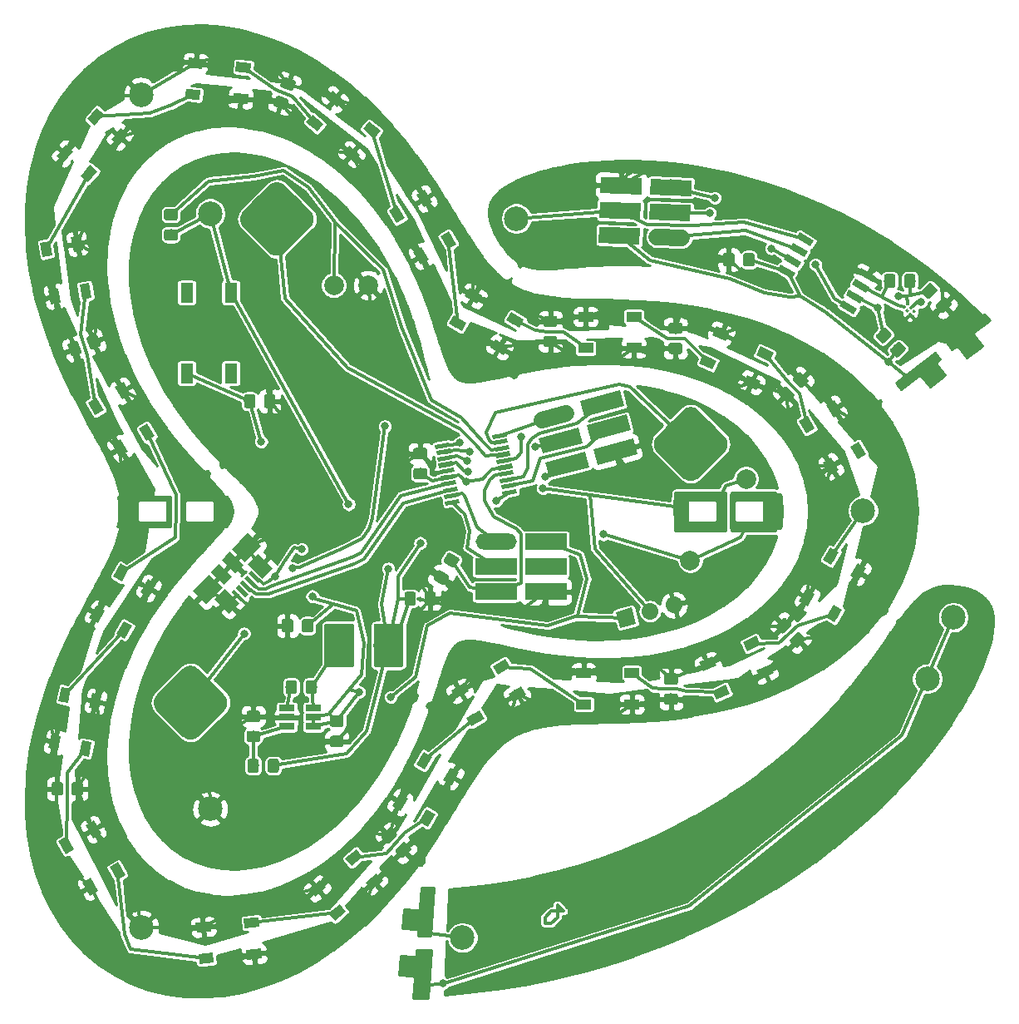
<source format=gbr>
G04 #@! TF.GenerationSoftware,KiCad,Pcbnew,(5.1.4)-1*
G04 #@! TF.CreationDate,2019-12-24T17:10:30-08:00*
G04 #@! TF.ProjectId,tensigral_lamp_hardware,74656e73-6967-4726-916c-5f6c616d705f,rev?*
G04 #@! TF.SameCoordinates,Original*
G04 #@! TF.FileFunction,Copper,L1,Top*
G04 #@! TF.FilePolarity,Positive*
%FSLAX46Y46*%
G04 Gerber Fmt 4.6, Leading zero omitted, Abs format (unit mm)*
G04 Created by KiCad (PCBNEW (5.1.4)-1) date 2019-12-24 17:10:30*
%MOMM*%
%LPD*%
G04 APERTURE LIST*
%ADD10C,0.100000*%
%ADD11C,6.000000*%
%ADD12C,1.651000*%
%ADD13C,1.651000*%
%ADD14C,1.150000*%
%ADD15R,1.500000X1.000000*%
%ADD16C,1.000000*%
%ADD17C,0.420000*%
%ADD18C,1.475000*%
%ADD19C,1.900000*%
%ADD20C,1.175000*%
%ADD21C,0.450000*%
%ADD22R,4.191000X1.651000*%
%ADD23O,4.191000X1.651000*%
%ADD24C,3.025000*%
%ADD25R,1.300000X2.000000*%
%ADD26R,1.560000X0.650000*%
%ADD27C,1.700000*%
%ADD28C,1.700000*%
%ADD29C,2.499360*%
%ADD30C,1.998980*%
%ADD31C,0.650000*%
%ADD32C,2.000000*%
%ADD33C,0.300000*%
%ADD34C,0.800000*%
%ADD35C,0.300000*%
%ADD36C,0.254000*%
G04 APERTURE END LIST*
D10*
G36*
X82917621Y-54760194D02*
G01*
X83034108Y-54777474D01*
X83148342Y-54806088D01*
X83259220Y-54845761D01*
X83365676Y-54896110D01*
X83466684Y-54956652D01*
X83561272Y-55026803D01*
X83648528Y-55105888D01*
X86194112Y-57651472D01*
X86273197Y-57738728D01*
X86343348Y-57833316D01*
X86403890Y-57934324D01*
X86454239Y-58040780D01*
X86493912Y-58151658D01*
X86522526Y-58265892D01*
X86539806Y-58382379D01*
X86545584Y-58500000D01*
X86539806Y-58617621D01*
X86522526Y-58734108D01*
X86493912Y-58848342D01*
X86454239Y-58959220D01*
X86403890Y-59065676D01*
X86343348Y-59166684D01*
X86273197Y-59261272D01*
X86194112Y-59348528D01*
X83648528Y-61894112D01*
X83561272Y-61973197D01*
X83466684Y-62043348D01*
X83365676Y-62103890D01*
X83259220Y-62154239D01*
X83148342Y-62193912D01*
X83034108Y-62222526D01*
X82917621Y-62239806D01*
X82800000Y-62245584D01*
X82682379Y-62239806D01*
X82565892Y-62222526D01*
X82451658Y-62193912D01*
X82340780Y-62154239D01*
X82234324Y-62103890D01*
X82133316Y-62043348D01*
X82038728Y-61973197D01*
X81951472Y-61894112D01*
X79405888Y-59348528D01*
X79326803Y-59261272D01*
X79256652Y-59166684D01*
X79196110Y-59065676D01*
X79145761Y-58959220D01*
X79106088Y-58848342D01*
X79077474Y-58734108D01*
X79060194Y-58617621D01*
X79054416Y-58500000D01*
X79060194Y-58382379D01*
X79077474Y-58265892D01*
X79106088Y-58151658D01*
X79145761Y-58040780D01*
X79196110Y-57934324D01*
X79256652Y-57833316D01*
X79326803Y-57738728D01*
X79405888Y-57651472D01*
X81951472Y-55105888D01*
X82038728Y-55026803D01*
X82133316Y-54956652D01*
X82234324Y-54896110D01*
X82340780Y-54845761D01*
X82451658Y-54806088D01*
X82565892Y-54777474D01*
X82682379Y-54760194D01*
X82800000Y-54754416D01*
X82917621Y-54760194D01*
X82917621Y-54760194D01*
G37*
D11*
X82800000Y-58500000D03*
D12*
X73796051Y-54389148D03*
D10*
G36*
X71558298Y-54134132D02*
G01*
X75606493Y-53049421D01*
X76033804Y-54644164D01*
X71985609Y-55728875D01*
X71558298Y-54134132D01*
X71558298Y-54134132D01*
G37*
D12*
X74453452Y-56842600D03*
D10*
G36*
X72215699Y-56587584D02*
G01*
X76263894Y-55502873D01*
X76691205Y-57097616D01*
X72643010Y-58182327D01*
X72215699Y-56587584D01*
X72215699Y-56587584D01*
G37*
D12*
X75110852Y-59296051D03*
D10*
G36*
X72873099Y-59041035D02*
G01*
X76921294Y-57956324D01*
X77348605Y-59551067D01*
X73300410Y-60635778D01*
X72873099Y-59041035D01*
X72873099Y-59041035D01*
G37*
D12*
X68889148Y-55703949D03*
D13*
X70115874Y-55375249D02*
X67662422Y-56032649D01*
D12*
X69546548Y-58157400D03*
D10*
G36*
X67308795Y-57902384D02*
G01*
X71356990Y-56817673D01*
X71784301Y-58412416D01*
X67736106Y-59497127D01*
X67308795Y-57902384D01*
X67308795Y-57902384D01*
G37*
D12*
X70203949Y-60610852D03*
D10*
G36*
X67966196Y-60355836D02*
G01*
X72014391Y-59271125D01*
X72441702Y-60865868D01*
X68393507Y-61950579D01*
X67966196Y-60355836D01*
X67966196Y-60355836D01*
G37*
G36*
X20674505Y-92901204D02*
G01*
X20698773Y-92904804D01*
X20722572Y-92910765D01*
X20745671Y-92919030D01*
X20767850Y-92929520D01*
X20788893Y-92942132D01*
X20808599Y-92956747D01*
X20826777Y-92973223D01*
X20843253Y-92991401D01*
X20857868Y-93011107D01*
X20870480Y-93032150D01*
X20880970Y-93054329D01*
X20889235Y-93077428D01*
X20895196Y-93101227D01*
X20898796Y-93125495D01*
X20900000Y-93149999D01*
X20900000Y-94050001D01*
X20898796Y-94074505D01*
X20895196Y-94098773D01*
X20889235Y-94122572D01*
X20880970Y-94145671D01*
X20870480Y-94167850D01*
X20857868Y-94188893D01*
X20843253Y-94208599D01*
X20826777Y-94226777D01*
X20808599Y-94243253D01*
X20788893Y-94257868D01*
X20767850Y-94270480D01*
X20745671Y-94280970D01*
X20722572Y-94289235D01*
X20698773Y-94295196D01*
X20674505Y-94298796D01*
X20650001Y-94300000D01*
X19999999Y-94300000D01*
X19975495Y-94298796D01*
X19951227Y-94295196D01*
X19927428Y-94289235D01*
X19904329Y-94280970D01*
X19882150Y-94270480D01*
X19861107Y-94257868D01*
X19841401Y-94243253D01*
X19823223Y-94226777D01*
X19806747Y-94208599D01*
X19792132Y-94188893D01*
X19779520Y-94167850D01*
X19769030Y-94145671D01*
X19760765Y-94122572D01*
X19754804Y-94098773D01*
X19751204Y-94074505D01*
X19750000Y-94050001D01*
X19750000Y-93149999D01*
X19751204Y-93125495D01*
X19754804Y-93101227D01*
X19760765Y-93077428D01*
X19769030Y-93054329D01*
X19779520Y-93032150D01*
X19792132Y-93011107D01*
X19806747Y-92991401D01*
X19823223Y-92973223D01*
X19841401Y-92956747D01*
X19861107Y-92942132D01*
X19882150Y-92929520D01*
X19904329Y-92919030D01*
X19927428Y-92910765D01*
X19951227Y-92904804D01*
X19975495Y-92901204D01*
X19999999Y-92900000D01*
X20650001Y-92900000D01*
X20674505Y-92901204D01*
X20674505Y-92901204D01*
G37*
D14*
X20325000Y-93600000D03*
D10*
G36*
X18624505Y-92901204D02*
G01*
X18648773Y-92904804D01*
X18672572Y-92910765D01*
X18695671Y-92919030D01*
X18717850Y-92929520D01*
X18738893Y-92942132D01*
X18758599Y-92956747D01*
X18776777Y-92973223D01*
X18793253Y-92991401D01*
X18807868Y-93011107D01*
X18820480Y-93032150D01*
X18830970Y-93054329D01*
X18839235Y-93077428D01*
X18845196Y-93101227D01*
X18848796Y-93125495D01*
X18850000Y-93149999D01*
X18850000Y-94050001D01*
X18848796Y-94074505D01*
X18845196Y-94098773D01*
X18839235Y-94122572D01*
X18830970Y-94145671D01*
X18820480Y-94167850D01*
X18807868Y-94188893D01*
X18793253Y-94208599D01*
X18776777Y-94226777D01*
X18758599Y-94243253D01*
X18738893Y-94257868D01*
X18717850Y-94270480D01*
X18695671Y-94280970D01*
X18672572Y-94289235D01*
X18648773Y-94295196D01*
X18624505Y-94298796D01*
X18600001Y-94300000D01*
X17949999Y-94300000D01*
X17925495Y-94298796D01*
X17901227Y-94295196D01*
X17877428Y-94289235D01*
X17854329Y-94280970D01*
X17832150Y-94270480D01*
X17811107Y-94257868D01*
X17791401Y-94243253D01*
X17773223Y-94226777D01*
X17756747Y-94208599D01*
X17742132Y-94188893D01*
X17729520Y-94167850D01*
X17719030Y-94145671D01*
X17710765Y-94122572D01*
X17704804Y-94098773D01*
X17701204Y-94074505D01*
X17700000Y-94050001D01*
X17700000Y-93149999D01*
X17701204Y-93125495D01*
X17704804Y-93101227D01*
X17710765Y-93077428D01*
X17719030Y-93054329D01*
X17729520Y-93032150D01*
X17742132Y-93011107D01*
X17756747Y-92991401D01*
X17773223Y-92973223D01*
X17791401Y-92956747D01*
X17811107Y-92942132D01*
X17832150Y-92929520D01*
X17854329Y-92919030D01*
X17877428Y-92910765D01*
X17901227Y-92904804D01*
X17925495Y-92901204D01*
X17949999Y-92900000D01*
X18600001Y-92900000D01*
X18624505Y-92901204D01*
X18624505Y-92901204D01*
G37*
D14*
X18275000Y-93600000D03*
D10*
G36*
X93936116Y-51203196D02*
G01*
X93960384Y-51206796D01*
X93984183Y-51212757D01*
X94007282Y-51221022D01*
X94029461Y-51231512D01*
X94050504Y-51244124D01*
X94070210Y-51258739D01*
X94088388Y-51275215D01*
X94724785Y-51911612D01*
X94741261Y-51929790D01*
X94755876Y-51949496D01*
X94768488Y-51970539D01*
X94778978Y-51992718D01*
X94787243Y-52015817D01*
X94793204Y-52039616D01*
X94796804Y-52063884D01*
X94798008Y-52088388D01*
X94796804Y-52112892D01*
X94793204Y-52137160D01*
X94787243Y-52160959D01*
X94778978Y-52184058D01*
X94768488Y-52206237D01*
X94755876Y-52227280D01*
X94741261Y-52246986D01*
X94724785Y-52265164D01*
X94265164Y-52724785D01*
X94246986Y-52741261D01*
X94227280Y-52755876D01*
X94206237Y-52768488D01*
X94184058Y-52778978D01*
X94160959Y-52787243D01*
X94137160Y-52793204D01*
X94112892Y-52796804D01*
X94088388Y-52798008D01*
X94063884Y-52796804D01*
X94039616Y-52793204D01*
X94015817Y-52787243D01*
X93992718Y-52778978D01*
X93970539Y-52768488D01*
X93949496Y-52755876D01*
X93929790Y-52741261D01*
X93911612Y-52724785D01*
X93275215Y-52088388D01*
X93258739Y-52070210D01*
X93244124Y-52050504D01*
X93231512Y-52029461D01*
X93221022Y-52007282D01*
X93212757Y-51984183D01*
X93206796Y-51960384D01*
X93203196Y-51936116D01*
X93201992Y-51911612D01*
X93203196Y-51887108D01*
X93206796Y-51862840D01*
X93212757Y-51839041D01*
X93221022Y-51815942D01*
X93231512Y-51793763D01*
X93244124Y-51772720D01*
X93258739Y-51753014D01*
X93275215Y-51734836D01*
X93734836Y-51275215D01*
X93753014Y-51258739D01*
X93772720Y-51244124D01*
X93793763Y-51231512D01*
X93815942Y-51221022D01*
X93839041Y-51212757D01*
X93862840Y-51206796D01*
X93887108Y-51203196D01*
X93911612Y-51201992D01*
X93936116Y-51203196D01*
X93936116Y-51203196D01*
G37*
D14*
X94000000Y-52000000D03*
D10*
G36*
X92486548Y-52652764D02*
G01*
X92510816Y-52656364D01*
X92534615Y-52662325D01*
X92557714Y-52670590D01*
X92579893Y-52681080D01*
X92600936Y-52693692D01*
X92620642Y-52708307D01*
X92638820Y-52724783D01*
X93275217Y-53361180D01*
X93291693Y-53379358D01*
X93306308Y-53399064D01*
X93318920Y-53420107D01*
X93329410Y-53442286D01*
X93337675Y-53465385D01*
X93343636Y-53489184D01*
X93347236Y-53513452D01*
X93348440Y-53537956D01*
X93347236Y-53562460D01*
X93343636Y-53586728D01*
X93337675Y-53610527D01*
X93329410Y-53633626D01*
X93318920Y-53655805D01*
X93306308Y-53676848D01*
X93291693Y-53696554D01*
X93275217Y-53714732D01*
X92815596Y-54174353D01*
X92797418Y-54190829D01*
X92777712Y-54205444D01*
X92756669Y-54218056D01*
X92734490Y-54228546D01*
X92711391Y-54236811D01*
X92687592Y-54242772D01*
X92663324Y-54246372D01*
X92638820Y-54247576D01*
X92614316Y-54246372D01*
X92590048Y-54242772D01*
X92566249Y-54236811D01*
X92543150Y-54228546D01*
X92520971Y-54218056D01*
X92499928Y-54205444D01*
X92480222Y-54190829D01*
X92462044Y-54174353D01*
X91825647Y-53537956D01*
X91809171Y-53519778D01*
X91794556Y-53500072D01*
X91781944Y-53479029D01*
X91771454Y-53456850D01*
X91763189Y-53433751D01*
X91757228Y-53409952D01*
X91753628Y-53385684D01*
X91752424Y-53361180D01*
X91753628Y-53336676D01*
X91757228Y-53312408D01*
X91763189Y-53288609D01*
X91771454Y-53265510D01*
X91781944Y-53243331D01*
X91794556Y-53222288D01*
X91809171Y-53202582D01*
X91825647Y-53184404D01*
X92285268Y-52724783D01*
X92303446Y-52708307D01*
X92323152Y-52693692D01*
X92344195Y-52681080D01*
X92366374Y-52670590D01*
X92389473Y-52662325D01*
X92413272Y-52656364D01*
X92437540Y-52652764D01*
X92462044Y-52651560D01*
X92486548Y-52652764D01*
X92486548Y-52652764D01*
G37*
D14*
X92550432Y-53449568D03*
D10*
G36*
X68974505Y-47501204D02*
G01*
X68998773Y-47504804D01*
X69022572Y-47510765D01*
X69045671Y-47519030D01*
X69067850Y-47529520D01*
X69088893Y-47542132D01*
X69108599Y-47556747D01*
X69126777Y-47573223D01*
X69143253Y-47591401D01*
X69157868Y-47611107D01*
X69170480Y-47632150D01*
X69180970Y-47654329D01*
X69189235Y-47677428D01*
X69195196Y-47701227D01*
X69198796Y-47725495D01*
X69200000Y-47749999D01*
X69200000Y-48400001D01*
X69198796Y-48424505D01*
X69195196Y-48448773D01*
X69189235Y-48472572D01*
X69180970Y-48495671D01*
X69170480Y-48517850D01*
X69157868Y-48538893D01*
X69143253Y-48558599D01*
X69126777Y-48576777D01*
X69108599Y-48593253D01*
X69088893Y-48607868D01*
X69067850Y-48620480D01*
X69045671Y-48630970D01*
X69022572Y-48639235D01*
X68998773Y-48645196D01*
X68974505Y-48648796D01*
X68950001Y-48650000D01*
X68049999Y-48650000D01*
X68025495Y-48648796D01*
X68001227Y-48645196D01*
X67977428Y-48639235D01*
X67954329Y-48630970D01*
X67932150Y-48620480D01*
X67911107Y-48607868D01*
X67891401Y-48593253D01*
X67873223Y-48576777D01*
X67856747Y-48558599D01*
X67842132Y-48538893D01*
X67829520Y-48517850D01*
X67819030Y-48495671D01*
X67810765Y-48472572D01*
X67804804Y-48448773D01*
X67801204Y-48424505D01*
X67800000Y-48400001D01*
X67800000Y-47749999D01*
X67801204Y-47725495D01*
X67804804Y-47701227D01*
X67810765Y-47677428D01*
X67819030Y-47654329D01*
X67829520Y-47632150D01*
X67842132Y-47611107D01*
X67856747Y-47591401D01*
X67873223Y-47573223D01*
X67891401Y-47556747D01*
X67911107Y-47542132D01*
X67932150Y-47529520D01*
X67954329Y-47519030D01*
X67977428Y-47510765D01*
X68001227Y-47504804D01*
X68025495Y-47501204D01*
X68049999Y-47500000D01*
X68950001Y-47500000D01*
X68974505Y-47501204D01*
X68974505Y-47501204D01*
G37*
D14*
X68500000Y-48075000D03*
D10*
G36*
X68974505Y-45451204D02*
G01*
X68998773Y-45454804D01*
X69022572Y-45460765D01*
X69045671Y-45469030D01*
X69067850Y-45479520D01*
X69088893Y-45492132D01*
X69108599Y-45506747D01*
X69126777Y-45523223D01*
X69143253Y-45541401D01*
X69157868Y-45561107D01*
X69170480Y-45582150D01*
X69180970Y-45604329D01*
X69189235Y-45627428D01*
X69195196Y-45651227D01*
X69198796Y-45675495D01*
X69200000Y-45699999D01*
X69200000Y-46350001D01*
X69198796Y-46374505D01*
X69195196Y-46398773D01*
X69189235Y-46422572D01*
X69180970Y-46445671D01*
X69170480Y-46467850D01*
X69157868Y-46488893D01*
X69143253Y-46508599D01*
X69126777Y-46526777D01*
X69108599Y-46543253D01*
X69088893Y-46557868D01*
X69067850Y-46570480D01*
X69045671Y-46580970D01*
X69022572Y-46589235D01*
X68998773Y-46595196D01*
X68974505Y-46598796D01*
X68950001Y-46600000D01*
X68049999Y-46600000D01*
X68025495Y-46598796D01*
X68001227Y-46595196D01*
X67977428Y-46589235D01*
X67954329Y-46580970D01*
X67932150Y-46570480D01*
X67911107Y-46557868D01*
X67891401Y-46543253D01*
X67873223Y-46526777D01*
X67856747Y-46508599D01*
X67842132Y-46488893D01*
X67829520Y-46467850D01*
X67819030Y-46445671D01*
X67810765Y-46422572D01*
X67804804Y-46398773D01*
X67801204Y-46374505D01*
X67800000Y-46350001D01*
X67800000Y-45699999D01*
X67801204Y-45675495D01*
X67804804Y-45651227D01*
X67810765Y-45627428D01*
X67819030Y-45604329D01*
X67829520Y-45582150D01*
X67842132Y-45561107D01*
X67856747Y-45541401D01*
X67873223Y-45523223D01*
X67891401Y-45506747D01*
X67911107Y-45492132D01*
X67932150Y-45479520D01*
X67954329Y-45469030D01*
X67977428Y-45460765D01*
X68001227Y-45454804D01*
X68025495Y-45451204D01*
X68049999Y-45450000D01*
X68950001Y-45450000D01*
X68974505Y-45451204D01*
X68974505Y-45451204D01*
G37*
D14*
X68500000Y-46025000D03*
D10*
G36*
X53637676Y-99027980D02*
G01*
X53661944Y-99031580D01*
X53685743Y-99037541D01*
X53708842Y-99045806D01*
X53731021Y-99056296D01*
X53752064Y-99068908D01*
X53771770Y-99083523D01*
X53789948Y-99099999D01*
X54249569Y-99559620D01*
X54266045Y-99577798D01*
X54280660Y-99597504D01*
X54293272Y-99618547D01*
X54303762Y-99640726D01*
X54312027Y-99663825D01*
X54317988Y-99687624D01*
X54321588Y-99711892D01*
X54322792Y-99736396D01*
X54321588Y-99760900D01*
X54317988Y-99785168D01*
X54312027Y-99808967D01*
X54303762Y-99832066D01*
X54293272Y-99854245D01*
X54280660Y-99875288D01*
X54266045Y-99894994D01*
X54249569Y-99913172D01*
X53613172Y-100549569D01*
X53594994Y-100566045D01*
X53575288Y-100580660D01*
X53554245Y-100593272D01*
X53532066Y-100603762D01*
X53508967Y-100612027D01*
X53485168Y-100617988D01*
X53460900Y-100621588D01*
X53436396Y-100622792D01*
X53411892Y-100621588D01*
X53387624Y-100617988D01*
X53363825Y-100612027D01*
X53340726Y-100603762D01*
X53318547Y-100593272D01*
X53297504Y-100580660D01*
X53277798Y-100566045D01*
X53259620Y-100549569D01*
X52799999Y-100089948D01*
X52783523Y-100071770D01*
X52768908Y-100052064D01*
X52756296Y-100031021D01*
X52745806Y-100008842D01*
X52737541Y-99985743D01*
X52731580Y-99961944D01*
X52727980Y-99937676D01*
X52726776Y-99913172D01*
X52727980Y-99888668D01*
X52731580Y-99864400D01*
X52737541Y-99840601D01*
X52745806Y-99817502D01*
X52756296Y-99795323D01*
X52768908Y-99774280D01*
X52783523Y-99754574D01*
X52799999Y-99736396D01*
X53436396Y-99099999D01*
X53454574Y-99083523D01*
X53474280Y-99068908D01*
X53495323Y-99056296D01*
X53517502Y-99045806D01*
X53540601Y-99037541D01*
X53564400Y-99031580D01*
X53588668Y-99027980D01*
X53613172Y-99026776D01*
X53637676Y-99027980D01*
X53637676Y-99027980D01*
G37*
D14*
X53524784Y-99824784D03*
D10*
G36*
X52188108Y-97578412D02*
G01*
X52212376Y-97582012D01*
X52236175Y-97587973D01*
X52259274Y-97596238D01*
X52281453Y-97606728D01*
X52302496Y-97619340D01*
X52322202Y-97633955D01*
X52340380Y-97650431D01*
X52800001Y-98110052D01*
X52816477Y-98128230D01*
X52831092Y-98147936D01*
X52843704Y-98168979D01*
X52854194Y-98191158D01*
X52862459Y-98214257D01*
X52868420Y-98238056D01*
X52872020Y-98262324D01*
X52873224Y-98286828D01*
X52872020Y-98311332D01*
X52868420Y-98335600D01*
X52862459Y-98359399D01*
X52854194Y-98382498D01*
X52843704Y-98404677D01*
X52831092Y-98425720D01*
X52816477Y-98445426D01*
X52800001Y-98463604D01*
X52163604Y-99100001D01*
X52145426Y-99116477D01*
X52125720Y-99131092D01*
X52104677Y-99143704D01*
X52082498Y-99154194D01*
X52059399Y-99162459D01*
X52035600Y-99168420D01*
X52011332Y-99172020D01*
X51986828Y-99173224D01*
X51962324Y-99172020D01*
X51938056Y-99168420D01*
X51914257Y-99162459D01*
X51891158Y-99154194D01*
X51868979Y-99143704D01*
X51847936Y-99131092D01*
X51828230Y-99116477D01*
X51810052Y-99100001D01*
X51350431Y-98640380D01*
X51333955Y-98622202D01*
X51319340Y-98602496D01*
X51306728Y-98581453D01*
X51296238Y-98559274D01*
X51287973Y-98536175D01*
X51282012Y-98512376D01*
X51278412Y-98488108D01*
X51277208Y-98463604D01*
X51278412Y-98439100D01*
X51282012Y-98414832D01*
X51287973Y-98391033D01*
X51296238Y-98367934D01*
X51306728Y-98345755D01*
X51319340Y-98324712D01*
X51333955Y-98305006D01*
X51350431Y-98286828D01*
X51986828Y-97650431D01*
X52005006Y-97633955D01*
X52024712Y-97619340D01*
X52045755Y-97606728D01*
X52067934Y-97596238D01*
X52091033Y-97587973D01*
X52114832Y-97582012D01*
X52139100Y-97578412D01*
X52163604Y-97577208D01*
X52188108Y-97578412D01*
X52188108Y-97578412D01*
G37*
D14*
X52075216Y-98375216D03*
D10*
G36*
X40776568Y-23079032D02*
G01*
X40800970Y-23081570D01*
X40825006Y-23086487D01*
X40848443Y-23093737D01*
X41694169Y-23401555D01*
X41716784Y-23411067D01*
X41738358Y-23422750D01*
X41758682Y-23436491D01*
X41777562Y-23452158D01*
X41794815Y-23469601D01*
X41810275Y-23488650D01*
X41823794Y-23509123D01*
X41835241Y-23530823D01*
X41844506Y-23553540D01*
X41851499Y-23577055D01*
X41856154Y-23601144D01*
X41858426Y-23625572D01*
X41858292Y-23650105D01*
X41855754Y-23674507D01*
X41850837Y-23698543D01*
X41843587Y-23721982D01*
X41621273Y-24332784D01*
X41611761Y-24355398D01*
X41600078Y-24376972D01*
X41586337Y-24397296D01*
X41570670Y-24416176D01*
X41553227Y-24433429D01*
X41534178Y-24448889D01*
X41513705Y-24462408D01*
X41492005Y-24473855D01*
X41469288Y-24483120D01*
X41445772Y-24490114D01*
X41421684Y-24494769D01*
X41397256Y-24497040D01*
X41372722Y-24496906D01*
X41348320Y-24494368D01*
X41324284Y-24489451D01*
X41300847Y-24482201D01*
X40455121Y-24174383D01*
X40432506Y-24164871D01*
X40410932Y-24153188D01*
X40390608Y-24139447D01*
X40371728Y-24123780D01*
X40354475Y-24106337D01*
X40339015Y-24087288D01*
X40325496Y-24066815D01*
X40314049Y-24045115D01*
X40304784Y-24022398D01*
X40297791Y-23998883D01*
X40293136Y-23974794D01*
X40290864Y-23950366D01*
X40290998Y-23925833D01*
X40293536Y-23901431D01*
X40298453Y-23877395D01*
X40305703Y-23853956D01*
X40528017Y-23243154D01*
X40537529Y-23220540D01*
X40549212Y-23198966D01*
X40562953Y-23178642D01*
X40578620Y-23159762D01*
X40596063Y-23142509D01*
X40615112Y-23127049D01*
X40635585Y-23113530D01*
X40657285Y-23102083D01*
X40680002Y-23092818D01*
X40703518Y-23085824D01*
X40727606Y-23081169D01*
X40752034Y-23078898D01*
X40776568Y-23079032D01*
X40776568Y-23079032D01*
G37*
D14*
X41074645Y-23787969D03*
D10*
G36*
X41477710Y-21152662D02*
G01*
X41502112Y-21155200D01*
X41526148Y-21160117D01*
X41549585Y-21167367D01*
X42395311Y-21475185D01*
X42417926Y-21484697D01*
X42439500Y-21496380D01*
X42459824Y-21510121D01*
X42478704Y-21525788D01*
X42495957Y-21543231D01*
X42511417Y-21562280D01*
X42524936Y-21582753D01*
X42536383Y-21604453D01*
X42545648Y-21627170D01*
X42552641Y-21650685D01*
X42557296Y-21674774D01*
X42559568Y-21699202D01*
X42559434Y-21723735D01*
X42556896Y-21748137D01*
X42551979Y-21772173D01*
X42544729Y-21795612D01*
X42322415Y-22406414D01*
X42312903Y-22429028D01*
X42301220Y-22450602D01*
X42287479Y-22470926D01*
X42271812Y-22489806D01*
X42254369Y-22507059D01*
X42235320Y-22522519D01*
X42214847Y-22536038D01*
X42193147Y-22547485D01*
X42170430Y-22556750D01*
X42146914Y-22563744D01*
X42122826Y-22568399D01*
X42098398Y-22570670D01*
X42073864Y-22570536D01*
X42049462Y-22567998D01*
X42025426Y-22563081D01*
X42001989Y-22555831D01*
X41156263Y-22248013D01*
X41133648Y-22238501D01*
X41112074Y-22226818D01*
X41091750Y-22213077D01*
X41072870Y-22197410D01*
X41055617Y-22179967D01*
X41040157Y-22160918D01*
X41026638Y-22140445D01*
X41015191Y-22118745D01*
X41005926Y-22096028D01*
X40998933Y-22072513D01*
X40994278Y-22048424D01*
X40992006Y-22023996D01*
X40992140Y-21999463D01*
X40994678Y-21975061D01*
X40999595Y-21951025D01*
X41006845Y-21927586D01*
X41229159Y-21316784D01*
X41238671Y-21294170D01*
X41250354Y-21272596D01*
X41264095Y-21252272D01*
X41279762Y-21233392D01*
X41297205Y-21216139D01*
X41316254Y-21200679D01*
X41336727Y-21187160D01*
X41358427Y-21175713D01*
X41381144Y-21166448D01*
X41404660Y-21159454D01*
X41428748Y-21154799D01*
X41453176Y-21152528D01*
X41477710Y-21152662D01*
X41477710Y-21152662D01*
G37*
D14*
X41775787Y-21861599D03*
D10*
G36*
X93812460Y-77652764D02*
G01*
X93836728Y-77656364D01*
X93860527Y-77662325D01*
X93883626Y-77670590D01*
X93905805Y-77681080D01*
X93926848Y-77693692D01*
X93946554Y-77708307D01*
X93964732Y-77724783D01*
X94424353Y-78184404D01*
X94440829Y-78202582D01*
X94455444Y-78222288D01*
X94468056Y-78243331D01*
X94478546Y-78265510D01*
X94486811Y-78288609D01*
X94492772Y-78312408D01*
X94496372Y-78336676D01*
X94497576Y-78361180D01*
X94496372Y-78385684D01*
X94492772Y-78409952D01*
X94486811Y-78433751D01*
X94478546Y-78456850D01*
X94468056Y-78479029D01*
X94455444Y-78500072D01*
X94440829Y-78519778D01*
X94424353Y-78537956D01*
X93787956Y-79174353D01*
X93769778Y-79190829D01*
X93750072Y-79205444D01*
X93729029Y-79218056D01*
X93706850Y-79228546D01*
X93683751Y-79236811D01*
X93659952Y-79242772D01*
X93635684Y-79246372D01*
X93611180Y-79247576D01*
X93586676Y-79246372D01*
X93562408Y-79242772D01*
X93538609Y-79236811D01*
X93515510Y-79228546D01*
X93493331Y-79218056D01*
X93472288Y-79205444D01*
X93452582Y-79190829D01*
X93434404Y-79174353D01*
X92974783Y-78714732D01*
X92958307Y-78696554D01*
X92943692Y-78676848D01*
X92931080Y-78655805D01*
X92920590Y-78633626D01*
X92912325Y-78610527D01*
X92906364Y-78586728D01*
X92902764Y-78562460D01*
X92901560Y-78537956D01*
X92902764Y-78513452D01*
X92906364Y-78489184D01*
X92912325Y-78465385D01*
X92920590Y-78442286D01*
X92931080Y-78420107D01*
X92943692Y-78399064D01*
X92958307Y-78379358D01*
X92974783Y-78361180D01*
X93611180Y-77724783D01*
X93629358Y-77708307D01*
X93649064Y-77693692D01*
X93670107Y-77681080D01*
X93692286Y-77670590D01*
X93715385Y-77662325D01*
X93739184Y-77656364D01*
X93763452Y-77652764D01*
X93787956Y-77651560D01*
X93812460Y-77652764D01*
X93812460Y-77652764D01*
G37*
D14*
X93699568Y-78449568D03*
D10*
G36*
X92362892Y-76203196D02*
G01*
X92387160Y-76206796D01*
X92410959Y-76212757D01*
X92434058Y-76221022D01*
X92456237Y-76231512D01*
X92477280Y-76244124D01*
X92496986Y-76258739D01*
X92515164Y-76275215D01*
X92974785Y-76734836D01*
X92991261Y-76753014D01*
X93005876Y-76772720D01*
X93018488Y-76793763D01*
X93028978Y-76815942D01*
X93037243Y-76839041D01*
X93043204Y-76862840D01*
X93046804Y-76887108D01*
X93048008Y-76911612D01*
X93046804Y-76936116D01*
X93043204Y-76960384D01*
X93037243Y-76984183D01*
X93028978Y-77007282D01*
X93018488Y-77029461D01*
X93005876Y-77050504D01*
X92991261Y-77070210D01*
X92974785Y-77088388D01*
X92338388Y-77724785D01*
X92320210Y-77741261D01*
X92300504Y-77755876D01*
X92279461Y-77768488D01*
X92257282Y-77778978D01*
X92234183Y-77787243D01*
X92210384Y-77793204D01*
X92186116Y-77796804D01*
X92161612Y-77798008D01*
X92137108Y-77796804D01*
X92112840Y-77793204D01*
X92089041Y-77787243D01*
X92065942Y-77778978D01*
X92043763Y-77768488D01*
X92022720Y-77755876D01*
X92003014Y-77741261D01*
X91984836Y-77724785D01*
X91525215Y-77265164D01*
X91508739Y-77246986D01*
X91494124Y-77227280D01*
X91481512Y-77206237D01*
X91471022Y-77184058D01*
X91462757Y-77160959D01*
X91456796Y-77137160D01*
X91453196Y-77112892D01*
X91451992Y-77088388D01*
X91453196Y-77063884D01*
X91456796Y-77039616D01*
X91462757Y-77015817D01*
X91471022Y-76992718D01*
X91481512Y-76970539D01*
X91494124Y-76949496D01*
X91508739Y-76929790D01*
X91525215Y-76911612D01*
X92161612Y-76275215D01*
X92179790Y-76258739D01*
X92199496Y-76244124D01*
X92220539Y-76231512D01*
X92242718Y-76221022D01*
X92265817Y-76212757D01*
X92289616Y-76206796D01*
X92313884Y-76203196D01*
X92338388Y-76201992D01*
X92362892Y-76203196D01*
X92362892Y-76203196D01*
G37*
D14*
X92250000Y-77000000D03*
D10*
G36*
X81274505Y-81851204D02*
G01*
X81298773Y-81854804D01*
X81322572Y-81860765D01*
X81345671Y-81869030D01*
X81367850Y-81879520D01*
X81388893Y-81892132D01*
X81408599Y-81906747D01*
X81426777Y-81923223D01*
X81443253Y-81941401D01*
X81457868Y-81961107D01*
X81470480Y-81982150D01*
X81480970Y-82004329D01*
X81489235Y-82027428D01*
X81495196Y-82051227D01*
X81498796Y-82075495D01*
X81500000Y-82099999D01*
X81500000Y-82750001D01*
X81498796Y-82774505D01*
X81495196Y-82798773D01*
X81489235Y-82822572D01*
X81480970Y-82845671D01*
X81470480Y-82867850D01*
X81457868Y-82888893D01*
X81443253Y-82908599D01*
X81426777Y-82926777D01*
X81408599Y-82943253D01*
X81388893Y-82957868D01*
X81367850Y-82970480D01*
X81345671Y-82980970D01*
X81322572Y-82989235D01*
X81298773Y-82995196D01*
X81274505Y-82998796D01*
X81250001Y-83000000D01*
X80349999Y-83000000D01*
X80325495Y-82998796D01*
X80301227Y-82995196D01*
X80277428Y-82989235D01*
X80254329Y-82980970D01*
X80232150Y-82970480D01*
X80211107Y-82957868D01*
X80191401Y-82943253D01*
X80173223Y-82926777D01*
X80156747Y-82908599D01*
X80142132Y-82888893D01*
X80129520Y-82867850D01*
X80119030Y-82845671D01*
X80110765Y-82822572D01*
X80104804Y-82798773D01*
X80101204Y-82774505D01*
X80100000Y-82750001D01*
X80100000Y-82099999D01*
X80101204Y-82075495D01*
X80104804Y-82051227D01*
X80110765Y-82027428D01*
X80119030Y-82004329D01*
X80129520Y-81982150D01*
X80142132Y-81961107D01*
X80156747Y-81941401D01*
X80173223Y-81923223D01*
X80191401Y-81906747D01*
X80211107Y-81892132D01*
X80232150Y-81879520D01*
X80254329Y-81869030D01*
X80277428Y-81860765D01*
X80301227Y-81854804D01*
X80325495Y-81851204D01*
X80349999Y-81850000D01*
X81250001Y-81850000D01*
X81274505Y-81851204D01*
X81274505Y-81851204D01*
G37*
D14*
X80800000Y-82425000D03*
D10*
G36*
X81274505Y-83901204D02*
G01*
X81298773Y-83904804D01*
X81322572Y-83910765D01*
X81345671Y-83919030D01*
X81367850Y-83929520D01*
X81388893Y-83942132D01*
X81408599Y-83956747D01*
X81426777Y-83973223D01*
X81443253Y-83991401D01*
X81457868Y-84011107D01*
X81470480Y-84032150D01*
X81480970Y-84054329D01*
X81489235Y-84077428D01*
X81495196Y-84101227D01*
X81498796Y-84125495D01*
X81500000Y-84149999D01*
X81500000Y-84800001D01*
X81498796Y-84824505D01*
X81495196Y-84848773D01*
X81489235Y-84872572D01*
X81480970Y-84895671D01*
X81470480Y-84917850D01*
X81457868Y-84938893D01*
X81443253Y-84958599D01*
X81426777Y-84976777D01*
X81408599Y-84993253D01*
X81388893Y-85007868D01*
X81367850Y-85020480D01*
X81345671Y-85030970D01*
X81322572Y-85039235D01*
X81298773Y-85045196D01*
X81274505Y-85048796D01*
X81250001Y-85050000D01*
X80349999Y-85050000D01*
X80325495Y-85048796D01*
X80301227Y-85045196D01*
X80277428Y-85039235D01*
X80254329Y-85030970D01*
X80232150Y-85020480D01*
X80211107Y-85007868D01*
X80191401Y-84993253D01*
X80173223Y-84976777D01*
X80156747Y-84958599D01*
X80142132Y-84938893D01*
X80129520Y-84917850D01*
X80119030Y-84895671D01*
X80110765Y-84872572D01*
X80104804Y-84848773D01*
X80101204Y-84824505D01*
X80100000Y-84800001D01*
X80100000Y-84149999D01*
X80101204Y-84125495D01*
X80104804Y-84101227D01*
X80110765Y-84077428D01*
X80119030Y-84054329D01*
X80129520Y-84032150D01*
X80142132Y-84011107D01*
X80156747Y-83991401D01*
X80173223Y-83973223D01*
X80191401Y-83956747D01*
X80211107Y-83942132D01*
X80232150Y-83929520D01*
X80254329Y-83919030D01*
X80277428Y-83910765D01*
X80301227Y-83904804D01*
X80325495Y-83901204D01*
X80349999Y-83900000D01*
X81250001Y-83900000D01*
X81274505Y-83901204D01*
X81274505Y-83901204D01*
G37*
D14*
X80800000Y-84475000D03*
D10*
G36*
X20223640Y-48019061D02*
G01*
X20247728Y-48023716D01*
X20271244Y-48030710D01*
X20293961Y-48039975D01*
X20315661Y-48051422D01*
X20336134Y-48064941D01*
X20355183Y-48080401D01*
X20372626Y-48097654D01*
X20388293Y-48116534D01*
X20402034Y-48136858D01*
X20413717Y-48158432D01*
X20423229Y-48181047D01*
X20731047Y-49026773D01*
X20738297Y-49050211D01*
X20743214Y-49074247D01*
X20745752Y-49098649D01*
X20745886Y-49123182D01*
X20743614Y-49147610D01*
X20738959Y-49171699D01*
X20731966Y-49195214D01*
X20722701Y-49217931D01*
X20711254Y-49239631D01*
X20697735Y-49260104D01*
X20682275Y-49279153D01*
X20665022Y-49296596D01*
X20646142Y-49312263D01*
X20625818Y-49326004D01*
X20604244Y-49337687D01*
X20581630Y-49347199D01*
X19970828Y-49569513D01*
X19947390Y-49576763D01*
X19923354Y-49581680D01*
X19898952Y-49584218D01*
X19874418Y-49584352D01*
X19849990Y-49582081D01*
X19825902Y-49577426D01*
X19802386Y-49570432D01*
X19779669Y-49561167D01*
X19757969Y-49549720D01*
X19737496Y-49536201D01*
X19718447Y-49520741D01*
X19701004Y-49503488D01*
X19685337Y-49484608D01*
X19671596Y-49464284D01*
X19659913Y-49442710D01*
X19650401Y-49420095D01*
X19342583Y-48574369D01*
X19335333Y-48550931D01*
X19330416Y-48526895D01*
X19327878Y-48502493D01*
X19327744Y-48477960D01*
X19330016Y-48453532D01*
X19334671Y-48429443D01*
X19341664Y-48405928D01*
X19350929Y-48383211D01*
X19362376Y-48361511D01*
X19375895Y-48341038D01*
X19391355Y-48321989D01*
X19408608Y-48304546D01*
X19427488Y-48288879D01*
X19447812Y-48275138D01*
X19469386Y-48263455D01*
X19492000Y-48253943D01*
X20102802Y-48031629D01*
X20126240Y-48024379D01*
X20150276Y-48019462D01*
X20174678Y-48016924D01*
X20199212Y-48016790D01*
X20223640Y-48019061D01*
X20223640Y-48019061D01*
G37*
D14*
X20036815Y-48800571D03*
D10*
G36*
X22150010Y-47317919D02*
G01*
X22174098Y-47322574D01*
X22197614Y-47329568D01*
X22220331Y-47338833D01*
X22242031Y-47350280D01*
X22262504Y-47363799D01*
X22281553Y-47379259D01*
X22298996Y-47396512D01*
X22314663Y-47415392D01*
X22328404Y-47435716D01*
X22340087Y-47457290D01*
X22349599Y-47479905D01*
X22657417Y-48325631D01*
X22664667Y-48349069D01*
X22669584Y-48373105D01*
X22672122Y-48397507D01*
X22672256Y-48422040D01*
X22669984Y-48446468D01*
X22665329Y-48470557D01*
X22658336Y-48494072D01*
X22649071Y-48516789D01*
X22637624Y-48538489D01*
X22624105Y-48558962D01*
X22608645Y-48578011D01*
X22591392Y-48595454D01*
X22572512Y-48611121D01*
X22552188Y-48624862D01*
X22530614Y-48636545D01*
X22508000Y-48646057D01*
X21897198Y-48868371D01*
X21873760Y-48875621D01*
X21849724Y-48880538D01*
X21825322Y-48883076D01*
X21800788Y-48883210D01*
X21776360Y-48880939D01*
X21752272Y-48876284D01*
X21728756Y-48869290D01*
X21706039Y-48860025D01*
X21684339Y-48848578D01*
X21663866Y-48835059D01*
X21644817Y-48819599D01*
X21627374Y-48802346D01*
X21611707Y-48783466D01*
X21597966Y-48763142D01*
X21586283Y-48741568D01*
X21576771Y-48718953D01*
X21268953Y-47873227D01*
X21261703Y-47849789D01*
X21256786Y-47825753D01*
X21254248Y-47801351D01*
X21254114Y-47776818D01*
X21256386Y-47752390D01*
X21261041Y-47728301D01*
X21268034Y-47704786D01*
X21277299Y-47682069D01*
X21288746Y-47660369D01*
X21302265Y-47639896D01*
X21317725Y-47620847D01*
X21334978Y-47603404D01*
X21353858Y-47587737D01*
X21374182Y-47573996D01*
X21395756Y-47562313D01*
X21418370Y-47552801D01*
X22029172Y-47330487D01*
X22052610Y-47323237D01*
X22076646Y-47318320D01*
X22101048Y-47315782D01*
X22125582Y-47315648D01*
X22150010Y-47317919D01*
X22150010Y-47317919D01*
G37*
D14*
X21963185Y-48099429D03*
D10*
G36*
X55724505Y-60951204D02*
G01*
X55748773Y-60954804D01*
X55772572Y-60960765D01*
X55795671Y-60969030D01*
X55817850Y-60979520D01*
X55838893Y-60992132D01*
X55858599Y-61006747D01*
X55876777Y-61023223D01*
X55893253Y-61041401D01*
X55907868Y-61061107D01*
X55920480Y-61082150D01*
X55930970Y-61104329D01*
X55939235Y-61127428D01*
X55945196Y-61151227D01*
X55948796Y-61175495D01*
X55950000Y-61199999D01*
X55950000Y-61850001D01*
X55948796Y-61874505D01*
X55945196Y-61898773D01*
X55939235Y-61922572D01*
X55930970Y-61945671D01*
X55920480Y-61967850D01*
X55907868Y-61988893D01*
X55893253Y-62008599D01*
X55876777Y-62026777D01*
X55858599Y-62043253D01*
X55838893Y-62057868D01*
X55817850Y-62070480D01*
X55795671Y-62080970D01*
X55772572Y-62089235D01*
X55748773Y-62095196D01*
X55724505Y-62098796D01*
X55700001Y-62100000D01*
X54799999Y-62100000D01*
X54775495Y-62098796D01*
X54751227Y-62095196D01*
X54727428Y-62089235D01*
X54704329Y-62080970D01*
X54682150Y-62070480D01*
X54661107Y-62057868D01*
X54641401Y-62043253D01*
X54623223Y-62026777D01*
X54606747Y-62008599D01*
X54592132Y-61988893D01*
X54579520Y-61967850D01*
X54569030Y-61945671D01*
X54560765Y-61922572D01*
X54554804Y-61898773D01*
X54551204Y-61874505D01*
X54550000Y-61850001D01*
X54550000Y-61199999D01*
X54551204Y-61175495D01*
X54554804Y-61151227D01*
X54560765Y-61127428D01*
X54569030Y-61104329D01*
X54579520Y-61082150D01*
X54592132Y-61061107D01*
X54606747Y-61041401D01*
X54623223Y-61023223D01*
X54641401Y-61006747D01*
X54661107Y-60992132D01*
X54682150Y-60979520D01*
X54704329Y-60969030D01*
X54727428Y-60960765D01*
X54751227Y-60954804D01*
X54775495Y-60951204D01*
X54799999Y-60950000D01*
X55700001Y-60950000D01*
X55724505Y-60951204D01*
X55724505Y-60951204D01*
G37*
D14*
X55250000Y-61525000D03*
D10*
G36*
X55724505Y-58901204D02*
G01*
X55748773Y-58904804D01*
X55772572Y-58910765D01*
X55795671Y-58919030D01*
X55817850Y-58929520D01*
X55838893Y-58942132D01*
X55858599Y-58956747D01*
X55876777Y-58973223D01*
X55893253Y-58991401D01*
X55907868Y-59011107D01*
X55920480Y-59032150D01*
X55930970Y-59054329D01*
X55939235Y-59077428D01*
X55945196Y-59101227D01*
X55948796Y-59125495D01*
X55950000Y-59149999D01*
X55950000Y-59800001D01*
X55948796Y-59824505D01*
X55945196Y-59848773D01*
X55939235Y-59872572D01*
X55930970Y-59895671D01*
X55920480Y-59917850D01*
X55907868Y-59938893D01*
X55893253Y-59958599D01*
X55876777Y-59976777D01*
X55858599Y-59993253D01*
X55838893Y-60007868D01*
X55817850Y-60020480D01*
X55795671Y-60030970D01*
X55772572Y-60039235D01*
X55748773Y-60045196D01*
X55724505Y-60048796D01*
X55700001Y-60050000D01*
X54799999Y-60050000D01*
X54775495Y-60048796D01*
X54751227Y-60045196D01*
X54727428Y-60039235D01*
X54704329Y-60030970D01*
X54682150Y-60020480D01*
X54661107Y-60007868D01*
X54641401Y-59993253D01*
X54623223Y-59976777D01*
X54606747Y-59958599D01*
X54592132Y-59938893D01*
X54579520Y-59917850D01*
X54569030Y-59895671D01*
X54560765Y-59872572D01*
X54554804Y-59848773D01*
X54551204Y-59824505D01*
X54550000Y-59800001D01*
X54550000Y-59149999D01*
X54551204Y-59125495D01*
X54554804Y-59101227D01*
X54560765Y-59077428D01*
X54569030Y-59054329D01*
X54579520Y-59032150D01*
X54592132Y-59011107D01*
X54606747Y-58991401D01*
X54623223Y-58973223D01*
X54641401Y-58956747D01*
X54661107Y-58942132D01*
X54682150Y-58929520D01*
X54704329Y-58919030D01*
X54727428Y-58910765D01*
X54751227Y-58904804D01*
X54775495Y-58901204D01*
X54799999Y-58900000D01*
X55700001Y-58900000D01*
X55724505Y-58901204D01*
X55724505Y-58901204D01*
G37*
D14*
X55250000Y-59475000D03*
D15*
X77000000Y-48750000D03*
X77000000Y-45550000D03*
X72100000Y-48750000D03*
X72100000Y-45550000D03*
D16*
X85905735Y-47264493D03*
D10*
G36*
X86796775Y-47128303D02*
G01*
X86374157Y-48034611D01*
X85014695Y-47400683D01*
X85437313Y-46494375D01*
X86796775Y-47128303D01*
X86796775Y-47128303D01*
G37*
D16*
X84553357Y-50164678D03*
D10*
G36*
X85444397Y-50028488D02*
G01*
X85021779Y-50934796D01*
X83662317Y-50300868D01*
X84084935Y-49394560D01*
X85444397Y-50028488D01*
X85444397Y-50028488D01*
G37*
D16*
X90346643Y-49335322D03*
D10*
G36*
X91237683Y-49199132D02*
G01*
X90815065Y-50105440D01*
X89455603Y-49471512D01*
X89878221Y-48565204D01*
X91237683Y-49199132D01*
X91237683Y-49199132D01*
G37*
D16*
X88994265Y-52235507D03*
D10*
G36*
X89885305Y-52099317D02*
G01*
X89462687Y-53005625D01*
X88103225Y-52371697D01*
X88525843Y-51465389D01*
X89885305Y-52099317D01*
X89885305Y-52099317D01*
G37*
D16*
X97089359Y-60771762D03*
D10*
G36*
X97897372Y-61171281D02*
G01*
X97031346Y-61671281D01*
X96281346Y-60372243D01*
X97147372Y-59872243D01*
X97897372Y-61171281D01*
X97897372Y-61171281D01*
G37*
D16*
X99860641Y-59171762D03*
D10*
G36*
X100668654Y-59571281D02*
G01*
X99802628Y-60071281D01*
X99052628Y-58772243D01*
X99918654Y-58272243D01*
X100668654Y-59571281D01*
X100668654Y-59571281D01*
G37*
D16*
X94639359Y-56528238D03*
D10*
G36*
X95447372Y-56927757D02*
G01*
X94581346Y-57427757D01*
X93831346Y-56128719D01*
X94697372Y-55628719D01*
X95447372Y-56927757D01*
X95447372Y-56927757D01*
G37*
D16*
X97410641Y-54928238D03*
D10*
G36*
X98218654Y-55327757D02*
G01*
X97352628Y-55827757D01*
X96602628Y-54528719D01*
X97468654Y-54028719D01*
X98218654Y-55327757D01*
X98218654Y-55327757D01*
G37*
D16*
X99860641Y-71528238D03*
D10*
G36*
X99918654Y-72427757D02*
G01*
X99052628Y-71927757D01*
X99802628Y-70628719D01*
X100668654Y-71128719D01*
X99918654Y-72427757D01*
X99918654Y-72427757D01*
G37*
D16*
X97089359Y-69928238D03*
D10*
G36*
X97147372Y-70827757D02*
G01*
X96281346Y-70327757D01*
X97031346Y-69028719D01*
X97897372Y-69528719D01*
X97147372Y-70827757D01*
X97147372Y-70827757D01*
G37*
D16*
X97410641Y-75771762D03*
D10*
G36*
X97468654Y-76671281D02*
G01*
X96602628Y-76171281D01*
X97352628Y-74872243D01*
X98218654Y-75372243D01*
X97468654Y-76671281D01*
X97468654Y-76671281D01*
G37*
D16*
X94639359Y-74171762D03*
D10*
G36*
X94697372Y-75071281D02*
G01*
X93831346Y-74571281D01*
X94581346Y-73272243D01*
X95447372Y-73772243D01*
X94697372Y-75071281D01*
X94697372Y-75071281D01*
G37*
D16*
X90346643Y-81714678D03*
D10*
G36*
X89878221Y-82484796D02*
G01*
X89455603Y-81578488D01*
X90815065Y-80944560D01*
X91237683Y-81850868D01*
X89878221Y-82484796D01*
X89878221Y-82484796D01*
G37*
D16*
X88994265Y-78814493D03*
D10*
G36*
X88525843Y-79584611D02*
G01*
X88103225Y-78678303D01*
X89462687Y-78044375D01*
X89885305Y-78950683D01*
X88525843Y-79584611D01*
X88525843Y-79584611D01*
G37*
D16*
X85905735Y-83785507D03*
D10*
G36*
X85437313Y-84555625D02*
G01*
X85014695Y-83649317D01*
X86374157Y-83015389D01*
X86796775Y-83921697D01*
X85437313Y-84555625D01*
X85437313Y-84555625D01*
G37*
D16*
X84553357Y-80885322D03*
D10*
G36*
X84084935Y-81655440D02*
G01*
X83662317Y-80749132D01*
X85021779Y-80115204D01*
X85444397Y-81021512D01*
X84084935Y-81655440D01*
X84084935Y-81655440D01*
G37*
D15*
X71900000Y-81800000D03*
X71900000Y-85000000D03*
X76800000Y-81800000D03*
X76800000Y-85000000D03*
D16*
X65121762Y-83960641D03*
D10*
G36*
X64722243Y-84768654D02*
G01*
X64222243Y-83902628D01*
X65521281Y-83152628D01*
X66021281Y-84018654D01*
X64722243Y-84768654D01*
X64722243Y-84768654D01*
G37*
D16*
X63521762Y-81189359D03*
D10*
G36*
X63122243Y-81997372D02*
G01*
X62622243Y-81131346D01*
X63921281Y-80381346D01*
X64421281Y-81247372D01*
X63122243Y-81997372D01*
X63122243Y-81997372D01*
G37*
D16*
X60878238Y-86410641D03*
D10*
G36*
X60478719Y-87218654D02*
G01*
X59978719Y-86352628D01*
X61277757Y-85602628D01*
X61777757Y-86468654D01*
X60478719Y-87218654D01*
X60478719Y-87218654D01*
G37*
D16*
X59278238Y-83639359D03*
D10*
G36*
X58878719Y-84447372D02*
G01*
X58378719Y-83581346D01*
X59677757Y-82831346D01*
X60177757Y-83697372D01*
X58878719Y-84447372D01*
X58878719Y-84447372D01*
G37*
D16*
X53189359Y-94971762D03*
D10*
G36*
X53247372Y-95871281D02*
G01*
X52381346Y-95371281D01*
X53131346Y-94072243D01*
X53997372Y-94572243D01*
X53247372Y-95871281D01*
X53247372Y-95871281D01*
G37*
D16*
X55960641Y-96571762D03*
D10*
G36*
X56018654Y-97471281D02*
G01*
X55152628Y-96971281D01*
X55902628Y-95672243D01*
X56768654Y-96172243D01*
X56018654Y-97471281D01*
X56018654Y-97471281D01*
G37*
D16*
X55639359Y-90728238D03*
D10*
G36*
X55697372Y-91627757D02*
G01*
X54831346Y-91127757D01*
X55581346Y-89828719D01*
X56447372Y-90328719D01*
X55697372Y-91627757D01*
X55697372Y-91627757D01*
G37*
D16*
X58410641Y-92328238D03*
D10*
G36*
X58468654Y-93227757D02*
G01*
X57602628Y-92727757D01*
X58352628Y-91428719D01*
X59218654Y-91928719D01*
X58468654Y-93227757D01*
X58468654Y-93227757D01*
G37*
D16*
X50555269Y-103050841D03*
D10*
G36*
X50302129Y-103915954D02*
G01*
X49659342Y-103149909D01*
X50808409Y-102185728D01*
X51451196Y-102951773D01*
X50302129Y-103915954D01*
X50302129Y-103915954D01*
G37*
D16*
X48498349Y-100599499D03*
D10*
G36*
X48245209Y-101464612D02*
G01*
X47602422Y-100698567D01*
X48751489Y-99734386D01*
X49394276Y-100500431D01*
X48245209Y-101464612D01*
X48245209Y-101464612D01*
G37*
D16*
X46801651Y-106200501D03*
D10*
G36*
X46548511Y-107065614D02*
G01*
X45905724Y-106299569D01*
X47054791Y-105335388D01*
X47697578Y-106101433D01*
X46548511Y-107065614D01*
X46548511Y-107065614D01*
G37*
D16*
X44744731Y-103749159D03*
D10*
G36*
X44491591Y-104614272D02*
G01*
X43848804Y-103848227D01*
X44997871Y-102884046D01*
X45640658Y-103650091D01*
X44491591Y-104614272D01*
X44491591Y-104614272D01*
G37*
D16*
X33169874Y-107669620D03*
D10*
G36*
X32466306Y-108233084D02*
G01*
X32379150Y-107236889D01*
X33873442Y-107106156D01*
X33960598Y-108102351D01*
X32466306Y-108233084D01*
X32466306Y-108233084D01*
G37*
D16*
X33448772Y-110857443D03*
D10*
G36*
X32745204Y-111420907D02*
G01*
X32658048Y-110424712D01*
X34152340Y-110293979D01*
X34239496Y-111290174D01*
X32745204Y-111420907D01*
X32745204Y-111420907D01*
G37*
D16*
X38051228Y-107242557D03*
D10*
G36*
X37347660Y-107806021D02*
G01*
X37260504Y-106809826D01*
X38754796Y-106679093D01*
X38841952Y-107675288D01*
X37347660Y-107806021D01*
X37347660Y-107806021D01*
G37*
D16*
X38330126Y-110430380D03*
D10*
G36*
X37626558Y-110993844D02*
G01*
X37539402Y-109997649D01*
X39033694Y-109866916D01*
X39120850Y-110863111D01*
X37626558Y-110993844D01*
X37626558Y-110993844D01*
G37*
D16*
X21639359Y-103571762D03*
D10*
G36*
X20831346Y-103172243D02*
G01*
X21697372Y-102672243D01*
X22447372Y-103971281D01*
X21581346Y-104471281D01*
X20831346Y-103172243D01*
X20831346Y-103172243D01*
G37*
D16*
X24410641Y-101971762D03*
D10*
G36*
X23602628Y-101572243D02*
G01*
X24468654Y-101072243D01*
X25218654Y-102371281D01*
X24352628Y-102871281D01*
X23602628Y-101572243D01*
X23602628Y-101572243D01*
G37*
D16*
X19189359Y-99328238D03*
D10*
G36*
X18381346Y-98928719D02*
G01*
X19247372Y-98428719D01*
X19997372Y-99727757D01*
X19131346Y-100227757D01*
X18381346Y-98928719D01*
X18381346Y-98928719D01*
G37*
D16*
X21960641Y-97728238D03*
D10*
G36*
X21152628Y-97328719D02*
G01*
X22018654Y-96828719D01*
X22768654Y-98127757D01*
X21902628Y-98627757D01*
X21152628Y-97328719D01*
X21152628Y-97328719D01*
G37*
D16*
X22164420Y-84716197D03*
D10*
G36*
X21831280Y-83878630D02*
G01*
X22809428Y-84086542D01*
X22497560Y-85553764D01*
X21519412Y-85345852D01*
X21831280Y-83878630D01*
X21831280Y-83878630D01*
G37*
D16*
X19034347Y-84050880D03*
D10*
G36*
X18701207Y-83213313D02*
G01*
X19679355Y-83421225D01*
X19367487Y-84888447D01*
X18389339Y-84680535D01*
X18701207Y-83213313D01*
X18701207Y-83213313D01*
G37*
D16*
X21145653Y-89509120D03*
D10*
G36*
X20812513Y-88671553D02*
G01*
X21790661Y-88879465D01*
X21478793Y-90346687D01*
X20500645Y-90138775D01*
X20812513Y-88671553D01*
X20812513Y-88671553D01*
G37*
D16*
X18015580Y-88843803D03*
D10*
G36*
X17682440Y-88006236D02*
G01*
X18660588Y-88214148D01*
X18348720Y-89681370D01*
X17370572Y-89473458D01*
X17682440Y-88006236D01*
X17682440Y-88006236D01*
G37*
D16*
X27560641Y-73178238D03*
D10*
G36*
X27502628Y-72278719D02*
G01*
X28368654Y-72778719D01*
X27618654Y-74077757D01*
X26752628Y-73577757D01*
X27502628Y-72278719D01*
X27502628Y-72278719D01*
G37*
D16*
X24789359Y-71578238D03*
D10*
G36*
X24731346Y-70678719D02*
G01*
X25597372Y-71178719D01*
X24847372Y-72477757D01*
X23981346Y-71977757D01*
X24731346Y-70678719D01*
X24731346Y-70678719D01*
G37*
D16*
X25110641Y-77421762D03*
D10*
G36*
X25052628Y-76522243D02*
G01*
X25918654Y-77022243D01*
X25168654Y-78321281D01*
X24302628Y-77821281D01*
X25052628Y-76522243D01*
X25052628Y-76522243D01*
G37*
D16*
X22339359Y-75821762D03*
D10*
G36*
X22281346Y-74922243D02*
G01*
X23147372Y-75422243D01*
X22397372Y-76721281D01*
X21531346Y-76221281D01*
X22281346Y-74922243D01*
X22281346Y-74922243D01*
G37*
D16*
X24639359Y-58921762D03*
D10*
G36*
X23831346Y-58522243D02*
G01*
X24697372Y-58022243D01*
X25447372Y-59321281D01*
X24581346Y-59821281D01*
X23831346Y-58522243D01*
X23831346Y-58522243D01*
G37*
D16*
X27410641Y-57321762D03*
D10*
G36*
X26602628Y-56922243D02*
G01*
X27468654Y-56422243D01*
X28218654Y-57721281D01*
X27352628Y-58221281D01*
X26602628Y-56922243D01*
X26602628Y-56922243D01*
G37*
D16*
X22189359Y-54678238D03*
D10*
G36*
X21381346Y-54278719D02*
G01*
X22247372Y-53778719D01*
X22997372Y-55077757D01*
X22131346Y-55577757D01*
X21381346Y-54278719D01*
X21381346Y-54278719D01*
G37*
D16*
X24960641Y-53078238D03*
D10*
G36*
X24152628Y-52678719D02*
G01*
X25018654Y-52178719D01*
X25768654Y-53477757D01*
X24902628Y-53977757D01*
X24152628Y-52678719D01*
X24152628Y-52678719D01*
G37*
D16*
X20300254Y-38109384D03*
D10*
G36*
X19677614Y-37457602D02*
G01*
X20662422Y-37283954D01*
X20922894Y-38761166D01*
X19938086Y-38934814D01*
X19677614Y-37457602D01*
X19677614Y-37457602D01*
G37*
D16*
X17148870Y-38665058D03*
D10*
G36*
X16526230Y-38013276D02*
G01*
X17511038Y-37839628D01*
X17771510Y-39316840D01*
X16786702Y-39490488D01*
X16526230Y-38013276D01*
X16526230Y-38013276D01*
G37*
D16*
X21151130Y-42934942D03*
D10*
G36*
X20528490Y-42283160D02*
G01*
X21513298Y-42109512D01*
X21773770Y-43586724D01*
X20788962Y-43760372D01*
X20528490Y-42283160D01*
X20528490Y-42283160D01*
G37*
D16*
X17999746Y-43490616D03*
D10*
G36*
X17377106Y-42838834D02*
G01*
X18361914Y-42665186D01*
X18622386Y-44142398D01*
X17637578Y-44316046D01*
X17377106Y-42838834D01*
X17377106Y-42838834D01*
G37*
D16*
X24650501Y-27251651D03*
D10*
G36*
X24749569Y-26355724D02*
G01*
X25515614Y-26998511D01*
X24551433Y-28147578D01*
X23785388Y-27504791D01*
X24749569Y-26355724D01*
X24749569Y-26355724D01*
G37*
D16*
X22199159Y-25194731D03*
D10*
G36*
X22298227Y-24298804D02*
G01*
X23064272Y-24941591D01*
X22100091Y-26090658D01*
X21334046Y-25447871D01*
X22298227Y-24298804D01*
X22298227Y-24298804D01*
G37*
D16*
X21500841Y-31005269D03*
D10*
G36*
X21599909Y-30109342D02*
G01*
X22365954Y-30752129D01*
X21401773Y-31901196D01*
X20635728Y-31258409D01*
X21599909Y-30109342D01*
X21599909Y-30109342D01*
G37*
D16*
X19049499Y-28948349D03*
D10*
G36*
X19148567Y-28052422D02*
G01*
X19914612Y-28695209D01*
X18950431Y-29844276D01*
X18184386Y-29201489D01*
X19148567Y-28052422D01*
X19148567Y-28052422D01*
G37*
D16*
X36951228Y-23357443D03*
D10*
G36*
X37741952Y-22924712D02*
G01*
X37654796Y-23920907D01*
X36160504Y-23790174D01*
X36247660Y-22793979D01*
X37741952Y-22924712D01*
X37741952Y-22924712D01*
G37*
D16*
X37230126Y-20169620D03*
D10*
G36*
X38020850Y-19736889D02*
G01*
X37933694Y-20733084D01*
X36439402Y-20602351D01*
X36526558Y-19606156D01*
X38020850Y-19736889D01*
X38020850Y-19736889D01*
G37*
D16*
X32069874Y-22930380D03*
D10*
G36*
X32860598Y-22497649D02*
G01*
X32773442Y-23493844D01*
X31279150Y-23363111D01*
X31366306Y-22366916D01*
X32860598Y-22497649D01*
X32860598Y-22497649D01*
G37*
D16*
X32348772Y-19742557D03*
D10*
G36*
X33139496Y-19309826D02*
G01*
X33052340Y-20306021D01*
X31558048Y-20175288D01*
X31645204Y-19179093D01*
X33139496Y-19309826D01*
X33139496Y-19309826D01*
G37*
D16*
X46551651Y-23399499D03*
D10*
G36*
X47447578Y-23498567D02*
G01*
X46804791Y-24264612D01*
X45655724Y-23300431D01*
X46298511Y-22534386D01*
X47447578Y-23498567D01*
X47447578Y-23498567D01*
G37*
D16*
X44494731Y-25850841D03*
D10*
G36*
X45390658Y-25949909D02*
G01*
X44747871Y-26715954D01*
X43598804Y-25751773D01*
X44241591Y-24985728D01*
X45390658Y-25949909D01*
X45390658Y-25949909D01*
G37*
D16*
X50305269Y-26549159D03*
D10*
G36*
X51201196Y-26648227D02*
G01*
X50558409Y-27414272D01*
X49409342Y-26450091D01*
X50052129Y-25684046D01*
X51201196Y-26648227D01*
X51201196Y-26648227D01*
G37*
D16*
X48248349Y-29000501D03*
D10*
G36*
X49144276Y-29099569D02*
G01*
X48501489Y-29865614D01*
X47352422Y-28901433D01*
X47995209Y-28135388D01*
X49144276Y-29099569D01*
X49144276Y-29099569D01*
G37*
D16*
X55339359Y-39371762D03*
D10*
G36*
X56147372Y-39771281D02*
G01*
X55281346Y-40271281D01*
X54531346Y-38972243D01*
X55397372Y-38472243D01*
X56147372Y-39771281D01*
X56147372Y-39771281D01*
G37*
D16*
X58110641Y-37771762D03*
D10*
G36*
X58918654Y-38171281D02*
G01*
X58052628Y-38671281D01*
X57302628Y-37372243D01*
X58168654Y-36872243D01*
X58918654Y-38171281D01*
X58918654Y-38171281D01*
G37*
D16*
X52889359Y-35128238D03*
D10*
G36*
X53697372Y-35527757D02*
G01*
X52831346Y-36027757D01*
X52081346Y-34728719D01*
X52947372Y-34228719D01*
X53697372Y-35527757D01*
X53697372Y-35527757D01*
G37*
D16*
X55660641Y-33528238D03*
D10*
G36*
X56468654Y-33927757D02*
G01*
X55602628Y-34427757D01*
X54852628Y-33128719D01*
X55718654Y-32628719D01*
X56468654Y-33927757D01*
X56468654Y-33927757D01*
G37*
D16*
X60678238Y-43439359D03*
D10*
G36*
X61577757Y-43381346D02*
G01*
X61077757Y-44247372D01*
X59778719Y-43497372D01*
X60278719Y-42631346D01*
X61577757Y-43381346D01*
X61577757Y-43381346D01*
G37*
D16*
X59078238Y-46210641D03*
D10*
G36*
X59977757Y-46152628D02*
G01*
X59477757Y-47018654D01*
X58178719Y-46268654D01*
X58678719Y-45402628D01*
X59977757Y-46152628D01*
X59977757Y-46152628D01*
G37*
D16*
X64921762Y-45889359D03*
D10*
G36*
X65821281Y-45831346D02*
G01*
X65321281Y-46697372D01*
X64022243Y-45947372D01*
X64522243Y-45081346D01*
X65821281Y-45831346D01*
X65821281Y-45831346D01*
G37*
D16*
X63321762Y-48660641D03*
D10*
G36*
X64221281Y-48602628D02*
G01*
X63721281Y-49468654D01*
X62422243Y-48718654D01*
X62922243Y-47852628D01*
X64221281Y-48602628D01*
X64221281Y-48602628D01*
G37*
D17*
X38404374Y-72044958D03*
D10*
G36*
X38042960Y-71420795D02*
G01*
X39052228Y-72361953D01*
X38765788Y-72669121D01*
X37756520Y-71727963D01*
X38042960Y-71420795D01*
X38042960Y-71420795D01*
G37*
D17*
X37961075Y-72520338D03*
D10*
G36*
X37599661Y-71896175D02*
G01*
X38608929Y-72837333D01*
X38322489Y-73144501D01*
X37313221Y-72203343D01*
X37599661Y-71896175D01*
X37599661Y-71896175D01*
G37*
D17*
X37517776Y-72995718D03*
D10*
G36*
X37156362Y-72371555D02*
G01*
X38165630Y-73312713D01*
X37879190Y-73619881D01*
X36869922Y-72678723D01*
X37156362Y-72371555D01*
X37156362Y-72371555D01*
G37*
D17*
X37074477Y-73471098D03*
D10*
G36*
X36713063Y-72846935D02*
G01*
X37722331Y-73788093D01*
X37435891Y-74095261D01*
X36426623Y-73154103D01*
X36713063Y-72846935D01*
X36713063Y-72846935D01*
G37*
D17*
X36631179Y-73946477D03*
D10*
G36*
X36269765Y-73322314D02*
G01*
X37279033Y-74263472D01*
X36992593Y-74570640D01*
X35983325Y-73629482D01*
X36269765Y-73322314D01*
X36269765Y-73322314D01*
G37*
D18*
X38933910Y-70949240D03*
D10*
G36*
X38668962Y-69693768D02*
G01*
X40204805Y-71125965D01*
X39198858Y-72204712D01*
X37663015Y-70772515D01*
X38668962Y-69693768D01*
X38668962Y-69693768D01*
G37*
D18*
X35575068Y-74551157D03*
D10*
G36*
X35310120Y-73295685D02*
G01*
X36845963Y-74727882D01*
X35840016Y-75806629D01*
X34304173Y-74374432D01*
X35310120Y-73295685D01*
X35310120Y-73295685D01*
G37*
D19*
X37556991Y-69053363D03*
D10*
G36*
X37672078Y-67536982D02*
G01*
X39061650Y-68832779D01*
X37441904Y-70569744D01*
X36052332Y-69273947D01*
X37672078Y-67536982D01*
X37672078Y-67536982D01*
G37*
D19*
X33587760Y-73309841D03*
D10*
G36*
X33702847Y-71793460D02*
G01*
X35092419Y-73089257D01*
X33472673Y-74826222D01*
X32083101Y-73530425D01*
X33702847Y-71793460D01*
X33702847Y-71793460D01*
G37*
D20*
X36145254Y-70567265D03*
D10*
G36*
X35851142Y-69489696D02*
G01*
X37240714Y-70785493D01*
X36439366Y-71644834D01*
X35049794Y-70349037D01*
X35851142Y-69489696D01*
X35851142Y-69489696D01*
G37*
D20*
X34999497Y-71795939D03*
D10*
G36*
X34705385Y-70718370D02*
G01*
X36094957Y-72014167D01*
X35293609Y-72873508D01*
X33904037Y-71577711D01*
X34705385Y-70718370D01*
X34705385Y-70718370D01*
G37*
D21*
X64338614Y-63420376D03*
D10*
G36*
X65013529Y-63072899D02*
G01*
X65091670Y-63516063D01*
X63663699Y-63767853D01*
X63585558Y-63324689D01*
X65013529Y-63072899D01*
X65013529Y-63072899D01*
G37*
D21*
X64225742Y-62780251D03*
D10*
G36*
X64900657Y-62432774D02*
G01*
X64978798Y-62875938D01*
X63550827Y-63127728D01*
X63472686Y-62684564D01*
X64900657Y-62432774D01*
X64900657Y-62432774D01*
G37*
D21*
X64112871Y-62140125D03*
D10*
G36*
X64787786Y-61792648D02*
G01*
X64865927Y-62235812D01*
X63437956Y-62487602D01*
X63359815Y-62044438D01*
X64787786Y-61792648D01*
X64787786Y-61792648D01*
G37*
D21*
X64000000Y-61500000D03*
D10*
G36*
X64674915Y-61152523D02*
G01*
X64753056Y-61595687D01*
X63325085Y-61847477D01*
X63246944Y-61404313D01*
X64674915Y-61152523D01*
X64674915Y-61152523D01*
G37*
D21*
X63887129Y-60859875D03*
D10*
G36*
X64562044Y-60512398D02*
G01*
X64640185Y-60955562D01*
X63212214Y-61207352D01*
X63134073Y-60764188D01*
X64562044Y-60512398D01*
X64562044Y-60512398D01*
G37*
D21*
X63774257Y-60219750D03*
D10*
G36*
X64449172Y-59872273D02*
G01*
X64527313Y-60315437D01*
X63099342Y-60567227D01*
X63021201Y-60124063D01*
X64449172Y-59872273D01*
X64449172Y-59872273D01*
G37*
D21*
X63661386Y-59579625D03*
D10*
G36*
X64336301Y-59232148D02*
G01*
X64414442Y-59675312D01*
X62986471Y-59927102D01*
X62908330Y-59483938D01*
X64336301Y-59232148D01*
X64336301Y-59232148D01*
G37*
D21*
X63548515Y-58939500D03*
D10*
G36*
X64223430Y-58592023D02*
G01*
X64301571Y-59035187D01*
X62873600Y-59286977D01*
X62795459Y-58843813D01*
X64223430Y-58592023D01*
X64223430Y-58592023D01*
G37*
D21*
X63435643Y-58299375D03*
D10*
G36*
X64110558Y-57951898D02*
G01*
X64188699Y-58395062D01*
X62760728Y-58646852D01*
X62682587Y-58203688D01*
X64110558Y-57951898D01*
X64110558Y-57951898D01*
G37*
D21*
X63322772Y-57659250D03*
D10*
G36*
X63997687Y-57311773D02*
G01*
X64075828Y-57754937D01*
X62647857Y-58006727D01*
X62569716Y-57563563D01*
X63997687Y-57311773D01*
X63997687Y-57311773D01*
G37*
D21*
X57512406Y-58683774D03*
D10*
G36*
X58187321Y-58336297D02*
G01*
X58265462Y-58779461D01*
X56837491Y-59031251D01*
X56759350Y-58588087D01*
X58187321Y-58336297D01*
X58187321Y-58336297D01*
G37*
D21*
X57625278Y-59323899D03*
D10*
G36*
X58300193Y-58976422D02*
G01*
X58378334Y-59419586D01*
X56950363Y-59671376D01*
X56872222Y-59228212D01*
X58300193Y-58976422D01*
X58300193Y-58976422D01*
G37*
D21*
X57738149Y-59964025D03*
D10*
G36*
X58413064Y-59616548D02*
G01*
X58491205Y-60059712D01*
X57063234Y-60311502D01*
X56985093Y-59868338D01*
X58413064Y-59616548D01*
X58413064Y-59616548D01*
G37*
D21*
X57851020Y-60604150D03*
D10*
G36*
X58525935Y-60256673D02*
G01*
X58604076Y-60699837D01*
X57176105Y-60951627D01*
X57097964Y-60508463D01*
X58525935Y-60256673D01*
X58525935Y-60256673D01*
G37*
D21*
X57963891Y-61244275D03*
D10*
G36*
X58638806Y-60896798D02*
G01*
X58716947Y-61339962D01*
X57288976Y-61591752D01*
X57210835Y-61148588D01*
X58638806Y-60896798D01*
X58638806Y-60896798D01*
G37*
D21*
X58076763Y-61884400D03*
D10*
G36*
X58751678Y-61536923D02*
G01*
X58829819Y-61980087D01*
X57401848Y-62231877D01*
X57323707Y-61788713D01*
X58751678Y-61536923D01*
X58751678Y-61536923D01*
G37*
D21*
X58189634Y-62524525D03*
D10*
G36*
X58864549Y-62177048D02*
G01*
X58942690Y-62620212D01*
X57514719Y-62872002D01*
X57436578Y-62428838D01*
X58864549Y-62177048D01*
X58864549Y-62177048D01*
G37*
D21*
X58302505Y-63164650D03*
D10*
G36*
X58977420Y-62817173D02*
G01*
X59055561Y-63260337D01*
X57627590Y-63512127D01*
X57549449Y-63068963D01*
X58977420Y-62817173D01*
X58977420Y-62817173D01*
G37*
D21*
X58415377Y-63804775D03*
D10*
G36*
X59090292Y-63457298D02*
G01*
X59168433Y-63900462D01*
X57740462Y-64152252D01*
X57662321Y-63709088D01*
X59090292Y-63457298D01*
X59090292Y-63457298D01*
G37*
D21*
X58528248Y-64444900D03*
D10*
G36*
X59203163Y-64097423D02*
G01*
X59281304Y-64540587D01*
X57853333Y-64792377D01*
X57775192Y-64349213D01*
X59203163Y-64097423D01*
X59203163Y-64097423D01*
G37*
G36*
X81724505Y-46151204D02*
G01*
X81748773Y-46154804D01*
X81772572Y-46160765D01*
X81795671Y-46169030D01*
X81817850Y-46179520D01*
X81838893Y-46192132D01*
X81858599Y-46206747D01*
X81876777Y-46223223D01*
X81893253Y-46241401D01*
X81907868Y-46261107D01*
X81920480Y-46282150D01*
X81930970Y-46304329D01*
X81939235Y-46327428D01*
X81945196Y-46351227D01*
X81948796Y-46375495D01*
X81950000Y-46399999D01*
X81950000Y-47050001D01*
X81948796Y-47074505D01*
X81945196Y-47098773D01*
X81939235Y-47122572D01*
X81930970Y-47145671D01*
X81920480Y-47167850D01*
X81907868Y-47188893D01*
X81893253Y-47208599D01*
X81876777Y-47226777D01*
X81858599Y-47243253D01*
X81838893Y-47257868D01*
X81817850Y-47270480D01*
X81795671Y-47280970D01*
X81772572Y-47289235D01*
X81748773Y-47295196D01*
X81724505Y-47298796D01*
X81700001Y-47300000D01*
X80799999Y-47300000D01*
X80775495Y-47298796D01*
X80751227Y-47295196D01*
X80727428Y-47289235D01*
X80704329Y-47280970D01*
X80682150Y-47270480D01*
X80661107Y-47257868D01*
X80641401Y-47243253D01*
X80623223Y-47226777D01*
X80606747Y-47208599D01*
X80592132Y-47188893D01*
X80579520Y-47167850D01*
X80569030Y-47145671D01*
X80560765Y-47122572D01*
X80554804Y-47098773D01*
X80551204Y-47074505D01*
X80550000Y-47050001D01*
X80550000Y-46399999D01*
X80551204Y-46375495D01*
X80554804Y-46351227D01*
X80560765Y-46327428D01*
X80569030Y-46304329D01*
X80579520Y-46282150D01*
X80592132Y-46261107D01*
X80606747Y-46241401D01*
X80623223Y-46223223D01*
X80641401Y-46206747D01*
X80661107Y-46192132D01*
X80682150Y-46179520D01*
X80704329Y-46169030D01*
X80727428Y-46160765D01*
X80751227Y-46154804D01*
X80775495Y-46151204D01*
X80799999Y-46150000D01*
X81700001Y-46150000D01*
X81724505Y-46151204D01*
X81724505Y-46151204D01*
G37*
D14*
X81250000Y-46725000D03*
D10*
G36*
X81724505Y-48201204D02*
G01*
X81748773Y-48204804D01*
X81772572Y-48210765D01*
X81795671Y-48219030D01*
X81817850Y-48229520D01*
X81838893Y-48242132D01*
X81858599Y-48256747D01*
X81876777Y-48273223D01*
X81893253Y-48291401D01*
X81907868Y-48311107D01*
X81920480Y-48332150D01*
X81930970Y-48354329D01*
X81939235Y-48377428D01*
X81945196Y-48401227D01*
X81948796Y-48425495D01*
X81950000Y-48449999D01*
X81950000Y-49100001D01*
X81948796Y-49124505D01*
X81945196Y-49148773D01*
X81939235Y-49172572D01*
X81930970Y-49195671D01*
X81920480Y-49217850D01*
X81907868Y-49238893D01*
X81893253Y-49258599D01*
X81876777Y-49276777D01*
X81858599Y-49293253D01*
X81838893Y-49307868D01*
X81817850Y-49320480D01*
X81795671Y-49330970D01*
X81772572Y-49339235D01*
X81748773Y-49345196D01*
X81724505Y-49348796D01*
X81700001Y-49350000D01*
X80799999Y-49350000D01*
X80775495Y-49348796D01*
X80751227Y-49345196D01*
X80727428Y-49339235D01*
X80704329Y-49330970D01*
X80682150Y-49320480D01*
X80661107Y-49307868D01*
X80641401Y-49293253D01*
X80623223Y-49276777D01*
X80606747Y-49258599D01*
X80592132Y-49238893D01*
X80579520Y-49217850D01*
X80569030Y-49195671D01*
X80560765Y-49172572D01*
X80554804Y-49148773D01*
X80551204Y-49124505D01*
X80550000Y-49100001D01*
X80550000Y-48449999D01*
X80551204Y-48425495D01*
X80554804Y-48401227D01*
X80560765Y-48377428D01*
X80569030Y-48354329D01*
X80579520Y-48332150D01*
X80592132Y-48311107D01*
X80606747Y-48291401D01*
X80623223Y-48273223D01*
X80641401Y-48256747D01*
X80661107Y-48242132D01*
X80682150Y-48229520D01*
X80704329Y-48219030D01*
X80727428Y-48210765D01*
X80751227Y-48204804D01*
X80775495Y-48201204D01*
X80799999Y-48200000D01*
X81700001Y-48200000D01*
X81724505Y-48201204D01*
X81724505Y-48201204D01*
G37*
D14*
X81250000Y-48775000D03*
D10*
G36*
X44504505Y-82551204D02*
G01*
X44528773Y-82554804D01*
X44552572Y-82560765D01*
X44575671Y-82569030D01*
X44597850Y-82579520D01*
X44618893Y-82592132D01*
X44638599Y-82606747D01*
X44656777Y-82623223D01*
X44673253Y-82641401D01*
X44687868Y-82661107D01*
X44700480Y-82682150D01*
X44710970Y-82704329D01*
X44719235Y-82727428D01*
X44725196Y-82751227D01*
X44728796Y-82775495D01*
X44730000Y-82799999D01*
X44730000Y-83700001D01*
X44728796Y-83724505D01*
X44725196Y-83748773D01*
X44719235Y-83772572D01*
X44710970Y-83795671D01*
X44700480Y-83817850D01*
X44687868Y-83838893D01*
X44673253Y-83858599D01*
X44656777Y-83876777D01*
X44638599Y-83893253D01*
X44618893Y-83907868D01*
X44597850Y-83920480D01*
X44575671Y-83930970D01*
X44552572Y-83939235D01*
X44528773Y-83945196D01*
X44504505Y-83948796D01*
X44480001Y-83950000D01*
X43829999Y-83950000D01*
X43805495Y-83948796D01*
X43781227Y-83945196D01*
X43757428Y-83939235D01*
X43734329Y-83930970D01*
X43712150Y-83920480D01*
X43691107Y-83907868D01*
X43671401Y-83893253D01*
X43653223Y-83876777D01*
X43636747Y-83858599D01*
X43622132Y-83838893D01*
X43609520Y-83817850D01*
X43599030Y-83795671D01*
X43590765Y-83772572D01*
X43584804Y-83748773D01*
X43581204Y-83724505D01*
X43580000Y-83700001D01*
X43580000Y-82799999D01*
X43581204Y-82775495D01*
X43584804Y-82751227D01*
X43590765Y-82727428D01*
X43599030Y-82704329D01*
X43609520Y-82682150D01*
X43622132Y-82661107D01*
X43636747Y-82641401D01*
X43653223Y-82623223D01*
X43671401Y-82606747D01*
X43691107Y-82592132D01*
X43712150Y-82579520D01*
X43734329Y-82569030D01*
X43757428Y-82560765D01*
X43781227Y-82554804D01*
X43805495Y-82551204D01*
X43829999Y-82550000D01*
X44480001Y-82550000D01*
X44504505Y-82551204D01*
X44504505Y-82551204D01*
G37*
D14*
X44155000Y-83250000D03*
D10*
G36*
X42454505Y-82551204D02*
G01*
X42478773Y-82554804D01*
X42502572Y-82560765D01*
X42525671Y-82569030D01*
X42547850Y-82579520D01*
X42568893Y-82592132D01*
X42588599Y-82606747D01*
X42606777Y-82623223D01*
X42623253Y-82641401D01*
X42637868Y-82661107D01*
X42650480Y-82682150D01*
X42660970Y-82704329D01*
X42669235Y-82727428D01*
X42675196Y-82751227D01*
X42678796Y-82775495D01*
X42680000Y-82799999D01*
X42680000Y-83700001D01*
X42678796Y-83724505D01*
X42675196Y-83748773D01*
X42669235Y-83772572D01*
X42660970Y-83795671D01*
X42650480Y-83817850D01*
X42637868Y-83838893D01*
X42623253Y-83858599D01*
X42606777Y-83876777D01*
X42588599Y-83893253D01*
X42568893Y-83907868D01*
X42547850Y-83920480D01*
X42525671Y-83930970D01*
X42502572Y-83939235D01*
X42478773Y-83945196D01*
X42454505Y-83948796D01*
X42430001Y-83950000D01*
X41779999Y-83950000D01*
X41755495Y-83948796D01*
X41731227Y-83945196D01*
X41707428Y-83939235D01*
X41684329Y-83930970D01*
X41662150Y-83920480D01*
X41641107Y-83907868D01*
X41621401Y-83893253D01*
X41603223Y-83876777D01*
X41586747Y-83858599D01*
X41572132Y-83838893D01*
X41559520Y-83817850D01*
X41549030Y-83795671D01*
X41540765Y-83772572D01*
X41534804Y-83748773D01*
X41531204Y-83724505D01*
X41530000Y-83700001D01*
X41530000Y-82799999D01*
X41531204Y-82775495D01*
X41534804Y-82751227D01*
X41540765Y-82727428D01*
X41549030Y-82704329D01*
X41559520Y-82682150D01*
X41572132Y-82661107D01*
X41586747Y-82641401D01*
X41603223Y-82623223D01*
X41621401Y-82606747D01*
X41641107Y-82592132D01*
X41662150Y-82579520D01*
X41684329Y-82569030D01*
X41707428Y-82560765D01*
X41731227Y-82554804D01*
X41755495Y-82551204D01*
X41779999Y-82550000D01*
X42430001Y-82550000D01*
X42454505Y-82551204D01*
X42454505Y-82551204D01*
G37*
D14*
X42105000Y-83250000D03*
D10*
G36*
X54569505Y-73551204D02*
G01*
X54593773Y-73554804D01*
X54617572Y-73560765D01*
X54640671Y-73569030D01*
X54662850Y-73579520D01*
X54683893Y-73592132D01*
X54703599Y-73606747D01*
X54721777Y-73623223D01*
X54738253Y-73641401D01*
X54752868Y-73661107D01*
X54765480Y-73682150D01*
X54775970Y-73704329D01*
X54784235Y-73727428D01*
X54790196Y-73751227D01*
X54793796Y-73775495D01*
X54795000Y-73799999D01*
X54795000Y-74700001D01*
X54793796Y-74724505D01*
X54790196Y-74748773D01*
X54784235Y-74772572D01*
X54775970Y-74795671D01*
X54765480Y-74817850D01*
X54752868Y-74838893D01*
X54738253Y-74858599D01*
X54721777Y-74876777D01*
X54703599Y-74893253D01*
X54683893Y-74907868D01*
X54662850Y-74920480D01*
X54640671Y-74930970D01*
X54617572Y-74939235D01*
X54593773Y-74945196D01*
X54569505Y-74948796D01*
X54545001Y-74950000D01*
X53894999Y-74950000D01*
X53870495Y-74948796D01*
X53846227Y-74945196D01*
X53822428Y-74939235D01*
X53799329Y-74930970D01*
X53777150Y-74920480D01*
X53756107Y-74907868D01*
X53736401Y-74893253D01*
X53718223Y-74876777D01*
X53701747Y-74858599D01*
X53687132Y-74838893D01*
X53674520Y-74817850D01*
X53664030Y-74795671D01*
X53655765Y-74772572D01*
X53649804Y-74748773D01*
X53646204Y-74724505D01*
X53645000Y-74700001D01*
X53645000Y-73799999D01*
X53646204Y-73775495D01*
X53649804Y-73751227D01*
X53655765Y-73727428D01*
X53664030Y-73704329D01*
X53674520Y-73682150D01*
X53687132Y-73661107D01*
X53701747Y-73641401D01*
X53718223Y-73623223D01*
X53736401Y-73606747D01*
X53756107Y-73592132D01*
X53777150Y-73579520D01*
X53799329Y-73569030D01*
X53822428Y-73560765D01*
X53846227Y-73554804D01*
X53870495Y-73551204D01*
X53894999Y-73550000D01*
X54545001Y-73550000D01*
X54569505Y-73551204D01*
X54569505Y-73551204D01*
G37*
D14*
X54220000Y-74250000D03*
D10*
G36*
X56619505Y-73551204D02*
G01*
X56643773Y-73554804D01*
X56667572Y-73560765D01*
X56690671Y-73569030D01*
X56712850Y-73579520D01*
X56733893Y-73592132D01*
X56753599Y-73606747D01*
X56771777Y-73623223D01*
X56788253Y-73641401D01*
X56802868Y-73661107D01*
X56815480Y-73682150D01*
X56825970Y-73704329D01*
X56834235Y-73727428D01*
X56840196Y-73751227D01*
X56843796Y-73775495D01*
X56845000Y-73799999D01*
X56845000Y-74700001D01*
X56843796Y-74724505D01*
X56840196Y-74748773D01*
X56834235Y-74772572D01*
X56825970Y-74795671D01*
X56815480Y-74817850D01*
X56802868Y-74838893D01*
X56788253Y-74858599D01*
X56771777Y-74876777D01*
X56753599Y-74893253D01*
X56733893Y-74907868D01*
X56712850Y-74920480D01*
X56690671Y-74930970D01*
X56667572Y-74939235D01*
X56643773Y-74945196D01*
X56619505Y-74948796D01*
X56595001Y-74950000D01*
X55944999Y-74950000D01*
X55920495Y-74948796D01*
X55896227Y-74945196D01*
X55872428Y-74939235D01*
X55849329Y-74930970D01*
X55827150Y-74920480D01*
X55806107Y-74907868D01*
X55786401Y-74893253D01*
X55768223Y-74876777D01*
X55751747Y-74858599D01*
X55737132Y-74838893D01*
X55724520Y-74817850D01*
X55714030Y-74795671D01*
X55705765Y-74772572D01*
X55699804Y-74748773D01*
X55696204Y-74724505D01*
X55695000Y-74700001D01*
X55695000Y-73799999D01*
X55696204Y-73775495D01*
X55699804Y-73751227D01*
X55705765Y-73727428D01*
X55714030Y-73704329D01*
X55724520Y-73682150D01*
X55737132Y-73661107D01*
X55751747Y-73641401D01*
X55768223Y-73623223D01*
X55786401Y-73606747D01*
X55806107Y-73592132D01*
X55827150Y-73579520D01*
X55849329Y-73569030D01*
X55872428Y-73560765D01*
X55896227Y-73554804D01*
X55920495Y-73551204D01*
X55944999Y-73550000D01*
X56595001Y-73550000D01*
X56619505Y-73551204D01*
X56619505Y-73551204D01*
G37*
D14*
X56270000Y-74250000D03*
D10*
G36*
X44124505Y-76301204D02*
G01*
X44148773Y-76304804D01*
X44172572Y-76310765D01*
X44195671Y-76319030D01*
X44217850Y-76329520D01*
X44238893Y-76342132D01*
X44258599Y-76356747D01*
X44276777Y-76373223D01*
X44293253Y-76391401D01*
X44307868Y-76411107D01*
X44320480Y-76432150D01*
X44330970Y-76454329D01*
X44339235Y-76477428D01*
X44345196Y-76501227D01*
X44348796Y-76525495D01*
X44350000Y-76549999D01*
X44350000Y-77450001D01*
X44348796Y-77474505D01*
X44345196Y-77498773D01*
X44339235Y-77522572D01*
X44330970Y-77545671D01*
X44320480Y-77567850D01*
X44307868Y-77588893D01*
X44293253Y-77608599D01*
X44276777Y-77626777D01*
X44258599Y-77643253D01*
X44238893Y-77657868D01*
X44217850Y-77670480D01*
X44195671Y-77680970D01*
X44172572Y-77689235D01*
X44148773Y-77695196D01*
X44124505Y-77698796D01*
X44100001Y-77700000D01*
X43449999Y-77700000D01*
X43425495Y-77698796D01*
X43401227Y-77695196D01*
X43377428Y-77689235D01*
X43354329Y-77680970D01*
X43332150Y-77670480D01*
X43311107Y-77657868D01*
X43291401Y-77643253D01*
X43273223Y-77626777D01*
X43256747Y-77608599D01*
X43242132Y-77588893D01*
X43229520Y-77567850D01*
X43219030Y-77545671D01*
X43210765Y-77522572D01*
X43204804Y-77498773D01*
X43201204Y-77474505D01*
X43200000Y-77450001D01*
X43200000Y-76549999D01*
X43201204Y-76525495D01*
X43204804Y-76501227D01*
X43210765Y-76477428D01*
X43219030Y-76454329D01*
X43229520Y-76432150D01*
X43242132Y-76411107D01*
X43256747Y-76391401D01*
X43273223Y-76373223D01*
X43291401Y-76356747D01*
X43311107Y-76342132D01*
X43332150Y-76329520D01*
X43354329Y-76319030D01*
X43377428Y-76310765D01*
X43401227Y-76304804D01*
X43425495Y-76301204D01*
X43449999Y-76300000D01*
X44100001Y-76300000D01*
X44124505Y-76301204D01*
X44124505Y-76301204D01*
G37*
D14*
X43775000Y-77000000D03*
D10*
G36*
X42074505Y-76301204D02*
G01*
X42098773Y-76304804D01*
X42122572Y-76310765D01*
X42145671Y-76319030D01*
X42167850Y-76329520D01*
X42188893Y-76342132D01*
X42208599Y-76356747D01*
X42226777Y-76373223D01*
X42243253Y-76391401D01*
X42257868Y-76411107D01*
X42270480Y-76432150D01*
X42280970Y-76454329D01*
X42289235Y-76477428D01*
X42295196Y-76501227D01*
X42298796Y-76525495D01*
X42300000Y-76549999D01*
X42300000Y-77450001D01*
X42298796Y-77474505D01*
X42295196Y-77498773D01*
X42289235Y-77522572D01*
X42280970Y-77545671D01*
X42270480Y-77567850D01*
X42257868Y-77588893D01*
X42243253Y-77608599D01*
X42226777Y-77626777D01*
X42208599Y-77643253D01*
X42188893Y-77657868D01*
X42167850Y-77670480D01*
X42145671Y-77680970D01*
X42122572Y-77689235D01*
X42098773Y-77695196D01*
X42074505Y-77698796D01*
X42050001Y-77700000D01*
X41399999Y-77700000D01*
X41375495Y-77698796D01*
X41351227Y-77695196D01*
X41327428Y-77689235D01*
X41304329Y-77680970D01*
X41282150Y-77670480D01*
X41261107Y-77657868D01*
X41241401Y-77643253D01*
X41223223Y-77626777D01*
X41206747Y-77608599D01*
X41192132Y-77588893D01*
X41179520Y-77567850D01*
X41169030Y-77545671D01*
X41160765Y-77522572D01*
X41154804Y-77498773D01*
X41151204Y-77474505D01*
X41150000Y-77450001D01*
X41150000Y-76549999D01*
X41151204Y-76525495D01*
X41154804Y-76501227D01*
X41160765Y-76477428D01*
X41169030Y-76454329D01*
X41179520Y-76432150D01*
X41192132Y-76411107D01*
X41206747Y-76391401D01*
X41223223Y-76373223D01*
X41241401Y-76356747D01*
X41261107Y-76342132D01*
X41282150Y-76329520D01*
X41304329Y-76319030D01*
X41327428Y-76310765D01*
X41351227Y-76304804D01*
X41375495Y-76301204D01*
X41399999Y-76300000D01*
X42050001Y-76300000D01*
X42074505Y-76301204D01*
X42074505Y-76301204D01*
G37*
D14*
X41725000Y-77000000D03*
D10*
G36*
X47224505Y-88201204D02*
G01*
X47248773Y-88204804D01*
X47272572Y-88210765D01*
X47295671Y-88219030D01*
X47317850Y-88229520D01*
X47338893Y-88242132D01*
X47358599Y-88256747D01*
X47376777Y-88273223D01*
X47393253Y-88291401D01*
X47407868Y-88311107D01*
X47420480Y-88332150D01*
X47430970Y-88354329D01*
X47439235Y-88377428D01*
X47445196Y-88401227D01*
X47448796Y-88425495D01*
X47450000Y-88449999D01*
X47450000Y-89100001D01*
X47448796Y-89124505D01*
X47445196Y-89148773D01*
X47439235Y-89172572D01*
X47430970Y-89195671D01*
X47420480Y-89217850D01*
X47407868Y-89238893D01*
X47393253Y-89258599D01*
X47376777Y-89276777D01*
X47358599Y-89293253D01*
X47338893Y-89307868D01*
X47317850Y-89320480D01*
X47295671Y-89330970D01*
X47272572Y-89339235D01*
X47248773Y-89345196D01*
X47224505Y-89348796D01*
X47200001Y-89350000D01*
X46299999Y-89350000D01*
X46275495Y-89348796D01*
X46251227Y-89345196D01*
X46227428Y-89339235D01*
X46204329Y-89330970D01*
X46182150Y-89320480D01*
X46161107Y-89307868D01*
X46141401Y-89293253D01*
X46123223Y-89276777D01*
X46106747Y-89258599D01*
X46092132Y-89238893D01*
X46079520Y-89217850D01*
X46069030Y-89195671D01*
X46060765Y-89172572D01*
X46054804Y-89148773D01*
X46051204Y-89124505D01*
X46050000Y-89100001D01*
X46050000Y-88449999D01*
X46051204Y-88425495D01*
X46054804Y-88401227D01*
X46060765Y-88377428D01*
X46069030Y-88354329D01*
X46079520Y-88332150D01*
X46092132Y-88311107D01*
X46106747Y-88291401D01*
X46123223Y-88273223D01*
X46141401Y-88256747D01*
X46161107Y-88242132D01*
X46182150Y-88229520D01*
X46204329Y-88219030D01*
X46227428Y-88210765D01*
X46251227Y-88204804D01*
X46275495Y-88201204D01*
X46299999Y-88200000D01*
X47200001Y-88200000D01*
X47224505Y-88201204D01*
X47224505Y-88201204D01*
G37*
D14*
X46750000Y-88775000D03*
D10*
G36*
X47224505Y-86151204D02*
G01*
X47248773Y-86154804D01*
X47272572Y-86160765D01*
X47295671Y-86169030D01*
X47317850Y-86179520D01*
X47338893Y-86192132D01*
X47358599Y-86206747D01*
X47376777Y-86223223D01*
X47393253Y-86241401D01*
X47407868Y-86261107D01*
X47420480Y-86282150D01*
X47430970Y-86304329D01*
X47439235Y-86327428D01*
X47445196Y-86351227D01*
X47448796Y-86375495D01*
X47450000Y-86399999D01*
X47450000Y-87050001D01*
X47448796Y-87074505D01*
X47445196Y-87098773D01*
X47439235Y-87122572D01*
X47430970Y-87145671D01*
X47420480Y-87167850D01*
X47407868Y-87188893D01*
X47393253Y-87208599D01*
X47376777Y-87226777D01*
X47358599Y-87243253D01*
X47338893Y-87257868D01*
X47317850Y-87270480D01*
X47295671Y-87280970D01*
X47272572Y-87289235D01*
X47248773Y-87295196D01*
X47224505Y-87298796D01*
X47200001Y-87300000D01*
X46299999Y-87300000D01*
X46275495Y-87298796D01*
X46251227Y-87295196D01*
X46227428Y-87289235D01*
X46204329Y-87280970D01*
X46182150Y-87270480D01*
X46161107Y-87257868D01*
X46141401Y-87243253D01*
X46123223Y-87226777D01*
X46106747Y-87208599D01*
X46092132Y-87188893D01*
X46079520Y-87167850D01*
X46069030Y-87145671D01*
X46060765Y-87122572D01*
X46054804Y-87098773D01*
X46051204Y-87074505D01*
X46050000Y-87050001D01*
X46050000Y-86399999D01*
X46051204Y-86375495D01*
X46054804Y-86351227D01*
X46060765Y-86327428D01*
X46069030Y-86304329D01*
X46079520Y-86282150D01*
X46092132Y-86261107D01*
X46106747Y-86241401D01*
X46123223Y-86223223D01*
X46141401Y-86206747D01*
X46161107Y-86192132D01*
X46182150Y-86179520D01*
X46204329Y-86169030D01*
X46227428Y-86160765D01*
X46251227Y-86154804D01*
X46275495Y-86151204D01*
X46299999Y-86150000D01*
X47200001Y-86150000D01*
X47224505Y-86151204D01*
X47224505Y-86151204D01*
G37*
D14*
X46750000Y-86725000D03*
D10*
G36*
X58230419Y-69570328D02*
G01*
X58254557Y-69574720D01*
X58278147Y-69581456D01*
X58300964Y-69590473D01*
X58322787Y-69601682D01*
X59102212Y-70051683D01*
X59122832Y-70064978D01*
X59142049Y-70080230D01*
X59159678Y-70097292D01*
X59175551Y-70115999D01*
X59189513Y-70136173D01*
X59201430Y-70157617D01*
X59211189Y-70180127D01*
X59218693Y-70203484D01*
X59223873Y-70227465D01*
X59226677Y-70251838D01*
X59227078Y-70276369D01*
X59225073Y-70300820D01*
X59220681Y-70324958D01*
X59213945Y-70348548D01*
X59204928Y-70371365D01*
X59193719Y-70393188D01*
X58868718Y-70956107D01*
X58855423Y-70976727D01*
X58840171Y-70995944D01*
X58823109Y-71013573D01*
X58804402Y-71029445D01*
X58784229Y-71043408D01*
X58762784Y-71055325D01*
X58740274Y-71065083D01*
X58716917Y-71072588D01*
X58692936Y-71077768D01*
X58668563Y-71080572D01*
X58644032Y-71080973D01*
X58619581Y-71078968D01*
X58595443Y-71074576D01*
X58571853Y-71067840D01*
X58549036Y-71058823D01*
X58527213Y-71047614D01*
X57747788Y-70597613D01*
X57727168Y-70584318D01*
X57707951Y-70569066D01*
X57690322Y-70552004D01*
X57674449Y-70533297D01*
X57660487Y-70513123D01*
X57648570Y-70491679D01*
X57638811Y-70469169D01*
X57631307Y-70445812D01*
X57626127Y-70421831D01*
X57623323Y-70397458D01*
X57622922Y-70372927D01*
X57624927Y-70348476D01*
X57629319Y-70324338D01*
X57636055Y-70300748D01*
X57645072Y-70277931D01*
X57656281Y-70256108D01*
X57981282Y-69693189D01*
X57994577Y-69672569D01*
X58009829Y-69653352D01*
X58026891Y-69635723D01*
X58045598Y-69619851D01*
X58065771Y-69605888D01*
X58087216Y-69593971D01*
X58109726Y-69584213D01*
X58133083Y-69576708D01*
X58157064Y-69571528D01*
X58181437Y-69568724D01*
X58205968Y-69568323D01*
X58230419Y-69570328D01*
X58230419Y-69570328D01*
G37*
D14*
X58425000Y-70324648D03*
D10*
G36*
X57205419Y-71345680D02*
G01*
X57229557Y-71350072D01*
X57253147Y-71356808D01*
X57275964Y-71365825D01*
X57297787Y-71377034D01*
X58077212Y-71827035D01*
X58097832Y-71840330D01*
X58117049Y-71855582D01*
X58134678Y-71872644D01*
X58150551Y-71891351D01*
X58164513Y-71911525D01*
X58176430Y-71932969D01*
X58186189Y-71955479D01*
X58193693Y-71978836D01*
X58198873Y-72002817D01*
X58201677Y-72027190D01*
X58202078Y-72051721D01*
X58200073Y-72076172D01*
X58195681Y-72100310D01*
X58188945Y-72123900D01*
X58179928Y-72146717D01*
X58168719Y-72168540D01*
X57843718Y-72731459D01*
X57830423Y-72752079D01*
X57815171Y-72771296D01*
X57798109Y-72788925D01*
X57779402Y-72804797D01*
X57759229Y-72818760D01*
X57737784Y-72830677D01*
X57715274Y-72840435D01*
X57691917Y-72847940D01*
X57667936Y-72853120D01*
X57643563Y-72855924D01*
X57619032Y-72856325D01*
X57594581Y-72854320D01*
X57570443Y-72849928D01*
X57546853Y-72843192D01*
X57524036Y-72834175D01*
X57502213Y-72822966D01*
X56722788Y-72372965D01*
X56702168Y-72359670D01*
X56682951Y-72344418D01*
X56665322Y-72327356D01*
X56649449Y-72308649D01*
X56635487Y-72288475D01*
X56623570Y-72267031D01*
X56613811Y-72244521D01*
X56606307Y-72221164D01*
X56601127Y-72197183D01*
X56598323Y-72172810D01*
X56597922Y-72148279D01*
X56599927Y-72123828D01*
X56604319Y-72099690D01*
X56611055Y-72076100D01*
X56620072Y-72053283D01*
X56631281Y-72031460D01*
X56956282Y-71468541D01*
X56969577Y-71447921D01*
X56984829Y-71428704D01*
X57001891Y-71411075D01*
X57020598Y-71395203D01*
X57040771Y-71381240D01*
X57062216Y-71369323D01*
X57084726Y-71359565D01*
X57108083Y-71352060D01*
X57132064Y-71346880D01*
X57156437Y-71344076D01*
X57180968Y-71343675D01*
X57205419Y-71345680D01*
X57205419Y-71345680D01*
G37*
D14*
X57400000Y-72100000D03*
D22*
X62960000Y-73540000D03*
X62960000Y-71000000D03*
D23*
X62960000Y-68460000D03*
D22*
X68040000Y-73540000D03*
X68040000Y-71000000D03*
X68040000Y-68460000D03*
D10*
G36*
X48274503Y-76776204D02*
G01*
X48298772Y-76779804D01*
X48322570Y-76785765D01*
X48345670Y-76794030D01*
X48367849Y-76804520D01*
X48388892Y-76817133D01*
X48408598Y-76831748D01*
X48426776Y-76848224D01*
X48443252Y-76866402D01*
X48457867Y-76886108D01*
X48470480Y-76907151D01*
X48480970Y-76929330D01*
X48489235Y-76952430D01*
X48495196Y-76976228D01*
X48498796Y-77000497D01*
X48500000Y-77025001D01*
X48500000Y-80974999D01*
X48498796Y-80999503D01*
X48495196Y-81023772D01*
X48489235Y-81047570D01*
X48480970Y-81070670D01*
X48470480Y-81092849D01*
X48457867Y-81113892D01*
X48443252Y-81133598D01*
X48426776Y-81151776D01*
X48408598Y-81168252D01*
X48388892Y-81182867D01*
X48367849Y-81195480D01*
X48345670Y-81205970D01*
X48322570Y-81214235D01*
X48298772Y-81220196D01*
X48274503Y-81223796D01*
X48249999Y-81225000D01*
X45725001Y-81225000D01*
X45700497Y-81223796D01*
X45676228Y-81220196D01*
X45652430Y-81214235D01*
X45629330Y-81205970D01*
X45607151Y-81195480D01*
X45586108Y-81182867D01*
X45566402Y-81168252D01*
X45548224Y-81151776D01*
X45531748Y-81133598D01*
X45517133Y-81113892D01*
X45504520Y-81092849D01*
X45494030Y-81070670D01*
X45485765Y-81047570D01*
X45479804Y-81023772D01*
X45476204Y-80999503D01*
X45475000Y-80974999D01*
X45475000Y-77025001D01*
X45476204Y-77000497D01*
X45479804Y-76976228D01*
X45485765Y-76952430D01*
X45494030Y-76929330D01*
X45504520Y-76907151D01*
X45517133Y-76886108D01*
X45531748Y-76866402D01*
X45548224Y-76848224D01*
X45566402Y-76831748D01*
X45586108Y-76817133D01*
X45607151Y-76804520D01*
X45629330Y-76794030D01*
X45652430Y-76785765D01*
X45676228Y-76779804D01*
X45700497Y-76776204D01*
X45725001Y-76775000D01*
X48249999Y-76775000D01*
X48274503Y-76776204D01*
X48274503Y-76776204D01*
G37*
D24*
X46987500Y-79000000D03*
D10*
G36*
X53299503Y-76776204D02*
G01*
X53323772Y-76779804D01*
X53347570Y-76785765D01*
X53370670Y-76794030D01*
X53392849Y-76804520D01*
X53413892Y-76817133D01*
X53433598Y-76831748D01*
X53451776Y-76848224D01*
X53468252Y-76866402D01*
X53482867Y-76886108D01*
X53495480Y-76907151D01*
X53505970Y-76929330D01*
X53514235Y-76952430D01*
X53520196Y-76976228D01*
X53523796Y-77000497D01*
X53525000Y-77025001D01*
X53525000Y-80974999D01*
X53523796Y-80999503D01*
X53520196Y-81023772D01*
X53514235Y-81047570D01*
X53505970Y-81070670D01*
X53495480Y-81092849D01*
X53482867Y-81113892D01*
X53468252Y-81133598D01*
X53451776Y-81151776D01*
X53433598Y-81168252D01*
X53413892Y-81182867D01*
X53392849Y-81195480D01*
X53370670Y-81205970D01*
X53347570Y-81214235D01*
X53323772Y-81220196D01*
X53299503Y-81223796D01*
X53274999Y-81225000D01*
X50750001Y-81225000D01*
X50725497Y-81223796D01*
X50701228Y-81220196D01*
X50677430Y-81214235D01*
X50654330Y-81205970D01*
X50632151Y-81195480D01*
X50611108Y-81182867D01*
X50591402Y-81168252D01*
X50573224Y-81151776D01*
X50556748Y-81133598D01*
X50542133Y-81113892D01*
X50529520Y-81092849D01*
X50519030Y-81070670D01*
X50510765Y-81047570D01*
X50504804Y-81023772D01*
X50501204Y-80999503D01*
X50500000Y-80974999D01*
X50500000Y-77025001D01*
X50501204Y-77000497D01*
X50504804Y-76976228D01*
X50510765Y-76952430D01*
X50519030Y-76929330D01*
X50529520Y-76907151D01*
X50542133Y-76886108D01*
X50556748Y-76866402D01*
X50573224Y-76848224D01*
X50591402Y-76831748D01*
X50611108Y-76817133D01*
X50632151Y-76804520D01*
X50654330Y-76794030D01*
X50677430Y-76785765D01*
X50701228Y-76779804D01*
X50725497Y-76776204D01*
X50750001Y-76775000D01*
X53274999Y-76775000D01*
X53299503Y-76776204D01*
X53299503Y-76776204D01*
G37*
D24*
X52012500Y-79000000D03*
D10*
G36*
X40624505Y-90551204D02*
G01*
X40648773Y-90554804D01*
X40672572Y-90560765D01*
X40695671Y-90569030D01*
X40717850Y-90579520D01*
X40738893Y-90592132D01*
X40758599Y-90606747D01*
X40776777Y-90623223D01*
X40793253Y-90641401D01*
X40807868Y-90661107D01*
X40820480Y-90682150D01*
X40830970Y-90704329D01*
X40839235Y-90727428D01*
X40845196Y-90751227D01*
X40848796Y-90775495D01*
X40850000Y-90799999D01*
X40850000Y-91700001D01*
X40848796Y-91724505D01*
X40845196Y-91748773D01*
X40839235Y-91772572D01*
X40830970Y-91795671D01*
X40820480Y-91817850D01*
X40807868Y-91838893D01*
X40793253Y-91858599D01*
X40776777Y-91876777D01*
X40758599Y-91893253D01*
X40738893Y-91907868D01*
X40717850Y-91920480D01*
X40695671Y-91930970D01*
X40672572Y-91939235D01*
X40648773Y-91945196D01*
X40624505Y-91948796D01*
X40600001Y-91950000D01*
X39949999Y-91950000D01*
X39925495Y-91948796D01*
X39901227Y-91945196D01*
X39877428Y-91939235D01*
X39854329Y-91930970D01*
X39832150Y-91920480D01*
X39811107Y-91907868D01*
X39791401Y-91893253D01*
X39773223Y-91876777D01*
X39756747Y-91858599D01*
X39742132Y-91838893D01*
X39729520Y-91817850D01*
X39719030Y-91795671D01*
X39710765Y-91772572D01*
X39704804Y-91748773D01*
X39701204Y-91724505D01*
X39700000Y-91700001D01*
X39700000Y-90799999D01*
X39701204Y-90775495D01*
X39704804Y-90751227D01*
X39710765Y-90727428D01*
X39719030Y-90704329D01*
X39729520Y-90682150D01*
X39742132Y-90661107D01*
X39756747Y-90641401D01*
X39773223Y-90623223D01*
X39791401Y-90606747D01*
X39811107Y-90592132D01*
X39832150Y-90579520D01*
X39854329Y-90569030D01*
X39877428Y-90560765D01*
X39901227Y-90554804D01*
X39925495Y-90551204D01*
X39949999Y-90550000D01*
X40600001Y-90550000D01*
X40624505Y-90551204D01*
X40624505Y-90551204D01*
G37*
D14*
X40275000Y-91250000D03*
D10*
G36*
X38574505Y-90551204D02*
G01*
X38598773Y-90554804D01*
X38622572Y-90560765D01*
X38645671Y-90569030D01*
X38667850Y-90579520D01*
X38688893Y-90592132D01*
X38708599Y-90606747D01*
X38726777Y-90623223D01*
X38743253Y-90641401D01*
X38757868Y-90661107D01*
X38770480Y-90682150D01*
X38780970Y-90704329D01*
X38789235Y-90727428D01*
X38795196Y-90751227D01*
X38798796Y-90775495D01*
X38800000Y-90799999D01*
X38800000Y-91700001D01*
X38798796Y-91724505D01*
X38795196Y-91748773D01*
X38789235Y-91772572D01*
X38780970Y-91795671D01*
X38770480Y-91817850D01*
X38757868Y-91838893D01*
X38743253Y-91858599D01*
X38726777Y-91876777D01*
X38708599Y-91893253D01*
X38688893Y-91907868D01*
X38667850Y-91920480D01*
X38645671Y-91930970D01*
X38622572Y-91939235D01*
X38598773Y-91945196D01*
X38574505Y-91948796D01*
X38550001Y-91950000D01*
X37899999Y-91950000D01*
X37875495Y-91948796D01*
X37851227Y-91945196D01*
X37827428Y-91939235D01*
X37804329Y-91930970D01*
X37782150Y-91920480D01*
X37761107Y-91907868D01*
X37741401Y-91893253D01*
X37723223Y-91876777D01*
X37706747Y-91858599D01*
X37692132Y-91838893D01*
X37679520Y-91817850D01*
X37669030Y-91795671D01*
X37660765Y-91772572D01*
X37654804Y-91748773D01*
X37651204Y-91724505D01*
X37650000Y-91700001D01*
X37650000Y-90799999D01*
X37651204Y-90775495D01*
X37654804Y-90751227D01*
X37660765Y-90727428D01*
X37669030Y-90704329D01*
X37679520Y-90682150D01*
X37692132Y-90661107D01*
X37706747Y-90641401D01*
X37723223Y-90623223D01*
X37741401Y-90606747D01*
X37761107Y-90592132D01*
X37782150Y-90579520D01*
X37804329Y-90569030D01*
X37827428Y-90560765D01*
X37851227Y-90554804D01*
X37875495Y-90551204D01*
X37899999Y-90550000D01*
X38550001Y-90550000D01*
X38574505Y-90551204D01*
X38574505Y-90551204D01*
G37*
D14*
X38225000Y-91250000D03*
D10*
G36*
X38724505Y-85651204D02*
G01*
X38748773Y-85654804D01*
X38772572Y-85660765D01*
X38795671Y-85669030D01*
X38817850Y-85679520D01*
X38838893Y-85692132D01*
X38858599Y-85706747D01*
X38876777Y-85723223D01*
X38893253Y-85741401D01*
X38907868Y-85761107D01*
X38920480Y-85782150D01*
X38930970Y-85804329D01*
X38939235Y-85827428D01*
X38945196Y-85851227D01*
X38948796Y-85875495D01*
X38950000Y-85899999D01*
X38950000Y-86550001D01*
X38948796Y-86574505D01*
X38945196Y-86598773D01*
X38939235Y-86622572D01*
X38930970Y-86645671D01*
X38920480Y-86667850D01*
X38907868Y-86688893D01*
X38893253Y-86708599D01*
X38876777Y-86726777D01*
X38858599Y-86743253D01*
X38838893Y-86757868D01*
X38817850Y-86770480D01*
X38795671Y-86780970D01*
X38772572Y-86789235D01*
X38748773Y-86795196D01*
X38724505Y-86798796D01*
X38700001Y-86800000D01*
X37799999Y-86800000D01*
X37775495Y-86798796D01*
X37751227Y-86795196D01*
X37727428Y-86789235D01*
X37704329Y-86780970D01*
X37682150Y-86770480D01*
X37661107Y-86757868D01*
X37641401Y-86743253D01*
X37623223Y-86726777D01*
X37606747Y-86708599D01*
X37592132Y-86688893D01*
X37579520Y-86667850D01*
X37569030Y-86645671D01*
X37560765Y-86622572D01*
X37554804Y-86598773D01*
X37551204Y-86574505D01*
X37550000Y-86550001D01*
X37550000Y-85899999D01*
X37551204Y-85875495D01*
X37554804Y-85851227D01*
X37560765Y-85827428D01*
X37569030Y-85804329D01*
X37579520Y-85782150D01*
X37592132Y-85761107D01*
X37606747Y-85741401D01*
X37623223Y-85723223D01*
X37641401Y-85706747D01*
X37661107Y-85692132D01*
X37682150Y-85679520D01*
X37704329Y-85669030D01*
X37727428Y-85660765D01*
X37751227Y-85654804D01*
X37775495Y-85651204D01*
X37799999Y-85650000D01*
X38700001Y-85650000D01*
X38724505Y-85651204D01*
X38724505Y-85651204D01*
G37*
D14*
X38250000Y-86225000D03*
D10*
G36*
X38724505Y-87701204D02*
G01*
X38748773Y-87704804D01*
X38772572Y-87710765D01*
X38795671Y-87719030D01*
X38817850Y-87729520D01*
X38838893Y-87742132D01*
X38858599Y-87756747D01*
X38876777Y-87773223D01*
X38893253Y-87791401D01*
X38907868Y-87811107D01*
X38920480Y-87832150D01*
X38930970Y-87854329D01*
X38939235Y-87877428D01*
X38945196Y-87901227D01*
X38948796Y-87925495D01*
X38950000Y-87949999D01*
X38950000Y-88600001D01*
X38948796Y-88624505D01*
X38945196Y-88648773D01*
X38939235Y-88672572D01*
X38930970Y-88695671D01*
X38920480Y-88717850D01*
X38907868Y-88738893D01*
X38893253Y-88758599D01*
X38876777Y-88776777D01*
X38858599Y-88793253D01*
X38838893Y-88807868D01*
X38817850Y-88820480D01*
X38795671Y-88830970D01*
X38772572Y-88839235D01*
X38748773Y-88845196D01*
X38724505Y-88848796D01*
X38700001Y-88850000D01*
X37799999Y-88850000D01*
X37775495Y-88848796D01*
X37751227Y-88845196D01*
X37727428Y-88839235D01*
X37704329Y-88830970D01*
X37682150Y-88820480D01*
X37661107Y-88807868D01*
X37641401Y-88793253D01*
X37623223Y-88776777D01*
X37606747Y-88758599D01*
X37592132Y-88738893D01*
X37579520Y-88717850D01*
X37569030Y-88695671D01*
X37560765Y-88672572D01*
X37554804Y-88648773D01*
X37551204Y-88624505D01*
X37550000Y-88600001D01*
X37550000Y-87949999D01*
X37551204Y-87925495D01*
X37554804Y-87901227D01*
X37560765Y-87877428D01*
X37569030Y-87854329D01*
X37579520Y-87832150D01*
X37592132Y-87811107D01*
X37606747Y-87791401D01*
X37623223Y-87773223D01*
X37641401Y-87756747D01*
X37661107Y-87742132D01*
X37682150Y-87729520D01*
X37704329Y-87719030D01*
X37727428Y-87710765D01*
X37751227Y-87704804D01*
X37775495Y-87701204D01*
X37799999Y-87700000D01*
X38700001Y-87700000D01*
X38724505Y-87701204D01*
X38724505Y-87701204D01*
G37*
D14*
X38250000Y-88275000D03*
D10*
G36*
X40274505Y-53451204D02*
G01*
X40298773Y-53454804D01*
X40322572Y-53460765D01*
X40345671Y-53469030D01*
X40367850Y-53479520D01*
X40388893Y-53492132D01*
X40408599Y-53506747D01*
X40426777Y-53523223D01*
X40443253Y-53541401D01*
X40457868Y-53561107D01*
X40470480Y-53582150D01*
X40480970Y-53604329D01*
X40489235Y-53627428D01*
X40495196Y-53651227D01*
X40498796Y-53675495D01*
X40500000Y-53699999D01*
X40500000Y-54600001D01*
X40498796Y-54624505D01*
X40495196Y-54648773D01*
X40489235Y-54672572D01*
X40480970Y-54695671D01*
X40470480Y-54717850D01*
X40457868Y-54738893D01*
X40443253Y-54758599D01*
X40426777Y-54776777D01*
X40408599Y-54793253D01*
X40388893Y-54807868D01*
X40367850Y-54820480D01*
X40345671Y-54830970D01*
X40322572Y-54839235D01*
X40298773Y-54845196D01*
X40274505Y-54848796D01*
X40250001Y-54850000D01*
X39599999Y-54850000D01*
X39575495Y-54848796D01*
X39551227Y-54845196D01*
X39527428Y-54839235D01*
X39504329Y-54830970D01*
X39482150Y-54820480D01*
X39461107Y-54807868D01*
X39441401Y-54793253D01*
X39423223Y-54776777D01*
X39406747Y-54758599D01*
X39392132Y-54738893D01*
X39379520Y-54717850D01*
X39369030Y-54695671D01*
X39360765Y-54672572D01*
X39354804Y-54648773D01*
X39351204Y-54624505D01*
X39350000Y-54600001D01*
X39350000Y-53699999D01*
X39351204Y-53675495D01*
X39354804Y-53651227D01*
X39360765Y-53627428D01*
X39369030Y-53604329D01*
X39379520Y-53582150D01*
X39392132Y-53561107D01*
X39406747Y-53541401D01*
X39423223Y-53523223D01*
X39441401Y-53506747D01*
X39461107Y-53492132D01*
X39482150Y-53479520D01*
X39504329Y-53469030D01*
X39527428Y-53460765D01*
X39551227Y-53454804D01*
X39575495Y-53451204D01*
X39599999Y-53450000D01*
X40250001Y-53450000D01*
X40274505Y-53451204D01*
X40274505Y-53451204D01*
G37*
D14*
X39925000Y-54150000D03*
D10*
G36*
X38224505Y-53451204D02*
G01*
X38248773Y-53454804D01*
X38272572Y-53460765D01*
X38295671Y-53469030D01*
X38317850Y-53479520D01*
X38338893Y-53492132D01*
X38358599Y-53506747D01*
X38376777Y-53523223D01*
X38393253Y-53541401D01*
X38407868Y-53561107D01*
X38420480Y-53582150D01*
X38430970Y-53604329D01*
X38439235Y-53627428D01*
X38445196Y-53651227D01*
X38448796Y-53675495D01*
X38450000Y-53699999D01*
X38450000Y-54600001D01*
X38448796Y-54624505D01*
X38445196Y-54648773D01*
X38439235Y-54672572D01*
X38430970Y-54695671D01*
X38420480Y-54717850D01*
X38407868Y-54738893D01*
X38393253Y-54758599D01*
X38376777Y-54776777D01*
X38358599Y-54793253D01*
X38338893Y-54807868D01*
X38317850Y-54820480D01*
X38295671Y-54830970D01*
X38272572Y-54839235D01*
X38248773Y-54845196D01*
X38224505Y-54848796D01*
X38200001Y-54850000D01*
X37549999Y-54850000D01*
X37525495Y-54848796D01*
X37501227Y-54845196D01*
X37477428Y-54839235D01*
X37454329Y-54830970D01*
X37432150Y-54820480D01*
X37411107Y-54807868D01*
X37391401Y-54793253D01*
X37373223Y-54776777D01*
X37356747Y-54758599D01*
X37342132Y-54738893D01*
X37329520Y-54717850D01*
X37319030Y-54695671D01*
X37310765Y-54672572D01*
X37304804Y-54648773D01*
X37301204Y-54624505D01*
X37300000Y-54600001D01*
X37300000Y-53699999D01*
X37301204Y-53675495D01*
X37304804Y-53651227D01*
X37310765Y-53627428D01*
X37319030Y-53604329D01*
X37329520Y-53582150D01*
X37342132Y-53561107D01*
X37356747Y-53541401D01*
X37373223Y-53523223D01*
X37391401Y-53506747D01*
X37411107Y-53492132D01*
X37432150Y-53479520D01*
X37454329Y-53469030D01*
X37477428Y-53460765D01*
X37501227Y-53454804D01*
X37525495Y-53451204D01*
X37549999Y-53450000D01*
X38200001Y-53450000D01*
X38224505Y-53451204D01*
X38224505Y-53451204D01*
G37*
D14*
X37875000Y-54150000D03*
D25*
X35950000Y-43100000D03*
X31450000Y-43100000D03*
X31450000Y-51300000D03*
X35950000Y-51300000D03*
D10*
G36*
X31967621Y-81085194D02*
G01*
X32084108Y-81102474D01*
X32198342Y-81131088D01*
X32309220Y-81170761D01*
X32415676Y-81221110D01*
X32516684Y-81281652D01*
X32611272Y-81351803D01*
X32698528Y-81430888D01*
X35244112Y-83976472D01*
X35323197Y-84063728D01*
X35393348Y-84158316D01*
X35453890Y-84259324D01*
X35504239Y-84365780D01*
X35543912Y-84476658D01*
X35572526Y-84590892D01*
X35589806Y-84707379D01*
X35595584Y-84825000D01*
X35589806Y-84942621D01*
X35572526Y-85059108D01*
X35543912Y-85173342D01*
X35504239Y-85284220D01*
X35453890Y-85390676D01*
X35393348Y-85491684D01*
X35323197Y-85586272D01*
X35244112Y-85673528D01*
X32698528Y-88219112D01*
X32611272Y-88298197D01*
X32516684Y-88368348D01*
X32415676Y-88428890D01*
X32309220Y-88479239D01*
X32198342Y-88518912D01*
X32084108Y-88547526D01*
X31967621Y-88564806D01*
X31850000Y-88570584D01*
X31732379Y-88564806D01*
X31615892Y-88547526D01*
X31501658Y-88518912D01*
X31390780Y-88479239D01*
X31284324Y-88428890D01*
X31183316Y-88368348D01*
X31088728Y-88298197D01*
X31001472Y-88219112D01*
X28455888Y-85673528D01*
X28376803Y-85586272D01*
X28306652Y-85491684D01*
X28246110Y-85390676D01*
X28195761Y-85284220D01*
X28156088Y-85173342D01*
X28127474Y-85059108D01*
X28110194Y-84942621D01*
X28104416Y-84825000D01*
X28110194Y-84707379D01*
X28127474Y-84590892D01*
X28156088Y-84476658D01*
X28195761Y-84365780D01*
X28246110Y-84259324D01*
X28306652Y-84158316D01*
X28376803Y-84063728D01*
X28455888Y-83976472D01*
X31001472Y-81430888D01*
X31088728Y-81351803D01*
X31183316Y-81281652D01*
X31284324Y-81221110D01*
X31390780Y-81170761D01*
X31501658Y-81131088D01*
X31615892Y-81102474D01*
X31732379Y-81085194D01*
X31850000Y-81079416D01*
X31967621Y-81085194D01*
X31967621Y-81085194D01*
G37*
D11*
X31850000Y-84825000D03*
D10*
G36*
X40767621Y-31860194D02*
G01*
X40884108Y-31877474D01*
X40998342Y-31906088D01*
X41109220Y-31945761D01*
X41215676Y-31996110D01*
X41316684Y-32056652D01*
X41411272Y-32126803D01*
X41498528Y-32205888D01*
X44044112Y-34751472D01*
X44123197Y-34838728D01*
X44193348Y-34933316D01*
X44253890Y-35034324D01*
X44304239Y-35140780D01*
X44343912Y-35251658D01*
X44372526Y-35365892D01*
X44389806Y-35482379D01*
X44395584Y-35600000D01*
X44389806Y-35717621D01*
X44372526Y-35834108D01*
X44343912Y-35948342D01*
X44304239Y-36059220D01*
X44253890Y-36165676D01*
X44193348Y-36266684D01*
X44123197Y-36361272D01*
X44044112Y-36448528D01*
X41498528Y-38994112D01*
X41411272Y-39073197D01*
X41316684Y-39143348D01*
X41215676Y-39203890D01*
X41109220Y-39254239D01*
X40998342Y-39293912D01*
X40884108Y-39322526D01*
X40767621Y-39339806D01*
X40650000Y-39345584D01*
X40532379Y-39339806D01*
X40415892Y-39322526D01*
X40301658Y-39293912D01*
X40190780Y-39254239D01*
X40084324Y-39203890D01*
X39983316Y-39143348D01*
X39888728Y-39073197D01*
X39801472Y-38994112D01*
X37255888Y-36448528D01*
X37176803Y-36361272D01*
X37106652Y-36266684D01*
X37046110Y-36165676D01*
X36995761Y-36059220D01*
X36956088Y-35948342D01*
X36927474Y-35834108D01*
X36910194Y-35717621D01*
X36904416Y-35600000D01*
X36910194Y-35482379D01*
X36927474Y-35365892D01*
X36956088Y-35251658D01*
X36995761Y-35140780D01*
X37046110Y-35034324D01*
X37106652Y-34933316D01*
X37176803Y-34838728D01*
X37255888Y-34751472D01*
X39801472Y-32205888D01*
X39888728Y-32126803D01*
X39983316Y-32056652D01*
X40084324Y-31996110D01*
X40190780Y-31945761D01*
X40301658Y-31906088D01*
X40415892Y-31877474D01*
X40532379Y-31860194D01*
X40650000Y-31854416D01*
X40767621Y-31860194D01*
X40767621Y-31860194D01*
G37*
D11*
X40650000Y-35600000D03*
D26*
X41670000Y-85360000D03*
X41670000Y-86310000D03*
X41670000Y-87260000D03*
X44370000Y-87260000D03*
X44370000Y-85360000D03*
X44370000Y-86310000D03*
D27*
X76200000Y-76200000D03*
D10*
G36*
X77241033Y-76801041D02*
G01*
X75598959Y-77241033D01*
X75158967Y-75598959D01*
X76801041Y-75158967D01*
X77241033Y-76801041D01*
X77241033Y-76801041D01*
G37*
D27*
X78653452Y-75542600D03*
D28*
X78653452Y-75542600D02*
X78653452Y-75542600D01*
D27*
X81106903Y-74885199D03*
D28*
X81106903Y-74885199D02*
X81106903Y-74885199D01*
D29*
X100350000Y-65300000D03*
X59550000Y-108750000D03*
X26850000Y-107750000D03*
X33850000Y-35050000D03*
X26800000Y-22950000D03*
X33850000Y-95650000D03*
D30*
X82750000Y-70350000D03*
X88450000Y-62050000D03*
D29*
X109550000Y-76150000D03*
D31*
X98858493Y-44624778D03*
D10*
G36*
X99757115Y-44768320D02*
G01*
X99432115Y-45331236D01*
X97959871Y-44481236D01*
X98284871Y-43918320D01*
X99757115Y-44768320D01*
X99757115Y-44768320D01*
G37*
D31*
X99493493Y-43524926D03*
D10*
G36*
X100392115Y-43668468D02*
G01*
X100067115Y-44231384D01*
X98594871Y-43381384D01*
X98919871Y-42818468D01*
X100392115Y-43668468D01*
X100392115Y-43668468D01*
G37*
D31*
X100128493Y-42425074D03*
D10*
G36*
X101027115Y-42568616D02*
G01*
X100702115Y-43131532D01*
X99229871Y-42281532D01*
X99554871Y-41718616D01*
X101027115Y-42568616D01*
X101027115Y-42568616D01*
G37*
D31*
X100763493Y-41325222D03*
D10*
G36*
X101662115Y-41468764D02*
G01*
X101337115Y-42031680D01*
X99864871Y-41181680D01*
X100189871Y-40618764D01*
X101662115Y-41468764D01*
X101662115Y-41468764D01*
G37*
D31*
X94441507Y-37675222D03*
D10*
G36*
X95340129Y-37818764D02*
G01*
X95015129Y-38381680D01*
X93542885Y-37531680D01*
X93867885Y-36968764D01*
X95340129Y-37818764D01*
X95340129Y-37818764D01*
G37*
D31*
X93806507Y-38775074D03*
D10*
G36*
X94705129Y-38918616D02*
G01*
X94380129Y-39481532D01*
X92907885Y-38631532D01*
X93232885Y-38068616D01*
X94705129Y-38918616D01*
X94705129Y-38918616D01*
G37*
D31*
X93171507Y-39874926D03*
D10*
G36*
X94070129Y-40018468D02*
G01*
X93745129Y-40581384D01*
X92272885Y-39731384D01*
X92597885Y-39168468D01*
X94070129Y-40018468D01*
X94070129Y-40018468D01*
G37*
D31*
X92536507Y-40974778D03*
D10*
G36*
X93435129Y-41118320D02*
G01*
X93110129Y-41681236D01*
X91637885Y-40831236D01*
X91962885Y-40268320D01*
X93435129Y-41118320D01*
X93435129Y-41118320D01*
G37*
D29*
X106900000Y-82400000D03*
D12*
X75522903Y-37299808D03*
D10*
G36*
X77588317Y-38197937D02*
G01*
X73399870Y-38051673D01*
X73457489Y-36401679D01*
X77645936Y-36547943D01*
X77588317Y-38197937D01*
X77588317Y-38197937D01*
G37*
D12*
X75611547Y-34761355D03*
D10*
G36*
X77676961Y-35659484D02*
G01*
X73488514Y-35513220D01*
X73546133Y-33863226D01*
X77734580Y-34009490D01*
X77676961Y-35659484D01*
X77676961Y-35659484D01*
G37*
D12*
X75700192Y-32222903D03*
D10*
G36*
X77765606Y-33121032D02*
G01*
X73577159Y-32974768D01*
X73634778Y-31324774D01*
X77823225Y-31471038D01*
X77765606Y-33121032D01*
X77765606Y-33121032D01*
G37*
D12*
X80599808Y-37477097D03*
D13*
X79330582Y-37432775D02*
X81869034Y-37521419D01*
D12*
X80688453Y-34938645D03*
D10*
G36*
X82753867Y-35836774D02*
G01*
X78565420Y-35690510D01*
X78623039Y-34040516D01*
X82811486Y-34186780D01*
X82753867Y-35836774D01*
X82753867Y-35836774D01*
G37*
D12*
X80777097Y-32400192D03*
D10*
G36*
X82842511Y-33298321D02*
G01*
X78654064Y-33152057D01*
X78711683Y-31502063D01*
X82900130Y-31648327D01*
X82842511Y-33298321D01*
X82842511Y-33298321D01*
G37*
D32*
X46450000Y-42350000D03*
X49950000Y-42350000D03*
D10*
G36*
X87024505Y-39051204D02*
G01*
X87048773Y-39054804D01*
X87072572Y-39060765D01*
X87095671Y-39069030D01*
X87117850Y-39079520D01*
X87138893Y-39092132D01*
X87158599Y-39106747D01*
X87176777Y-39123223D01*
X87193253Y-39141401D01*
X87207868Y-39161107D01*
X87220480Y-39182150D01*
X87230970Y-39204329D01*
X87239235Y-39227428D01*
X87245196Y-39251227D01*
X87248796Y-39275495D01*
X87250000Y-39299999D01*
X87250000Y-40200001D01*
X87248796Y-40224505D01*
X87245196Y-40248773D01*
X87239235Y-40272572D01*
X87230970Y-40295671D01*
X87220480Y-40317850D01*
X87207868Y-40338893D01*
X87193253Y-40358599D01*
X87176777Y-40376777D01*
X87158599Y-40393253D01*
X87138893Y-40407868D01*
X87117850Y-40420480D01*
X87095671Y-40430970D01*
X87072572Y-40439235D01*
X87048773Y-40445196D01*
X87024505Y-40448796D01*
X87000001Y-40450000D01*
X86349999Y-40450000D01*
X86325495Y-40448796D01*
X86301227Y-40445196D01*
X86277428Y-40439235D01*
X86254329Y-40430970D01*
X86232150Y-40420480D01*
X86211107Y-40407868D01*
X86191401Y-40393253D01*
X86173223Y-40376777D01*
X86156747Y-40358599D01*
X86142132Y-40338893D01*
X86129520Y-40317850D01*
X86119030Y-40295671D01*
X86110765Y-40272572D01*
X86104804Y-40248773D01*
X86101204Y-40224505D01*
X86100000Y-40200001D01*
X86100000Y-39299999D01*
X86101204Y-39275495D01*
X86104804Y-39251227D01*
X86110765Y-39227428D01*
X86119030Y-39204329D01*
X86129520Y-39182150D01*
X86142132Y-39161107D01*
X86156747Y-39141401D01*
X86173223Y-39123223D01*
X86191401Y-39106747D01*
X86211107Y-39092132D01*
X86232150Y-39079520D01*
X86254329Y-39069030D01*
X86277428Y-39060765D01*
X86301227Y-39054804D01*
X86325495Y-39051204D01*
X86349999Y-39050000D01*
X87000001Y-39050000D01*
X87024505Y-39051204D01*
X87024505Y-39051204D01*
G37*
D14*
X86675000Y-39750000D03*
D10*
G36*
X89074505Y-39051204D02*
G01*
X89098773Y-39054804D01*
X89122572Y-39060765D01*
X89145671Y-39069030D01*
X89167850Y-39079520D01*
X89188893Y-39092132D01*
X89208599Y-39106747D01*
X89226777Y-39123223D01*
X89243253Y-39141401D01*
X89257868Y-39161107D01*
X89270480Y-39182150D01*
X89280970Y-39204329D01*
X89289235Y-39227428D01*
X89295196Y-39251227D01*
X89298796Y-39275495D01*
X89300000Y-39299999D01*
X89300000Y-40200001D01*
X89298796Y-40224505D01*
X89295196Y-40248773D01*
X89289235Y-40272572D01*
X89280970Y-40295671D01*
X89270480Y-40317850D01*
X89257868Y-40338893D01*
X89243253Y-40358599D01*
X89226777Y-40376777D01*
X89208599Y-40393253D01*
X89188893Y-40407868D01*
X89167850Y-40420480D01*
X89145671Y-40430970D01*
X89122572Y-40439235D01*
X89098773Y-40445196D01*
X89074505Y-40448796D01*
X89050001Y-40450000D01*
X88399999Y-40450000D01*
X88375495Y-40448796D01*
X88351227Y-40445196D01*
X88327428Y-40439235D01*
X88304329Y-40430970D01*
X88282150Y-40420480D01*
X88261107Y-40407868D01*
X88241401Y-40393253D01*
X88223223Y-40376777D01*
X88206747Y-40358599D01*
X88192132Y-40338893D01*
X88179520Y-40317850D01*
X88169030Y-40295671D01*
X88160765Y-40272572D01*
X88154804Y-40248773D01*
X88151204Y-40224505D01*
X88150000Y-40200001D01*
X88150000Y-39299999D01*
X88151204Y-39275495D01*
X88154804Y-39251227D01*
X88160765Y-39227428D01*
X88169030Y-39204329D01*
X88179520Y-39182150D01*
X88192132Y-39161107D01*
X88206747Y-39141401D01*
X88223223Y-39123223D01*
X88241401Y-39106747D01*
X88261107Y-39092132D01*
X88282150Y-39079520D01*
X88304329Y-39069030D01*
X88327428Y-39060765D01*
X88351227Y-39054804D01*
X88375495Y-39051204D01*
X88399999Y-39050000D01*
X89050001Y-39050000D01*
X89074505Y-39051204D01*
X89074505Y-39051204D01*
G37*
D14*
X88725000Y-39750000D03*
D10*
G36*
X107238108Y-42128412D02*
G01*
X107262376Y-42132012D01*
X107286175Y-42137973D01*
X107309274Y-42146238D01*
X107331453Y-42156728D01*
X107352496Y-42169340D01*
X107372202Y-42183955D01*
X107390380Y-42200431D01*
X107850001Y-42660052D01*
X107866477Y-42678230D01*
X107881092Y-42697936D01*
X107893704Y-42718979D01*
X107904194Y-42741158D01*
X107912459Y-42764257D01*
X107918420Y-42788056D01*
X107922020Y-42812324D01*
X107923224Y-42836828D01*
X107922020Y-42861332D01*
X107918420Y-42885600D01*
X107912459Y-42909399D01*
X107904194Y-42932498D01*
X107893704Y-42954677D01*
X107881092Y-42975720D01*
X107866477Y-42995426D01*
X107850001Y-43013604D01*
X107213604Y-43650001D01*
X107195426Y-43666477D01*
X107175720Y-43681092D01*
X107154677Y-43693704D01*
X107132498Y-43704194D01*
X107109399Y-43712459D01*
X107085600Y-43718420D01*
X107061332Y-43722020D01*
X107036828Y-43723224D01*
X107012324Y-43722020D01*
X106988056Y-43718420D01*
X106964257Y-43712459D01*
X106941158Y-43704194D01*
X106918979Y-43693704D01*
X106897936Y-43681092D01*
X106878230Y-43666477D01*
X106860052Y-43650001D01*
X106400431Y-43190380D01*
X106383955Y-43172202D01*
X106369340Y-43152496D01*
X106356728Y-43131453D01*
X106346238Y-43109274D01*
X106337973Y-43086175D01*
X106332012Y-43062376D01*
X106328412Y-43038108D01*
X106327208Y-43013604D01*
X106328412Y-42989100D01*
X106332012Y-42964832D01*
X106337973Y-42941033D01*
X106346238Y-42917934D01*
X106356728Y-42895755D01*
X106369340Y-42874712D01*
X106383955Y-42855006D01*
X106400431Y-42836828D01*
X107036828Y-42200431D01*
X107055006Y-42183955D01*
X107074712Y-42169340D01*
X107095755Y-42156728D01*
X107117934Y-42146238D01*
X107141033Y-42137973D01*
X107164832Y-42132012D01*
X107189100Y-42128412D01*
X107213604Y-42127208D01*
X107238108Y-42128412D01*
X107238108Y-42128412D01*
G37*
D14*
X107125216Y-42925216D03*
D10*
G36*
X108687676Y-43577980D02*
G01*
X108711944Y-43581580D01*
X108735743Y-43587541D01*
X108758842Y-43595806D01*
X108781021Y-43606296D01*
X108802064Y-43618908D01*
X108821770Y-43633523D01*
X108839948Y-43649999D01*
X109299569Y-44109620D01*
X109316045Y-44127798D01*
X109330660Y-44147504D01*
X109343272Y-44168547D01*
X109353762Y-44190726D01*
X109362027Y-44213825D01*
X109367988Y-44237624D01*
X109371588Y-44261892D01*
X109372792Y-44286396D01*
X109371588Y-44310900D01*
X109367988Y-44335168D01*
X109362027Y-44358967D01*
X109353762Y-44382066D01*
X109343272Y-44404245D01*
X109330660Y-44425288D01*
X109316045Y-44444994D01*
X109299569Y-44463172D01*
X108663172Y-45099569D01*
X108644994Y-45116045D01*
X108625288Y-45130660D01*
X108604245Y-45143272D01*
X108582066Y-45153762D01*
X108558967Y-45162027D01*
X108535168Y-45167988D01*
X108510900Y-45171588D01*
X108486396Y-45172792D01*
X108461892Y-45171588D01*
X108437624Y-45167988D01*
X108413825Y-45162027D01*
X108390726Y-45153762D01*
X108368547Y-45143272D01*
X108347504Y-45130660D01*
X108327798Y-45116045D01*
X108309620Y-45099569D01*
X107849999Y-44639948D01*
X107833523Y-44621770D01*
X107818908Y-44602064D01*
X107806296Y-44581021D01*
X107795806Y-44558842D01*
X107787541Y-44535743D01*
X107781580Y-44511944D01*
X107777980Y-44487676D01*
X107776776Y-44463172D01*
X107777980Y-44438668D01*
X107781580Y-44414400D01*
X107787541Y-44390601D01*
X107795806Y-44367502D01*
X107806296Y-44345323D01*
X107818908Y-44324280D01*
X107833523Y-44304574D01*
X107849999Y-44286396D01*
X108486396Y-43649999D01*
X108504574Y-43633523D01*
X108524280Y-43618908D01*
X108545323Y-43606296D01*
X108567502Y-43595806D01*
X108590601Y-43587541D01*
X108614400Y-43581580D01*
X108638668Y-43577980D01*
X108663172Y-43576776D01*
X108687676Y-43577980D01*
X108687676Y-43577980D01*
G37*
D14*
X108574784Y-44374784D03*
D10*
G36*
X102562892Y-46653196D02*
G01*
X102587160Y-46656796D01*
X102610959Y-46662757D01*
X102634058Y-46671022D01*
X102656237Y-46681512D01*
X102677280Y-46694124D01*
X102696986Y-46708739D01*
X102715164Y-46725215D01*
X103174785Y-47184836D01*
X103191261Y-47203014D01*
X103205876Y-47222720D01*
X103218488Y-47243763D01*
X103228978Y-47265942D01*
X103237243Y-47289041D01*
X103243204Y-47312840D01*
X103246804Y-47337108D01*
X103248008Y-47361612D01*
X103246804Y-47386116D01*
X103243204Y-47410384D01*
X103237243Y-47434183D01*
X103228978Y-47457282D01*
X103218488Y-47479461D01*
X103205876Y-47500504D01*
X103191261Y-47520210D01*
X103174785Y-47538388D01*
X102538388Y-48174785D01*
X102520210Y-48191261D01*
X102500504Y-48205876D01*
X102479461Y-48218488D01*
X102457282Y-48228978D01*
X102434183Y-48237243D01*
X102410384Y-48243204D01*
X102386116Y-48246804D01*
X102361612Y-48248008D01*
X102337108Y-48246804D01*
X102312840Y-48243204D01*
X102289041Y-48237243D01*
X102265942Y-48228978D01*
X102243763Y-48218488D01*
X102222720Y-48205876D01*
X102203014Y-48191261D01*
X102184836Y-48174785D01*
X101725215Y-47715164D01*
X101708739Y-47696986D01*
X101694124Y-47677280D01*
X101681512Y-47656237D01*
X101671022Y-47634058D01*
X101662757Y-47610959D01*
X101656796Y-47587160D01*
X101653196Y-47562892D01*
X101651992Y-47538388D01*
X101653196Y-47513884D01*
X101656796Y-47489616D01*
X101662757Y-47465817D01*
X101671022Y-47442718D01*
X101681512Y-47420539D01*
X101694124Y-47399496D01*
X101708739Y-47379790D01*
X101725215Y-47361612D01*
X102361612Y-46725215D01*
X102379790Y-46708739D01*
X102399496Y-46694124D01*
X102420539Y-46681512D01*
X102442718Y-46671022D01*
X102465817Y-46662757D01*
X102489616Y-46656796D01*
X102513884Y-46653196D01*
X102538388Y-46651992D01*
X102562892Y-46653196D01*
X102562892Y-46653196D01*
G37*
D14*
X102450000Y-47450000D03*
D10*
G36*
X104012460Y-48102764D02*
G01*
X104036728Y-48106364D01*
X104060527Y-48112325D01*
X104083626Y-48120590D01*
X104105805Y-48131080D01*
X104126848Y-48143692D01*
X104146554Y-48158307D01*
X104164732Y-48174783D01*
X104624353Y-48634404D01*
X104640829Y-48652582D01*
X104655444Y-48672288D01*
X104668056Y-48693331D01*
X104678546Y-48715510D01*
X104686811Y-48738609D01*
X104692772Y-48762408D01*
X104696372Y-48786676D01*
X104697576Y-48811180D01*
X104696372Y-48835684D01*
X104692772Y-48859952D01*
X104686811Y-48883751D01*
X104678546Y-48906850D01*
X104668056Y-48929029D01*
X104655444Y-48950072D01*
X104640829Y-48969778D01*
X104624353Y-48987956D01*
X103987956Y-49624353D01*
X103969778Y-49640829D01*
X103950072Y-49655444D01*
X103929029Y-49668056D01*
X103906850Y-49678546D01*
X103883751Y-49686811D01*
X103859952Y-49692772D01*
X103835684Y-49696372D01*
X103811180Y-49697576D01*
X103786676Y-49696372D01*
X103762408Y-49692772D01*
X103738609Y-49686811D01*
X103715510Y-49678546D01*
X103693331Y-49668056D01*
X103672288Y-49655444D01*
X103652582Y-49640829D01*
X103634404Y-49624353D01*
X103174783Y-49164732D01*
X103158307Y-49146554D01*
X103143692Y-49126848D01*
X103131080Y-49105805D01*
X103120590Y-49083626D01*
X103112325Y-49060527D01*
X103106364Y-49036728D01*
X103102764Y-49012460D01*
X103101560Y-48987956D01*
X103102764Y-48963452D01*
X103106364Y-48939184D01*
X103112325Y-48915385D01*
X103120590Y-48892286D01*
X103131080Y-48870107D01*
X103143692Y-48849064D01*
X103158307Y-48829358D01*
X103174783Y-48811180D01*
X103811180Y-48174783D01*
X103829358Y-48158307D01*
X103849064Y-48143692D01*
X103870107Y-48131080D01*
X103892286Y-48120590D01*
X103915385Y-48112325D01*
X103939184Y-48106364D01*
X103963452Y-48102764D01*
X103987956Y-48101560D01*
X104012460Y-48102764D01*
X104012460Y-48102764D01*
G37*
D14*
X103899568Y-48899568D03*
D10*
G36*
X103424505Y-41201204D02*
G01*
X103448773Y-41204804D01*
X103472572Y-41210765D01*
X103495671Y-41219030D01*
X103517850Y-41229520D01*
X103538893Y-41242132D01*
X103558599Y-41256747D01*
X103576777Y-41273223D01*
X103593253Y-41291401D01*
X103607868Y-41311107D01*
X103620480Y-41332150D01*
X103630970Y-41354329D01*
X103639235Y-41377428D01*
X103645196Y-41401227D01*
X103648796Y-41425495D01*
X103650000Y-41449999D01*
X103650000Y-42350001D01*
X103648796Y-42374505D01*
X103645196Y-42398773D01*
X103639235Y-42422572D01*
X103630970Y-42445671D01*
X103620480Y-42467850D01*
X103607868Y-42488893D01*
X103593253Y-42508599D01*
X103576777Y-42526777D01*
X103558599Y-42543253D01*
X103538893Y-42557868D01*
X103517850Y-42570480D01*
X103495671Y-42580970D01*
X103472572Y-42589235D01*
X103448773Y-42595196D01*
X103424505Y-42598796D01*
X103400001Y-42600000D01*
X102749999Y-42600000D01*
X102725495Y-42598796D01*
X102701227Y-42595196D01*
X102677428Y-42589235D01*
X102654329Y-42580970D01*
X102632150Y-42570480D01*
X102611107Y-42557868D01*
X102591401Y-42543253D01*
X102573223Y-42526777D01*
X102556747Y-42508599D01*
X102542132Y-42488893D01*
X102529520Y-42467850D01*
X102519030Y-42445671D01*
X102510765Y-42422572D01*
X102504804Y-42398773D01*
X102501204Y-42374505D01*
X102500000Y-42350001D01*
X102500000Y-41449999D01*
X102501204Y-41425495D01*
X102504804Y-41401227D01*
X102510765Y-41377428D01*
X102519030Y-41354329D01*
X102529520Y-41332150D01*
X102542132Y-41311107D01*
X102556747Y-41291401D01*
X102573223Y-41273223D01*
X102591401Y-41256747D01*
X102611107Y-41242132D01*
X102632150Y-41229520D01*
X102654329Y-41219030D01*
X102677428Y-41210765D01*
X102701227Y-41204804D01*
X102725495Y-41201204D01*
X102749999Y-41200000D01*
X103400001Y-41200000D01*
X103424505Y-41201204D01*
X103424505Y-41201204D01*
G37*
D14*
X103075000Y-41900000D03*
D10*
G36*
X105474505Y-41201204D02*
G01*
X105498773Y-41204804D01*
X105522572Y-41210765D01*
X105545671Y-41219030D01*
X105567850Y-41229520D01*
X105588893Y-41242132D01*
X105608599Y-41256747D01*
X105626777Y-41273223D01*
X105643253Y-41291401D01*
X105657868Y-41311107D01*
X105670480Y-41332150D01*
X105680970Y-41354329D01*
X105689235Y-41377428D01*
X105695196Y-41401227D01*
X105698796Y-41425495D01*
X105700000Y-41449999D01*
X105700000Y-42350001D01*
X105698796Y-42374505D01*
X105695196Y-42398773D01*
X105689235Y-42422572D01*
X105680970Y-42445671D01*
X105670480Y-42467850D01*
X105657868Y-42488893D01*
X105643253Y-42508599D01*
X105626777Y-42526777D01*
X105608599Y-42543253D01*
X105588893Y-42557868D01*
X105567850Y-42570480D01*
X105545671Y-42580970D01*
X105522572Y-42589235D01*
X105498773Y-42595196D01*
X105474505Y-42598796D01*
X105450001Y-42600000D01*
X104799999Y-42600000D01*
X104775495Y-42598796D01*
X104751227Y-42595196D01*
X104727428Y-42589235D01*
X104704329Y-42580970D01*
X104682150Y-42570480D01*
X104661107Y-42557868D01*
X104641401Y-42543253D01*
X104623223Y-42526777D01*
X104606747Y-42508599D01*
X104592132Y-42488893D01*
X104579520Y-42467850D01*
X104569030Y-42445671D01*
X104560765Y-42422572D01*
X104554804Y-42398773D01*
X104551204Y-42374505D01*
X104550000Y-42350001D01*
X104550000Y-41449999D01*
X104551204Y-41425495D01*
X104554804Y-41401227D01*
X104560765Y-41377428D01*
X104569030Y-41354329D01*
X104579520Y-41332150D01*
X104592132Y-41311107D01*
X104606747Y-41291401D01*
X104623223Y-41273223D01*
X104641401Y-41256747D01*
X104661107Y-41242132D01*
X104682150Y-41229520D01*
X104704329Y-41219030D01*
X104727428Y-41210765D01*
X104751227Y-41204804D01*
X104775495Y-41201204D01*
X104799999Y-41200000D01*
X105450001Y-41200000D01*
X105474505Y-41201204D01*
X105474505Y-41201204D01*
G37*
D14*
X105125000Y-41900000D03*
D10*
G36*
X30319505Y-34596204D02*
G01*
X30343773Y-34599804D01*
X30367572Y-34605765D01*
X30390671Y-34614030D01*
X30412850Y-34624520D01*
X30433893Y-34637132D01*
X30453599Y-34651747D01*
X30471777Y-34668223D01*
X30488253Y-34686401D01*
X30502868Y-34706107D01*
X30515480Y-34727150D01*
X30525970Y-34749329D01*
X30534235Y-34772428D01*
X30540196Y-34796227D01*
X30543796Y-34820495D01*
X30545000Y-34844999D01*
X30545000Y-35495001D01*
X30543796Y-35519505D01*
X30540196Y-35543773D01*
X30534235Y-35567572D01*
X30525970Y-35590671D01*
X30515480Y-35612850D01*
X30502868Y-35633893D01*
X30488253Y-35653599D01*
X30471777Y-35671777D01*
X30453599Y-35688253D01*
X30433893Y-35702868D01*
X30412850Y-35715480D01*
X30390671Y-35725970D01*
X30367572Y-35734235D01*
X30343773Y-35740196D01*
X30319505Y-35743796D01*
X30295001Y-35745000D01*
X29394999Y-35745000D01*
X29370495Y-35743796D01*
X29346227Y-35740196D01*
X29322428Y-35734235D01*
X29299329Y-35725970D01*
X29277150Y-35715480D01*
X29256107Y-35702868D01*
X29236401Y-35688253D01*
X29218223Y-35671777D01*
X29201747Y-35653599D01*
X29187132Y-35633893D01*
X29174520Y-35612850D01*
X29164030Y-35590671D01*
X29155765Y-35567572D01*
X29149804Y-35543773D01*
X29146204Y-35519505D01*
X29145000Y-35495001D01*
X29145000Y-34844999D01*
X29146204Y-34820495D01*
X29149804Y-34796227D01*
X29155765Y-34772428D01*
X29164030Y-34749329D01*
X29174520Y-34727150D01*
X29187132Y-34706107D01*
X29201747Y-34686401D01*
X29218223Y-34668223D01*
X29236401Y-34651747D01*
X29256107Y-34637132D01*
X29277150Y-34624520D01*
X29299329Y-34614030D01*
X29322428Y-34605765D01*
X29346227Y-34599804D01*
X29370495Y-34596204D01*
X29394999Y-34595000D01*
X30295001Y-34595000D01*
X30319505Y-34596204D01*
X30319505Y-34596204D01*
G37*
D14*
X29845000Y-35170000D03*
D10*
G36*
X30319505Y-36646204D02*
G01*
X30343773Y-36649804D01*
X30367572Y-36655765D01*
X30390671Y-36664030D01*
X30412850Y-36674520D01*
X30433893Y-36687132D01*
X30453599Y-36701747D01*
X30471777Y-36718223D01*
X30488253Y-36736401D01*
X30502868Y-36756107D01*
X30515480Y-36777150D01*
X30525970Y-36799329D01*
X30534235Y-36822428D01*
X30540196Y-36846227D01*
X30543796Y-36870495D01*
X30545000Y-36894999D01*
X30545000Y-37545001D01*
X30543796Y-37569505D01*
X30540196Y-37593773D01*
X30534235Y-37617572D01*
X30525970Y-37640671D01*
X30515480Y-37662850D01*
X30502868Y-37683893D01*
X30488253Y-37703599D01*
X30471777Y-37721777D01*
X30453599Y-37738253D01*
X30433893Y-37752868D01*
X30412850Y-37765480D01*
X30390671Y-37775970D01*
X30367572Y-37784235D01*
X30343773Y-37790196D01*
X30319505Y-37793796D01*
X30295001Y-37795000D01*
X29394999Y-37795000D01*
X29370495Y-37793796D01*
X29346227Y-37790196D01*
X29322428Y-37784235D01*
X29299329Y-37775970D01*
X29277150Y-37765480D01*
X29256107Y-37752868D01*
X29236401Y-37738253D01*
X29218223Y-37721777D01*
X29201747Y-37703599D01*
X29187132Y-37683893D01*
X29174520Y-37662850D01*
X29164030Y-37640671D01*
X29155765Y-37617572D01*
X29149804Y-37593773D01*
X29146204Y-37569505D01*
X29145000Y-37545001D01*
X29145000Y-36894999D01*
X29146204Y-36870495D01*
X29149804Y-36846227D01*
X29155765Y-36822428D01*
X29164030Y-36799329D01*
X29174520Y-36777150D01*
X29187132Y-36756107D01*
X29201747Y-36736401D01*
X29218223Y-36718223D01*
X29236401Y-36701747D01*
X29256107Y-36687132D01*
X29277150Y-36674520D01*
X29299329Y-36664030D01*
X29322428Y-36655765D01*
X29346227Y-36649804D01*
X29370495Y-36646204D01*
X29394999Y-36645000D01*
X30295001Y-36645000D01*
X30319505Y-36646204D01*
X30319505Y-36646204D01*
G37*
D14*
X29845000Y-37220000D03*
D10*
G36*
X104539971Y-44374973D02*
G01*
X104547262Y-44375974D01*
X104554421Y-44377684D01*
X104561378Y-44380088D01*
X104568065Y-44383162D01*
X104574419Y-44386877D01*
X104580378Y-44391197D01*
X104585885Y-44396080D01*
X104590887Y-44401479D01*
X104687305Y-44516385D01*
X104691754Y-44522248D01*
X104695606Y-44528520D01*
X104698826Y-44535138D01*
X104701381Y-44542041D01*
X104703247Y-44549161D01*
X104704406Y-44556429D01*
X104704848Y-44563776D01*
X104704567Y-44571131D01*
X104703566Y-44578422D01*
X104701856Y-44585581D01*
X104699452Y-44592538D01*
X104696378Y-44599225D01*
X104692663Y-44605579D01*
X104688343Y-44611538D01*
X104683460Y-44617045D01*
X104678061Y-44622047D01*
X104563155Y-44718465D01*
X104557292Y-44722914D01*
X104551020Y-44726766D01*
X104544402Y-44729986D01*
X104537499Y-44732541D01*
X104530379Y-44734407D01*
X104523111Y-44735566D01*
X104515764Y-44736008D01*
X104508409Y-44735727D01*
X104501118Y-44734726D01*
X104493959Y-44733016D01*
X104487002Y-44730612D01*
X104480315Y-44727538D01*
X104473961Y-44723823D01*
X104468002Y-44719503D01*
X104462495Y-44714620D01*
X104457493Y-44709221D01*
X104361075Y-44594315D01*
X104356626Y-44588452D01*
X104352774Y-44582180D01*
X104349554Y-44575562D01*
X104346999Y-44568659D01*
X104345133Y-44561539D01*
X104343974Y-44554271D01*
X104343532Y-44546924D01*
X104343813Y-44539569D01*
X104344814Y-44532278D01*
X104346524Y-44525119D01*
X104348928Y-44518162D01*
X104352002Y-44511475D01*
X104355717Y-44505121D01*
X104360037Y-44499162D01*
X104364920Y-44493655D01*
X104370319Y-44488653D01*
X104485225Y-44392235D01*
X104491088Y-44387786D01*
X104497360Y-44383934D01*
X104503978Y-44380714D01*
X104510881Y-44378159D01*
X104518001Y-44376293D01*
X104525269Y-44375134D01*
X104532616Y-44374692D01*
X104539971Y-44374973D01*
X104539971Y-44374973D01*
G37*
D33*
X104524190Y-44555350D03*
D10*
G36*
X104861365Y-44757995D02*
G01*
X104868656Y-44758996D01*
X104875815Y-44760706D01*
X104882772Y-44763110D01*
X104889459Y-44766184D01*
X104895813Y-44769899D01*
X104901772Y-44774219D01*
X104907279Y-44779102D01*
X104912281Y-44784501D01*
X105008699Y-44899407D01*
X105013148Y-44905270D01*
X105017000Y-44911542D01*
X105020220Y-44918160D01*
X105022775Y-44925063D01*
X105024641Y-44932183D01*
X105025800Y-44939451D01*
X105026242Y-44946798D01*
X105025961Y-44954153D01*
X105024960Y-44961444D01*
X105023250Y-44968603D01*
X105020846Y-44975560D01*
X105017772Y-44982247D01*
X105014057Y-44988601D01*
X105009737Y-44994560D01*
X105004854Y-45000067D01*
X104999455Y-45005069D01*
X104884549Y-45101487D01*
X104878686Y-45105936D01*
X104872414Y-45109788D01*
X104865796Y-45113008D01*
X104858893Y-45115563D01*
X104851773Y-45117429D01*
X104844505Y-45118588D01*
X104837158Y-45119030D01*
X104829803Y-45118749D01*
X104822512Y-45117748D01*
X104815353Y-45116038D01*
X104808396Y-45113634D01*
X104801709Y-45110560D01*
X104795355Y-45106845D01*
X104789396Y-45102525D01*
X104783889Y-45097642D01*
X104778887Y-45092243D01*
X104682469Y-44977337D01*
X104678020Y-44971474D01*
X104674168Y-44965202D01*
X104670948Y-44958584D01*
X104668393Y-44951681D01*
X104666527Y-44944561D01*
X104665368Y-44937293D01*
X104664926Y-44929946D01*
X104665207Y-44922591D01*
X104666208Y-44915300D01*
X104667918Y-44908141D01*
X104670322Y-44901184D01*
X104673396Y-44894497D01*
X104677111Y-44888143D01*
X104681431Y-44882184D01*
X104686314Y-44876677D01*
X104691713Y-44871675D01*
X104806619Y-44775257D01*
X104812482Y-44770808D01*
X104818754Y-44766956D01*
X104825372Y-44763736D01*
X104832275Y-44761181D01*
X104839395Y-44759315D01*
X104846663Y-44758156D01*
X104854010Y-44757714D01*
X104861365Y-44757995D01*
X104861365Y-44757995D01*
G37*
D33*
X104845584Y-44938372D03*
D10*
G36*
X105182759Y-45141017D02*
G01*
X105190050Y-45142018D01*
X105197209Y-45143728D01*
X105204166Y-45146132D01*
X105210853Y-45149206D01*
X105217207Y-45152921D01*
X105223166Y-45157241D01*
X105228673Y-45162124D01*
X105233675Y-45167523D01*
X105330093Y-45282429D01*
X105334542Y-45288292D01*
X105338394Y-45294564D01*
X105341614Y-45301182D01*
X105344169Y-45308085D01*
X105346035Y-45315205D01*
X105347194Y-45322473D01*
X105347636Y-45329820D01*
X105347355Y-45337175D01*
X105346354Y-45344466D01*
X105344644Y-45351625D01*
X105342240Y-45358582D01*
X105339166Y-45365269D01*
X105335451Y-45371623D01*
X105331131Y-45377582D01*
X105326248Y-45383089D01*
X105320849Y-45388091D01*
X105205943Y-45484509D01*
X105200080Y-45488958D01*
X105193808Y-45492810D01*
X105187190Y-45496030D01*
X105180287Y-45498585D01*
X105173167Y-45500451D01*
X105165899Y-45501610D01*
X105158552Y-45502052D01*
X105151197Y-45501771D01*
X105143906Y-45500770D01*
X105136747Y-45499060D01*
X105129790Y-45496656D01*
X105123103Y-45493582D01*
X105116749Y-45489867D01*
X105110790Y-45485547D01*
X105105283Y-45480664D01*
X105100281Y-45475265D01*
X105003863Y-45360359D01*
X104999414Y-45354496D01*
X104995562Y-45348224D01*
X104992342Y-45341606D01*
X104989787Y-45334703D01*
X104987921Y-45327583D01*
X104986762Y-45320315D01*
X104986320Y-45312968D01*
X104986601Y-45305613D01*
X104987602Y-45298322D01*
X104989312Y-45291163D01*
X104991716Y-45284206D01*
X104994790Y-45277519D01*
X104998505Y-45271165D01*
X105002825Y-45265206D01*
X105007708Y-45259699D01*
X105013107Y-45254697D01*
X105128013Y-45158279D01*
X105133876Y-45153830D01*
X105140148Y-45149978D01*
X105146766Y-45146758D01*
X105153669Y-45144203D01*
X105160789Y-45142337D01*
X105168057Y-45141178D01*
X105175404Y-45140736D01*
X105182759Y-45141017D01*
X105182759Y-45141017D01*
G37*
D33*
X105166978Y-45321394D03*
D10*
G36*
X105565781Y-44819623D02*
G01*
X105573072Y-44820624D01*
X105580231Y-44822334D01*
X105587188Y-44824738D01*
X105593875Y-44827812D01*
X105600229Y-44831527D01*
X105606188Y-44835847D01*
X105611695Y-44840730D01*
X105616697Y-44846129D01*
X105713115Y-44961035D01*
X105717564Y-44966898D01*
X105721416Y-44973170D01*
X105724636Y-44979788D01*
X105727191Y-44986691D01*
X105729057Y-44993811D01*
X105730216Y-45001079D01*
X105730658Y-45008426D01*
X105730377Y-45015781D01*
X105729376Y-45023072D01*
X105727666Y-45030231D01*
X105725262Y-45037188D01*
X105722188Y-45043875D01*
X105718473Y-45050229D01*
X105714153Y-45056188D01*
X105709270Y-45061695D01*
X105703871Y-45066697D01*
X105588965Y-45163115D01*
X105583102Y-45167564D01*
X105576830Y-45171416D01*
X105570212Y-45174636D01*
X105563309Y-45177191D01*
X105556189Y-45179057D01*
X105548921Y-45180216D01*
X105541574Y-45180658D01*
X105534219Y-45180377D01*
X105526928Y-45179376D01*
X105519769Y-45177666D01*
X105512812Y-45175262D01*
X105506125Y-45172188D01*
X105499771Y-45168473D01*
X105493812Y-45164153D01*
X105488305Y-45159270D01*
X105483303Y-45153871D01*
X105386885Y-45038965D01*
X105382436Y-45033102D01*
X105378584Y-45026830D01*
X105375364Y-45020212D01*
X105372809Y-45013309D01*
X105370943Y-45006189D01*
X105369784Y-44998921D01*
X105369342Y-44991574D01*
X105369623Y-44984219D01*
X105370624Y-44976928D01*
X105372334Y-44969769D01*
X105374738Y-44962812D01*
X105377812Y-44956125D01*
X105381527Y-44949771D01*
X105385847Y-44943812D01*
X105390730Y-44938305D01*
X105396129Y-44933303D01*
X105511035Y-44836885D01*
X105516898Y-44832436D01*
X105523170Y-44828584D01*
X105529788Y-44825364D01*
X105536691Y-44822809D01*
X105543811Y-44820943D01*
X105551079Y-44819784D01*
X105558426Y-44819342D01*
X105565781Y-44819623D01*
X105565781Y-44819623D01*
G37*
D33*
X105550000Y-45000000D03*
D10*
G36*
X105244387Y-44436601D02*
G01*
X105251678Y-44437602D01*
X105258837Y-44439312D01*
X105265794Y-44441716D01*
X105272481Y-44444790D01*
X105278835Y-44448505D01*
X105284794Y-44452825D01*
X105290301Y-44457708D01*
X105295303Y-44463107D01*
X105391721Y-44578013D01*
X105396170Y-44583876D01*
X105400022Y-44590148D01*
X105403242Y-44596766D01*
X105405797Y-44603669D01*
X105407663Y-44610789D01*
X105408822Y-44618057D01*
X105409264Y-44625404D01*
X105408983Y-44632759D01*
X105407982Y-44640050D01*
X105406272Y-44647209D01*
X105403868Y-44654166D01*
X105400794Y-44660853D01*
X105397079Y-44667207D01*
X105392759Y-44673166D01*
X105387876Y-44678673D01*
X105382477Y-44683675D01*
X105267571Y-44780093D01*
X105261708Y-44784542D01*
X105255436Y-44788394D01*
X105248818Y-44791614D01*
X105241915Y-44794169D01*
X105234795Y-44796035D01*
X105227527Y-44797194D01*
X105220180Y-44797636D01*
X105212825Y-44797355D01*
X105205534Y-44796354D01*
X105198375Y-44794644D01*
X105191418Y-44792240D01*
X105184731Y-44789166D01*
X105178377Y-44785451D01*
X105172418Y-44781131D01*
X105166911Y-44776248D01*
X105161909Y-44770849D01*
X105065491Y-44655943D01*
X105061042Y-44650080D01*
X105057190Y-44643808D01*
X105053970Y-44637190D01*
X105051415Y-44630287D01*
X105049549Y-44623167D01*
X105048390Y-44615899D01*
X105047948Y-44608552D01*
X105048229Y-44601197D01*
X105049230Y-44593906D01*
X105050940Y-44586747D01*
X105053344Y-44579790D01*
X105056418Y-44573103D01*
X105060133Y-44566749D01*
X105064453Y-44560790D01*
X105069336Y-44555283D01*
X105074735Y-44550281D01*
X105189641Y-44453863D01*
X105195504Y-44449414D01*
X105201776Y-44445562D01*
X105208394Y-44442342D01*
X105215297Y-44439787D01*
X105222417Y-44437921D01*
X105229685Y-44436762D01*
X105237032Y-44436320D01*
X105244387Y-44436601D01*
X105244387Y-44436601D01*
G37*
D33*
X105228606Y-44616978D03*
D10*
G36*
X104922993Y-44053579D02*
G01*
X104930284Y-44054580D01*
X104937443Y-44056290D01*
X104944400Y-44058694D01*
X104951087Y-44061768D01*
X104957441Y-44065483D01*
X104963400Y-44069803D01*
X104968907Y-44074686D01*
X104973909Y-44080085D01*
X105070327Y-44194991D01*
X105074776Y-44200854D01*
X105078628Y-44207126D01*
X105081848Y-44213744D01*
X105084403Y-44220647D01*
X105086269Y-44227767D01*
X105087428Y-44235035D01*
X105087870Y-44242382D01*
X105087589Y-44249737D01*
X105086588Y-44257028D01*
X105084878Y-44264187D01*
X105082474Y-44271144D01*
X105079400Y-44277831D01*
X105075685Y-44284185D01*
X105071365Y-44290144D01*
X105066482Y-44295651D01*
X105061083Y-44300653D01*
X104946177Y-44397071D01*
X104940314Y-44401520D01*
X104934042Y-44405372D01*
X104927424Y-44408592D01*
X104920521Y-44411147D01*
X104913401Y-44413013D01*
X104906133Y-44414172D01*
X104898786Y-44414614D01*
X104891431Y-44414333D01*
X104884140Y-44413332D01*
X104876981Y-44411622D01*
X104870024Y-44409218D01*
X104863337Y-44406144D01*
X104856983Y-44402429D01*
X104851024Y-44398109D01*
X104845517Y-44393226D01*
X104840515Y-44387827D01*
X104744097Y-44272921D01*
X104739648Y-44267058D01*
X104735796Y-44260786D01*
X104732576Y-44254168D01*
X104730021Y-44247265D01*
X104728155Y-44240145D01*
X104726996Y-44232877D01*
X104726554Y-44225530D01*
X104726835Y-44218175D01*
X104727836Y-44210884D01*
X104729546Y-44203725D01*
X104731950Y-44196768D01*
X104735024Y-44190081D01*
X104738739Y-44183727D01*
X104743059Y-44177768D01*
X104747942Y-44172261D01*
X104753341Y-44167259D01*
X104868247Y-44070841D01*
X104874110Y-44066392D01*
X104880382Y-44062540D01*
X104887000Y-44059320D01*
X104893903Y-44056765D01*
X104901023Y-44054899D01*
X104908291Y-44053740D01*
X104915638Y-44053298D01*
X104922993Y-44053579D01*
X104922993Y-44053579D01*
G37*
D33*
X104907212Y-44233956D03*
D29*
X65050000Y-35550000D03*
D34*
X55200000Y-75565000D03*
X40300000Y-69900000D03*
X52100000Y-63000000D03*
X60000000Y-60250000D03*
X67750000Y-63000000D03*
X77800000Y-63200000D03*
X67700000Y-75100000D03*
X49800000Y-72200000D03*
X31850000Y-74850000D03*
X39850000Y-68000000D03*
X52000000Y-71200000D03*
X59950000Y-62300000D03*
X40500000Y-72000000D03*
X44250000Y-74000000D03*
X52250000Y-84250000D03*
X49000000Y-83750000D03*
X67000000Y-58750000D03*
X59300000Y-58350000D03*
X68000000Y-61800000D03*
X60300000Y-59250000D03*
X63000000Y-64300000D03*
X39050000Y-58250000D03*
X65500000Y-57800000D03*
X51650000Y-56700000D03*
X42250000Y-71150000D03*
X37300000Y-77800000D03*
X60100000Y-61300000D03*
X73900000Y-67700000D03*
X57559701Y-113409701D03*
X50900000Y-50050000D03*
X41500000Y-56050000D03*
X47300000Y-54700000D03*
X43815000Y-89535000D03*
X54610000Y-71755000D03*
X56438800Y-60553600D03*
X47950000Y-64650000D03*
X55245000Y-68580000D03*
X43180000Y-69215000D03*
X110950000Y-47450000D03*
X92000000Y-42600000D03*
X98700000Y-40850000D03*
X76550000Y-30750000D03*
X92400000Y-34100000D03*
X85200000Y-39200000D03*
X106600000Y-50700000D03*
X102972222Y-50172222D03*
X104000000Y-43500000D03*
X84750000Y-35000000D03*
X91000000Y-38600000D03*
X85250000Y-33450000D03*
X95500000Y-40250000D03*
X106250000Y-44050000D03*
X101850000Y-44650000D03*
D35*
X67945000Y-107315000D02*
X67945000Y-106680000D01*
X67945000Y-106680000D02*
X68580000Y-106045000D01*
X68580000Y-106045000D02*
X69850000Y-106045000D01*
X69850000Y-106045000D02*
X69215000Y-105410000D01*
X69215000Y-105410000D02*
X69215000Y-106680000D01*
X69215000Y-106680000D02*
X68580000Y-107315000D01*
X68580000Y-107315000D02*
X67945000Y-107315000D01*
X109550000Y-76150000D02*
X104300000Y-88200000D01*
X104300000Y-88200000D02*
X82650000Y-105550000D01*
X82650000Y-105550000D02*
X58000000Y-113350000D01*
X59550000Y-108750000D02*
X55500000Y-108250000D01*
X55500000Y-108250000D02*
X55750000Y-106000000D01*
X80800000Y-84475000D02*
X76800000Y-85000000D01*
X80800000Y-84475000D02*
X85130000Y-85510000D01*
X85130000Y-85510000D02*
X87630000Y-84790000D01*
X87630000Y-84790000D02*
X90346643Y-81714678D01*
X99860641Y-71528238D02*
X98750000Y-76230000D01*
X99860641Y-71528238D02*
X104630000Y-64930000D01*
X104630000Y-64930000D02*
X102800000Y-58210000D01*
X102800000Y-58210000D02*
X97410641Y-54928238D01*
X97410641Y-54928238D02*
X94000000Y-52000000D01*
X94000000Y-52000000D02*
X91700000Y-48360000D01*
X91700000Y-48360000D02*
X87620000Y-46750000D01*
X87620000Y-46750000D02*
X85905735Y-47264493D01*
X68500000Y-46025000D02*
X72100000Y-45550000D01*
X60678238Y-43439359D02*
X65300000Y-44620000D01*
X65300000Y-44620000D02*
X68500000Y-46025000D01*
X55660641Y-33528238D02*
X58650000Y-36760000D01*
X58650000Y-36760000D02*
X60330000Y-39800000D01*
X60330000Y-39800000D02*
X60678238Y-43439359D01*
X55660641Y-33528238D02*
X51610000Y-25990000D01*
X51610000Y-25990000D02*
X48680000Y-24080000D01*
X48680000Y-24080000D02*
X46551651Y-23399499D01*
X32348772Y-19742557D02*
X36230000Y-18630000D01*
X36230000Y-18630000D02*
X40090000Y-19790000D01*
X40090000Y-19790000D02*
X41775787Y-21861599D01*
X41775787Y-21861599D02*
X46551651Y-23399499D01*
X32348772Y-19742557D02*
X26800000Y-22950000D01*
X19049499Y-28948349D02*
X21030000Y-24900000D01*
X21030000Y-24900000D02*
X22710000Y-23120000D01*
X22710000Y-23120000D02*
X26800000Y-22950000D01*
X19049499Y-28948349D02*
X16030000Y-37460000D01*
X16030000Y-37460000D02*
X16400000Y-40870000D01*
X16400000Y-40870000D02*
X17999746Y-43490616D01*
X20036815Y-48800571D02*
X17999746Y-43490616D01*
X24639359Y-58921762D02*
X21640000Y-56530000D01*
X21640000Y-56530000D02*
X20270000Y-52910000D01*
X20270000Y-52910000D02*
X20036815Y-48800571D01*
X25510000Y-67610000D02*
X23600000Y-70970000D01*
X23600000Y-70970000D02*
X22339359Y-75821762D01*
X22339359Y-75821762D02*
X17670000Y-83380000D01*
X17670000Y-83380000D02*
X17480000Y-86780000D01*
X17480000Y-86780000D02*
X18015580Y-88843803D01*
X18275000Y-93600000D02*
X18015580Y-88843803D01*
X18275000Y-93600000D02*
X17840000Y-99000000D01*
X17840000Y-99000000D02*
X18750000Y-101040000D01*
X18750000Y-101040000D02*
X21639359Y-103571762D01*
X38330126Y-110430380D02*
X34110000Y-111980000D01*
X34110000Y-111980000D02*
X25770000Y-111600000D01*
X25770000Y-111600000D02*
X21639359Y-103571762D01*
X50555269Y-103050841D02*
X53524784Y-99824784D01*
X53524784Y-99824784D02*
X56310000Y-98110000D01*
X56310000Y-98110000D02*
X57650000Y-95710000D01*
X57650000Y-95710000D02*
X58410641Y-92328238D01*
X38330126Y-110430380D02*
X44190000Y-109530000D01*
X44190000Y-109530000D02*
X49000000Y-106820000D01*
X49000000Y-106820000D02*
X50555269Y-103050841D01*
X58410641Y-92328238D02*
X64450000Y-86120000D01*
X64450000Y-86120000D02*
X65121762Y-83960641D01*
X65121762Y-83960641D02*
X69800000Y-86150000D01*
X69800000Y-86150000D02*
X74960000Y-86330000D01*
X74960000Y-86330000D02*
X76800000Y-85000000D01*
X72100000Y-45550000D02*
X76120000Y-44180000D01*
X76120000Y-44180000D02*
X79450000Y-44460000D01*
X36631179Y-73946477D02*
X37750000Y-75000000D01*
X38250000Y-86225000D02*
X41670000Y-86310000D01*
X38250000Y-86225000D02*
X35750000Y-87750000D01*
X35750000Y-87750000D02*
X33750000Y-92750000D01*
X33750000Y-92750000D02*
X33850000Y-95650000D01*
X81250000Y-46725000D02*
X81677797Y-45427797D01*
X79450000Y-44460000D02*
X81677797Y-45427797D01*
X81677797Y-45427797D02*
X85905735Y-47264493D01*
X38933910Y-70949240D02*
X37556991Y-69053363D01*
X37556991Y-69053363D02*
X36145254Y-70567265D01*
X36145254Y-70567265D02*
X34999497Y-71795939D01*
X34999497Y-71795939D02*
X33587760Y-73309841D01*
X33587760Y-73309841D02*
X35575068Y-74551157D01*
X36631179Y-73946477D02*
X35575068Y-74551157D01*
X41670000Y-86310000D02*
X43000000Y-86500000D01*
X43000000Y-86500000D02*
X43000000Y-87750000D01*
X43000000Y-87750000D02*
X43750000Y-88500000D01*
X39525216Y-76974784D02*
X41725000Y-77000000D01*
X98750000Y-76230000D02*
X96500000Y-78000000D01*
X96500000Y-78000000D02*
X93699568Y-78449568D01*
X93699568Y-78449568D02*
X90346643Y-81714678D01*
X68040000Y-73540000D02*
X66000000Y-75000000D01*
X66000000Y-75000000D02*
X61000000Y-75500000D01*
X57963891Y-61244275D02*
X56750000Y-61500000D01*
X56750000Y-61500000D02*
X56500000Y-61000000D01*
X56500000Y-61000000D02*
X55250000Y-59475000D01*
X57400000Y-72100000D02*
X59842215Y-75257785D01*
X61000000Y-75500000D02*
X59842215Y-75257785D01*
X59842215Y-75257785D02*
X55025000Y-74250000D01*
X40300000Y-69900000D02*
X38933910Y-70949240D01*
X52700000Y-61000000D02*
X52100000Y-63000000D01*
X55250000Y-59475000D02*
X52700000Y-61000000D01*
X46750000Y-88775000D02*
X49500000Y-85800000D01*
X49500000Y-85800000D02*
X50200000Y-83300000D01*
X50200000Y-83300000D02*
X49900000Y-81200000D01*
X49900000Y-81200000D02*
X50300000Y-73300000D01*
X72100000Y-48750000D02*
X69810000Y-47110000D01*
X69810000Y-47110000D02*
X68200000Y-47070000D01*
X68200000Y-47070000D02*
X66930000Y-46900000D01*
X66930000Y-46900000D02*
X64921762Y-45889359D01*
X90346643Y-49335322D02*
X92790000Y-52230000D01*
X92790000Y-52230000D02*
X93900000Y-53350000D01*
X93900000Y-53350000D02*
X94639359Y-56528238D01*
X88994265Y-78814493D02*
X91750000Y-78750000D01*
X91750000Y-78750000D02*
X93750000Y-77000000D01*
X93750000Y-77000000D02*
X97410641Y-75771762D01*
X76800000Y-81800000D02*
X78940000Y-83370000D01*
X78940000Y-83370000D02*
X80000000Y-83450000D01*
X80000000Y-83450000D02*
X81330000Y-83460000D01*
X81330000Y-83460000D02*
X82340000Y-83660000D01*
X82340000Y-83660000D02*
X85905735Y-83785507D01*
X63521762Y-81189359D02*
X66460000Y-81370000D01*
X66460000Y-81370000D02*
X71900000Y-85000000D01*
X55639359Y-90728238D02*
X60878238Y-86410641D01*
X48498349Y-100599499D02*
X51810000Y-100180000D01*
X51810000Y-100180000D02*
X53670000Y-98110000D01*
X53670000Y-98110000D02*
X55960641Y-96571762D01*
X46801651Y-106200501D02*
X38051228Y-107242557D01*
X24410641Y-101971762D02*
X25100000Y-108440000D01*
X25100000Y-108440000D02*
X25770000Y-109940000D01*
X25770000Y-109940000D02*
X33448772Y-110857443D01*
X19189359Y-99328238D02*
X19340000Y-94390000D01*
X19340000Y-94390000D02*
X19290000Y-91980000D01*
X19290000Y-91980000D02*
X21145653Y-89509120D01*
X25110641Y-77421762D02*
X19034347Y-84050880D01*
X27410641Y-57321762D02*
X30360000Y-63660000D01*
X21151130Y-42934942D02*
X20650000Y-47330000D01*
X20650000Y-47330000D02*
X21300000Y-49490000D01*
X21300000Y-49490000D02*
X22189359Y-54678238D01*
X17148870Y-38665058D02*
X21500841Y-31005269D01*
X22199159Y-25194731D02*
X27700000Y-24820000D01*
X27700000Y-24820000D02*
X29750000Y-24090000D01*
X29750000Y-24090000D02*
X32069874Y-22930380D01*
X37230126Y-20169620D02*
X40550000Y-22500000D01*
X40550000Y-22500000D02*
X42270000Y-23130000D01*
X42270000Y-23130000D02*
X44494731Y-25850841D01*
X50305269Y-26549159D02*
X52889359Y-35128238D01*
X59078238Y-46210641D02*
X58110641Y-37771762D01*
X97089359Y-69928238D02*
X100350000Y-65300000D01*
X57738149Y-59964025D02*
X59000000Y-59750000D01*
X59000000Y-59750000D02*
X60000000Y-60250000D01*
X75110852Y-59296051D02*
X77800000Y-63200000D01*
X67700000Y-75100000D02*
X68040000Y-73540000D01*
X25080094Y-63319906D02*
X25510000Y-67610000D01*
X24639359Y-58921762D02*
X25080094Y-63319906D01*
X25510000Y-67610000D02*
X26350000Y-66600000D01*
X41159394Y-64659394D02*
X37556991Y-69053363D01*
X41700000Y-64000000D02*
X41159394Y-64659394D01*
X25080094Y-63319906D02*
X25640047Y-63709953D01*
X25640047Y-63709953D02*
X26200000Y-64100000D01*
X33850000Y-95650000D02*
X27400000Y-87050000D01*
X27400000Y-87050000D02*
X26900000Y-83650000D01*
X26900000Y-83650000D02*
X29700000Y-79100000D01*
X29700000Y-79100000D02*
X35575068Y-74551157D01*
X37750000Y-75000000D02*
X39525216Y-76974784D01*
X50777273Y-72027273D02*
X49800000Y-72200000D01*
X50300000Y-73300000D02*
X50777273Y-72027273D01*
X37942102Y-60742102D02*
X41649430Y-63800570D01*
X41649430Y-63800570D02*
X41700000Y-64000000D01*
X37942102Y-60742102D02*
X36050000Y-60400000D01*
X36050000Y-60400000D02*
X35000000Y-60300000D01*
X35000000Y-60300000D02*
X33000000Y-58150000D01*
X33000000Y-58150000D02*
X32200000Y-57000000D01*
X32200000Y-57000000D02*
X32250000Y-55350000D01*
X32250000Y-55350000D02*
X30000000Y-52600000D01*
X30000000Y-52600000D02*
X29400000Y-50200000D01*
X29400000Y-50200000D02*
X30650000Y-48700000D01*
X30650000Y-48700000D02*
X34150000Y-48400000D01*
X34150000Y-48400000D02*
X38757026Y-49426510D01*
X38757026Y-49426510D02*
X39925000Y-54150000D01*
X33587760Y-73309841D02*
X31850000Y-74850000D01*
X37556991Y-69053363D02*
X39850000Y-68000000D01*
X77000000Y-45550000D02*
X80400000Y-47800000D01*
X80400000Y-47800000D02*
X82200000Y-47800000D01*
X82200000Y-47800000D02*
X84553357Y-50164678D01*
X30360000Y-63660000D02*
X30350000Y-65100000D01*
X30350000Y-65100000D02*
X30300000Y-68050000D01*
X30300000Y-68050000D02*
X24789359Y-71578238D01*
X82000000Y-65000000D02*
X82100000Y-66900000D01*
X81651020Y-64951020D02*
X82100000Y-64300000D01*
X81651020Y-64951020D02*
X82000000Y-65000000D01*
X82100000Y-64300000D02*
X82650000Y-63750000D01*
X86350000Y-62750000D02*
X88450000Y-62050000D01*
X52012500Y-79000000D02*
X52975000Y-74250000D01*
X40275000Y-91250000D02*
X47750000Y-90000000D01*
X47750000Y-90000000D02*
X49750000Y-87750000D01*
X49750000Y-87750000D02*
X52012500Y-79000000D01*
X55250000Y-61525000D02*
X56500000Y-62250000D01*
X56500000Y-62250000D02*
X58076763Y-61884400D01*
X35950000Y-43100000D02*
X33850000Y-35050000D01*
X52012500Y-79000000D02*
X51300000Y-74800000D01*
X51300000Y-74800000D02*
X52000000Y-71200000D01*
X62600000Y-61100000D02*
X63887129Y-60859875D01*
X61960001Y-61700000D02*
X62600000Y-61100000D01*
X61612401Y-62112401D02*
X61960001Y-61700000D01*
X61000000Y-62200000D02*
X61612401Y-62112401D01*
X59950000Y-62300000D02*
X61000000Y-62200000D01*
X58076763Y-61884400D02*
X59150000Y-61700000D01*
X59150000Y-61700000D02*
X59950000Y-62300000D01*
X80800000Y-82425000D02*
X84553357Y-80885322D01*
X84553357Y-80885322D02*
X88340000Y-77620000D01*
X92550432Y-53449568D02*
X88994265Y-52235507D01*
X92550432Y-53449568D02*
X92970000Y-57030000D01*
X92970000Y-57030000D02*
X95600000Y-60700000D01*
X95600000Y-60700000D02*
X97089359Y-60771762D01*
X94639359Y-74171762D02*
X95340000Y-67460000D01*
X95340000Y-67460000D02*
X97089359Y-60771762D01*
X81800000Y-50900000D02*
X87960000Y-52610000D01*
X87960000Y-52610000D02*
X88994265Y-52235507D01*
X68500000Y-48075000D02*
X70730000Y-49550000D01*
X70730000Y-49550000D02*
X71460000Y-49770000D01*
X71460000Y-49770000D02*
X75590000Y-49700000D01*
X75590000Y-49700000D02*
X77000000Y-48750000D01*
X63321762Y-48660641D02*
X68500000Y-48075000D01*
X55339359Y-39371762D02*
X57700000Y-46450000D01*
X57700000Y-46450000D02*
X58610000Y-47500000D01*
X58610000Y-47500000D02*
X63321762Y-48660641D01*
X48248349Y-29000501D02*
X51220000Y-34890000D01*
X51220000Y-34890000D02*
X53270000Y-37470000D01*
X53270000Y-37470000D02*
X55339359Y-39371762D01*
X41074645Y-23787969D02*
X42970000Y-26130000D01*
X42970000Y-26130000D02*
X46200000Y-28670000D01*
X46200000Y-28670000D02*
X48248349Y-29000501D01*
X41074645Y-23787969D02*
X36951228Y-23357443D01*
X24650501Y-27251651D02*
X36951228Y-23357443D01*
X20300254Y-38109384D02*
X24650501Y-27251651D01*
X24960641Y-53078238D02*
X21963185Y-48099429D01*
X30060000Y-58470000D02*
X26900000Y-54010000D01*
X26900000Y-54010000D02*
X24960641Y-53078238D01*
X27560641Y-73178238D02*
X34500000Y-66760000D01*
X22164420Y-84716197D02*
X26460000Y-77860000D01*
X26460000Y-77860000D02*
X27560641Y-73178238D01*
X20325000Y-93600000D02*
X22100000Y-90620000D01*
X22100000Y-90620000D02*
X22670000Y-87090000D01*
X22670000Y-87090000D02*
X22164420Y-84716197D01*
X21960641Y-97728238D02*
X20325000Y-93600000D01*
X26850000Y-107750000D02*
X33169874Y-107669620D01*
X21960641Y-97728238D02*
X25070000Y-100850000D01*
X25070000Y-100850000D02*
X26180000Y-103660000D01*
X26180000Y-103660000D02*
X26850000Y-107750000D01*
X33169874Y-107669620D02*
X37470000Y-105450000D01*
X37470000Y-105450000D02*
X44744731Y-103749159D01*
X44744731Y-103749159D02*
X47190000Y-100250000D01*
X47190000Y-100250000D02*
X49870000Y-98010000D01*
X49870000Y-98010000D02*
X52075216Y-98375216D01*
X52075216Y-98375216D02*
X53189359Y-94971762D01*
X53189359Y-94971762D02*
X53980000Y-90900000D01*
X53980000Y-90900000D02*
X55740000Y-88450000D01*
X55740000Y-88450000D02*
X59278238Y-83639359D01*
X59278238Y-83639359D02*
X62170000Y-80070000D01*
X62170000Y-80070000D02*
X64210000Y-79560000D01*
X64210000Y-79560000D02*
X68500000Y-80690000D01*
X68500000Y-80690000D02*
X71900000Y-81800000D01*
X71900000Y-81800000D02*
X75660000Y-80640000D01*
X75660000Y-80640000D02*
X78760000Y-80510000D01*
X78760000Y-80510000D02*
X80800000Y-82425000D01*
X21963185Y-48099429D02*
X22970000Y-43540000D01*
X22970000Y-43540000D02*
X21870000Y-38930000D01*
X21870000Y-38930000D02*
X20300254Y-38109384D01*
X81250000Y-48775000D02*
X81489209Y-50760791D01*
X77000000Y-48750000D02*
X81489209Y-50760791D01*
X81489209Y-50760791D02*
X81800000Y-50900000D01*
X92250000Y-77000000D02*
X89005634Y-77255634D01*
X88340000Y-77620000D02*
X89005634Y-77255634D01*
X92250000Y-77000000D02*
X94639359Y-74171762D01*
X34550000Y-64150000D02*
X34750000Y-66600000D01*
X34750000Y-66600000D02*
X34500000Y-66760000D01*
X30060000Y-58470000D02*
X31200000Y-63850000D01*
X37961075Y-72520338D02*
X38750000Y-73250000D01*
X40000000Y-73000000D02*
X48500000Y-70000000D01*
X38750000Y-73250000D02*
X39500000Y-73250000D01*
X39500000Y-73250000D02*
X40000000Y-73000000D01*
X48500000Y-70000000D02*
X49250000Y-69500000D01*
X49250000Y-69500000D02*
X53250000Y-63750000D01*
X53250000Y-63750000D02*
X58189634Y-62524525D01*
X44155000Y-83250000D02*
X44370000Y-85360000D01*
X44155000Y-83250000D02*
X46987500Y-79000000D01*
X41670000Y-85360000D02*
X42105000Y-83250000D01*
X44370000Y-86310000D02*
X44370000Y-87260000D01*
X49250000Y-82000000D02*
X49500000Y-78750000D01*
X49500000Y-78750000D02*
X48750000Y-75500000D01*
X38404374Y-72044958D02*
X39000000Y-72500000D01*
X39000000Y-72500000D02*
X39250000Y-72750000D01*
X39250000Y-72750000D02*
X39750000Y-72500000D01*
X39750000Y-72500000D02*
X40500000Y-72000000D01*
X44250000Y-74000000D02*
X44500000Y-74250000D01*
X44370000Y-86310000D02*
X45789948Y-86039948D01*
X45789948Y-86039948D02*
X46000000Y-86000000D01*
X46000000Y-86000000D02*
X46750000Y-86725000D01*
X43775000Y-77000000D02*
X46431819Y-74818181D01*
X48750000Y-75500000D02*
X46431819Y-74818181D01*
X46431819Y-74818181D02*
X44500000Y-74250000D01*
X68040000Y-68460000D02*
X71500000Y-69750000D01*
X71500000Y-69750000D02*
X72250000Y-72250000D01*
X72250000Y-72250000D02*
X71250000Y-76000000D01*
X68250000Y-77000000D02*
X58250000Y-75750000D01*
X58250000Y-75750000D02*
X56000000Y-77000000D01*
X56000000Y-77000000D02*
X54750000Y-82250000D01*
X54750000Y-82250000D02*
X52250000Y-84250000D01*
X49000000Y-83750000D02*
X48017241Y-83517241D01*
X46000000Y-86000000D02*
X48017241Y-83517241D01*
X48017241Y-83517241D02*
X49250000Y-82000000D01*
X46750000Y-86725000D02*
X44370000Y-87260000D01*
X46750000Y-86725000D02*
X49000000Y-83750000D01*
X40500000Y-72000000D02*
X41400000Y-70500000D01*
X58425000Y-70324648D02*
X60300000Y-73100000D01*
X60300000Y-73100000D02*
X62960000Y-73540000D01*
X65500000Y-72700000D02*
X62960000Y-73540000D01*
X62700000Y-65900000D02*
X65100000Y-67200000D01*
X65100000Y-67200000D02*
X65500000Y-67700000D01*
X65500000Y-67700000D02*
X65500000Y-72700000D01*
X64000000Y-61500000D02*
X62900000Y-61700000D01*
X62900000Y-61700000D02*
X62400000Y-62100000D01*
X62400000Y-62100000D02*
X61800000Y-63200000D01*
X61800000Y-63200000D02*
X61800000Y-64300000D01*
X61800000Y-64300000D02*
X62700000Y-65900000D01*
X58528248Y-64444900D02*
X59800000Y-65600000D01*
X59800000Y-65600000D02*
X60300000Y-67300000D01*
X60300000Y-67300000D02*
X60000000Y-69100000D01*
X60000000Y-69100000D02*
X62960000Y-71000000D01*
X62960000Y-68460000D02*
X61000000Y-67000000D01*
X61000000Y-67000000D02*
X59750000Y-63750000D01*
X59750000Y-63750000D02*
X59500000Y-63500000D01*
X59500000Y-63500000D02*
X58415377Y-63804775D01*
X64225742Y-62780251D02*
X66750000Y-62250000D01*
X66750000Y-62250000D02*
X67500000Y-60000000D01*
X67500000Y-60000000D02*
X72250000Y-58750000D01*
X72250000Y-58750000D02*
X74453452Y-56842600D01*
X64112871Y-62140125D02*
X65800000Y-61800000D01*
X65800000Y-61800000D02*
X66200000Y-60900000D01*
X66200000Y-60900000D02*
X66200000Y-58500000D01*
X67400000Y-57400000D02*
X71200000Y-56400000D01*
X66200000Y-58500000D02*
X66600000Y-57900000D01*
X66600000Y-57900000D02*
X67400000Y-57400000D01*
X71200000Y-56400000D02*
X73796051Y-54389148D01*
X63322772Y-57659250D02*
X68889148Y-55703949D01*
X69546548Y-58157400D02*
X67000000Y-58750000D01*
X59000000Y-58500000D02*
X57512406Y-58683774D01*
X59300000Y-58350000D02*
X59000000Y-58500000D01*
X57625278Y-59323899D02*
X58900000Y-59100000D01*
X68000000Y-61800000D02*
X70203949Y-60610852D01*
X60300000Y-59250000D02*
X58900000Y-59100000D01*
X41670000Y-87260000D02*
X38250000Y-88275000D01*
X38250000Y-88275000D02*
X38225000Y-91250000D01*
X64338614Y-63420376D02*
X63000000Y-64300000D01*
X39050000Y-58250000D02*
X37875000Y-54150000D01*
X37875000Y-54150000D02*
X31450000Y-51300000D01*
X63774257Y-60219750D02*
X65050000Y-60000000D01*
X65050000Y-60000000D02*
X65500000Y-59350000D01*
X65500000Y-59350000D02*
X65500000Y-57800000D01*
X51650000Y-56700000D02*
X50350000Y-66050000D01*
X50350000Y-66050000D02*
X50050000Y-67150000D01*
X50050000Y-67150000D02*
X49350000Y-68100000D01*
X49350000Y-68100000D02*
X47600000Y-69000000D01*
X47600000Y-69000000D02*
X42900000Y-71100000D01*
X42900000Y-71100000D02*
X42250000Y-71150000D01*
X37300000Y-77800000D02*
X31850000Y-84825000D01*
X63661386Y-59579625D02*
X61850000Y-59750000D01*
X61850000Y-59750000D02*
X60900000Y-58500000D01*
X60900000Y-58500000D02*
X59350000Y-57000000D01*
X59350000Y-57000000D02*
X47850000Y-50750000D01*
X63435643Y-58299375D02*
X62500000Y-58400000D01*
X62500000Y-58400000D02*
X62200000Y-58050000D01*
X62200000Y-58050000D02*
X61950000Y-57350000D01*
X61950000Y-57350000D02*
X62900000Y-55350000D01*
X62900000Y-55350000D02*
X68050000Y-54100000D01*
X68050000Y-54100000D02*
X75550000Y-52450000D01*
X75550000Y-52450000D02*
X76650000Y-52700000D01*
X76650000Y-52700000D02*
X82800000Y-58500000D01*
X57851020Y-60604150D02*
X58900000Y-60400000D01*
X58900000Y-60400000D02*
X59650000Y-61200000D01*
X59650000Y-61200000D02*
X60100000Y-61300000D01*
X73900000Y-67700000D02*
X82750000Y-70350000D01*
X82750000Y-70350000D02*
X87850000Y-68000000D01*
X57559701Y-113409701D02*
X55050000Y-113750000D01*
X58000000Y-113350000D02*
X57559701Y-113409701D01*
X63548515Y-58939500D02*
X62500000Y-59100000D01*
X62500000Y-59100000D02*
X61600000Y-58300000D01*
X59400000Y-55800000D02*
X56400000Y-54000000D01*
X56400000Y-54000000D02*
X54000000Y-48200000D01*
X61600000Y-58300000D02*
X59400000Y-55800000D01*
X49950000Y-42350000D02*
X50900000Y-50050000D01*
X41500000Y-56050000D02*
X39925000Y-54150000D01*
X44080275Y-88530275D02*
X43815000Y-89535000D01*
X44080275Y-88530275D02*
X46750000Y-88775000D01*
X43750000Y-88500000D02*
X44080275Y-88530275D01*
X55700000Y-70500000D02*
X57400000Y-72100000D01*
X51500000Y-70100000D02*
X52705000Y-68580000D01*
X50777273Y-72027273D02*
X51500000Y-70100000D01*
X52705000Y-68580000D02*
X53975000Y-67310000D01*
X53975000Y-67310000D02*
X56515000Y-67945000D01*
X56515000Y-67945000D02*
X55850000Y-69400000D01*
X55850000Y-69400000D02*
X55700000Y-70500000D01*
X55200000Y-75565000D02*
X56270000Y-74250000D01*
X56270000Y-74250000D02*
X54610000Y-71755000D01*
X55250000Y-59475000D02*
X56438800Y-60553600D01*
X78653452Y-75542600D02*
X73025000Y-69215000D01*
X73025000Y-69215000D02*
X72565918Y-63675918D01*
X67750000Y-63000000D02*
X72565918Y-63675918D01*
X84705000Y-63750000D02*
X81915000Y-63500000D01*
X84705000Y-63750000D02*
X85850000Y-63750000D01*
X82650000Y-63750000D02*
X84705000Y-63750000D01*
X81915000Y-63500000D02*
X81429999Y-64919999D01*
X81429999Y-64919999D02*
X81651020Y-64951020D01*
X81915000Y-63500000D02*
X81280000Y-63500000D01*
X81280000Y-63500000D02*
X81166924Y-64883076D01*
X72565918Y-63675918D02*
X81166924Y-64883076D01*
X81166924Y-64883076D02*
X81429999Y-64919999D01*
X85850000Y-63750000D02*
X85891666Y-63666666D01*
X85891666Y-63666666D02*
X86350000Y-62750000D01*
X81280000Y-66675000D02*
X81166924Y-64883076D01*
X81915000Y-67310000D02*
X81280000Y-66675000D01*
X86360000Y-67310000D02*
X81915000Y-67310000D01*
X85891666Y-63666666D02*
X86360000Y-63500000D01*
X86360000Y-63500000D02*
X86360000Y-67310000D01*
X81915000Y-67310000D02*
X81280000Y-67310000D01*
X81280000Y-67310000D02*
X81280000Y-63500000D01*
X81280000Y-63500000D02*
X86360000Y-63500000D01*
X47950000Y-64650000D02*
X35950000Y-43100000D01*
X52975000Y-72000000D02*
X52975000Y-74250000D01*
X55245000Y-68580000D02*
X52975000Y-72000000D01*
X54220000Y-74250000D02*
X52975000Y-74250000D01*
X54220000Y-74250000D02*
X53340000Y-76835000D01*
X53340000Y-76835000D02*
X52012500Y-79000000D01*
X33850000Y-35050000D02*
X29845000Y-37220000D01*
X38500000Y-73750000D02*
X37517776Y-72995718D01*
X39750000Y-73750000D02*
X38500000Y-73750000D01*
X48500000Y-70750000D02*
X39750000Y-73750000D01*
X53500000Y-64500000D02*
X49500000Y-70250000D01*
X49500000Y-70250000D02*
X48500000Y-70750000D01*
X58302505Y-63164650D02*
X53500000Y-64500000D01*
X76200000Y-76200000D02*
X71002500Y-76082500D01*
X71250000Y-76000000D02*
X71002500Y-76082500D01*
X71002500Y-76082500D02*
X68250000Y-77000000D01*
X42391185Y-69061185D02*
X43180000Y-69215000D01*
X41400000Y-70500000D02*
X42391185Y-69061185D01*
X47850000Y-50750000D02*
X41450000Y-43700000D01*
X41450000Y-43700000D02*
X40650000Y-35600000D01*
X88216667Y-67358333D02*
X86995000Y-67310000D01*
X88216667Y-67358333D02*
X88450000Y-66950000D01*
X87850000Y-68000000D02*
X88216667Y-67358333D01*
X91440000Y-67310000D02*
X86995000Y-67310000D01*
X86995000Y-67310000D02*
X86995000Y-63500000D01*
X86995000Y-63500000D02*
X91440000Y-63500000D01*
X91440000Y-63500000D02*
X91440000Y-67310000D01*
X111350000Y-47200000D02*
X110950000Y-47450000D01*
X105166978Y-45321394D02*
X105550000Y-45800000D01*
X105550000Y-45800000D02*
X106450000Y-45950000D01*
X106450000Y-45950000D02*
X108574784Y-44374784D01*
X106350000Y-41000000D02*
X108400000Y-42100000D01*
X108400000Y-42100000D02*
X108574784Y-44374784D01*
X108574784Y-44374784D02*
X110950000Y-47450000D01*
X105675000Y-40525000D02*
X106350000Y-41000000D01*
X89200000Y-31900000D02*
X79400000Y-30100000D01*
X79400000Y-30100000D02*
X75700192Y-32222903D01*
X86675000Y-39750000D02*
X89300000Y-42100000D01*
X89300000Y-42100000D02*
X92000000Y-42600000D01*
X98700000Y-40850000D02*
X100913493Y-41375222D01*
X100913493Y-41375222D02*
X103738043Y-39161957D01*
X102300000Y-38150000D02*
X103738043Y-39161957D01*
X103738043Y-39161957D02*
X105675000Y-40525000D01*
X75700192Y-32222903D02*
X76550000Y-30750000D01*
X92720413Y-33579587D02*
X92400000Y-34100000D01*
X92720413Y-33579587D02*
X89200000Y-31900000D01*
X102300000Y-38150000D02*
X92720413Y-33579587D01*
X86675000Y-39750000D02*
X85200000Y-39200000D01*
X75611547Y-34761355D02*
X65050000Y-35550000D01*
X94591507Y-37725222D02*
X88250000Y-35950000D01*
X88250000Y-35950000D02*
X83050000Y-36250000D01*
X83050000Y-36250000D02*
X78350000Y-36150000D01*
X78350000Y-36150000D02*
X75611547Y-34761355D01*
X104850000Y-51650000D02*
X106600000Y-50700000D01*
X92686507Y-41024778D02*
X93950000Y-43450000D01*
X93950000Y-43450000D02*
X96483940Y-45066060D01*
X96400000Y-45000000D02*
X96483940Y-45066060D01*
X104907212Y-44233956D02*
X104850000Y-43450000D01*
X96483940Y-45066060D02*
X102972222Y-50172222D01*
X102972222Y-50172222D02*
X104850000Y-51650000D01*
X103899568Y-48899568D02*
X102972222Y-50172222D01*
X88725000Y-39750000D02*
X92686507Y-41024778D01*
X104850000Y-43450000D02*
X104000000Y-43500000D01*
X105109960Y-43390040D02*
X105125000Y-41900000D01*
X105109960Y-43390040D02*
X107125216Y-42925216D01*
X104850000Y-43450000D02*
X105109960Y-43390040D01*
X75522903Y-37299808D02*
X78650000Y-39800000D01*
X78650000Y-39800000D02*
X86800000Y-41700000D01*
X86800000Y-41700000D02*
X90300000Y-43100000D01*
X90300000Y-43100000D02*
X92850000Y-43550000D01*
X92850000Y-43550000D02*
X93950000Y-43450000D01*
X80599808Y-37477097D02*
X88400000Y-36800000D01*
X88400000Y-36800000D02*
X93956507Y-38825074D01*
X80688453Y-34938645D02*
X84750000Y-35000000D01*
X91000000Y-38600000D02*
X93321507Y-39924926D01*
X80777097Y-32400192D02*
X85250000Y-33450000D01*
X95500000Y-40250000D02*
X97450000Y-43700000D01*
X97450000Y-43700000D02*
X99008493Y-44674778D01*
X38275000Y-31250000D02*
X41350000Y-30650000D01*
X41350000Y-30650000D02*
X43850000Y-32400000D01*
X43850000Y-32400000D02*
X46600000Y-35950000D01*
X46600000Y-35950000D02*
X46450000Y-42350000D01*
X46600000Y-35950000D02*
X51450000Y-40750000D01*
X51450000Y-40750000D02*
X53350000Y-46550000D01*
X53350000Y-46550000D02*
X54000000Y-48200000D01*
X38275000Y-31250000D02*
X33655000Y-31750000D01*
X33655000Y-31750000D02*
X29845000Y-35170000D01*
X105228606Y-44616978D02*
X106100000Y-43900000D01*
X106100000Y-43900000D02*
X106250000Y-44050000D01*
X101850000Y-44650000D02*
X99643493Y-43574926D01*
X102450000Y-47450000D02*
X101850000Y-44650000D01*
X104524190Y-44555350D02*
X103900000Y-44400000D01*
X103075000Y-41900000D02*
X102267642Y-43532358D01*
X103900000Y-44400000D02*
X102267642Y-43532358D01*
X102267642Y-43532358D02*
X100278493Y-42475074D01*
D36*
G36*
X86123000Y-67099398D02*
G01*
X81407000Y-67151587D01*
X81407000Y-64440788D01*
X82441656Y-64440788D01*
X82442727Y-64451663D01*
X82442728Y-66229906D01*
X82441656Y-66240791D01*
X82445932Y-66284210D01*
X82458597Y-66325961D01*
X82479164Y-66364438D01*
X82506842Y-66398164D01*
X82540568Y-66425842D01*
X82579045Y-66446409D01*
X82620796Y-66459074D01*
X82653340Y-66462279D01*
X82664215Y-66463350D01*
X82675090Y-66462279D01*
X85253338Y-66462279D01*
X85264213Y-66463350D01*
X85275088Y-66462279D01*
X85307632Y-66459074D01*
X85349383Y-66446409D01*
X85387860Y-66425842D01*
X85421586Y-66398164D01*
X85449264Y-66364438D01*
X85469831Y-66325961D01*
X85482496Y-66284210D01*
X85486772Y-66240791D01*
X85485701Y-66229916D01*
X85485701Y-64451663D01*
X85486772Y-64440788D01*
X85482496Y-64397369D01*
X85469831Y-64355618D01*
X85449264Y-64317141D01*
X85421586Y-64283415D01*
X85387860Y-64255737D01*
X85349383Y-64235170D01*
X85307632Y-64222505D01*
X85275088Y-64219300D01*
X85264213Y-64218229D01*
X85253338Y-64219300D01*
X82675090Y-64219300D01*
X82664215Y-64218229D01*
X82653340Y-64219300D01*
X82620796Y-64222505D01*
X82579045Y-64235170D01*
X82540568Y-64255737D01*
X82506842Y-64283415D01*
X82479164Y-64317141D01*
X82458597Y-64355618D01*
X82445932Y-64397369D01*
X82441656Y-64440788D01*
X81407000Y-64440788D01*
X81407000Y-63655602D01*
X86123000Y-63603413D01*
X86123000Y-67099398D01*
X86123000Y-67099398D01*
G37*
X86123000Y-67099398D02*
X81407000Y-67151587D01*
X81407000Y-64440788D01*
X82441656Y-64440788D01*
X82442727Y-64451663D01*
X82442728Y-66229906D01*
X82441656Y-66240791D01*
X82445932Y-66284210D01*
X82458597Y-66325961D01*
X82479164Y-66364438D01*
X82506842Y-66398164D01*
X82540568Y-66425842D01*
X82579045Y-66446409D01*
X82620796Y-66459074D01*
X82653340Y-66462279D01*
X82664215Y-66463350D01*
X82675090Y-66462279D01*
X85253338Y-66462279D01*
X85264213Y-66463350D01*
X85275088Y-66462279D01*
X85307632Y-66459074D01*
X85349383Y-66446409D01*
X85387860Y-66425842D01*
X85421586Y-66398164D01*
X85449264Y-66364438D01*
X85469831Y-66325961D01*
X85482496Y-66284210D01*
X85486772Y-66240791D01*
X85485701Y-66229916D01*
X85485701Y-64451663D01*
X85486772Y-64440788D01*
X85482496Y-64397369D01*
X85469831Y-64355618D01*
X85449264Y-64317141D01*
X85421586Y-64283415D01*
X85387860Y-64255737D01*
X85349383Y-64235170D01*
X85307632Y-64222505D01*
X85275088Y-64219300D01*
X85264213Y-64218229D01*
X85253338Y-64219300D01*
X82675090Y-64219300D01*
X82664215Y-64218229D01*
X82653340Y-64219300D01*
X82620796Y-64222505D01*
X82579045Y-64235170D01*
X82540568Y-64255737D01*
X82506842Y-64283415D01*
X82479164Y-64317141D01*
X82458597Y-64355618D01*
X82445932Y-64397369D01*
X82441656Y-64440788D01*
X81407000Y-64440788D01*
X81407000Y-63655602D01*
X86123000Y-63603413D01*
X86123000Y-67099398D01*
G36*
X56330116Y-108573000D02*
G01*
X54996043Y-108573000D01*
X55031036Y-108128373D01*
X55032956Y-108117620D01*
X55032784Y-108108877D01*
X55033643Y-108100159D01*
X55032357Y-108087104D01*
X55032100Y-108074001D01*
X55030225Y-108065457D01*
X55029367Y-108056740D01*
X55025558Y-108044183D01*
X55022750Y-108031385D01*
X55022750Y-108031384D01*
X55019244Y-108023369D01*
X55016702Y-108014989D01*
X55010516Y-108003416D01*
X55005265Y-107991412D01*
X55000264Y-107984237D01*
X54996135Y-107976512D01*
X54987812Y-107966370D01*
X54980319Y-107955619D01*
X54974014Y-107949557D01*
X54968457Y-107942786D01*
X54958309Y-107934457D01*
X54954927Y-107931206D01*
X54948868Y-107925380D01*
X54941502Y-107920665D01*
X54934731Y-107915108D01*
X54923159Y-107908922D01*
X54912124Y-107901858D01*
X54903978Y-107898670D01*
X54896254Y-107894541D01*
X54883698Y-107890732D01*
X54871495Y-107885956D01*
X54862883Y-107884418D01*
X54854503Y-107881876D01*
X54841449Y-107880590D01*
X54839302Y-107880207D01*
X54839295Y-107880206D01*
X54828545Y-107878287D01*
X54817628Y-107878501D01*
X53454200Y-107771198D01*
X53607746Y-105820206D01*
X54971171Y-105927510D01*
X54981924Y-105929430D01*
X54992844Y-105929216D01*
X54992848Y-105929216D01*
X55001506Y-105929046D01*
X55010260Y-105929046D01*
X55012440Y-105928831D01*
X55025543Y-105928574D01*
X55034087Y-105926699D01*
X55042804Y-105925841D01*
X55055361Y-105922032D01*
X55068159Y-105919224D01*
X55076172Y-105915719D01*
X55084555Y-105913176D01*
X55096129Y-105906989D01*
X55108132Y-105901739D01*
X55115308Y-105896738D01*
X55123032Y-105892609D01*
X55133172Y-105884287D01*
X55143925Y-105876793D01*
X55149988Y-105870487D01*
X55156758Y-105864931D01*
X55165082Y-105854788D01*
X55174164Y-105845342D01*
X55178879Y-105837976D01*
X55184436Y-105831205D01*
X55190622Y-105819632D01*
X55197686Y-105808597D01*
X55200873Y-105800454D01*
X55205003Y-105792728D01*
X55208812Y-105780171D01*
X55213588Y-105767969D01*
X55215126Y-105759357D01*
X55217668Y-105750977D01*
X55218953Y-105737925D01*
X55219337Y-105735777D01*
X55219338Y-105735768D01*
X55221257Y-105725019D01*
X55221085Y-105716276D01*
X55221944Y-105707558D01*
X55221729Y-105705379D01*
X55385300Y-103627000D01*
X56615462Y-103627000D01*
X56330116Y-108573000D01*
X56330116Y-108573000D01*
G37*
X56330116Y-108573000D02*
X54996043Y-108573000D01*
X55031036Y-108128373D01*
X55032956Y-108117620D01*
X55032784Y-108108877D01*
X55033643Y-108100159D01*
X55032357Y-108087104D01*
X55032100Y-108074001D01*
X55030225Y-108065457D01*
X55029367Y-108056740D01*
X55025558Y-108044183D01*
X55022750Y-108031385D01*
X55022750Y-108031384D01*
X55019244Y-108023369D01*
X55016702Y-108014989D01*
X55010516Y-108003416D01*
X55005265Y-107991412D01*
X55000264Y-107984237D01*
X54996135Y-107976512D01*
X54987812Y-107966370D01*
X54980319Y-107955619D01*
X54974014Y-107949557D01*
X54968457Y-107942786D01*
X54958309Y-107934457D01*
X54954927Y-107931206D01*
X54948868Y-107925380D01*
X54941502Y-107920665D01*
X54934731Y-107915108D01*
X54923159Y-107908922D01*
X54912124Y-107901858D01*
X54903978Y-107898670D01*
X54896254Y-107894541D01*
X54883698Y-107890732D01*
X54871495Y-107885956D01*
X54862883Y-107884418D01*
X54854503Y-107881876D01*
X54841449Y-107880590D01*
X54839302Y-107880207D01*
X54839295Y-107880206D01*
X54828545Y-107878287D01*
X54817628Y-107878501D01*
X53454200Y-107771198D01*
X53607746Y-105820206D01*
X54971171Y-105927510D01*
X54981924Y-105929430D01*
X54992844Y-105929216D01*
X54992848Y-105929216D01*
X55001506Y-105929046D01*
X55010260Y-105929046D01*
X55012440Y-105928831D01*
X55025543Y-105928574D01*
X55034087Y-105926699D01*
X55042804Y-105925841D01*
X55055361Y-105922032D01*
X55068159Y-105919224D01*
X55076172Y-105915719D01*
X55084555Y-105913176D01*
X55096129Y-105906989D01*
X55108132Y-105901739D01*
X55115308Y-105896738D01*
X55123032Y-105892609D01*
X55133172Y-105884287D01*
X55143925Y-105876793D01*
X55149988Y-105870487D01*
X55156758Y-105864931D01*
X55165082Y-105854788D01*
X55174164Y-105845342D01*
X55178879Y-105837976D01*
X55184436Y-105831205D01*
X55190622Y-105819632D01*
X55197686Y-105808597D01*
X55200873Y-105800454D01*
X55205003Y-105792728D01*
X55208812Y-105780171D01*
X55213588Y-105767969D01*
X55215126Y-105759357D01*
X55217668Y-105750977D01*
X55218953Y-105737925D01*
X55219337Y-105735777D01*
X55219338Y-105735768D01*
X55221257Y-105725019D01*
X55221085Y-105716276D01*
X55221944Y-105707558D01*
X55221729Y-105705379D01*
X55385300Y-103627000D01*
X56615462Y-103627000D01*
X56330116Y-108573000D01*
G36*
X29773000Y-66873000D02*
G01*
X24419678Y-66873000D01*
X24518204Y-66345347D01*
X24519098Y-66342959D01*
X24520240Y-66335961D01*
X24522300Y-66329170D01*
X24523500Y-66316985D01*
X24523737Y-66315716D01*
X24523956Y-66313192D01*
X24524365Y-66310684D01*
X24524813Y-66303655D01*
X24526576Y-66285751D01*
X24526447Y-66284441D01*
X24526560Y-66283137D01*
X24526281Y-66280608D01*
X24584074Y-65373393D01*
X24584815Y-65370239D01*
X24585325Y-65355489D01*
X24586773Y-65340786D01*
X24585325Y-65326083D01*
X24584815Y-65311333D01*
X24584074Y-65308179D01*
X24528818Y-64440788D01*
X26441654Y-64440788D01*
X26442726Y-64451673D01*
X26442725Y-66229916D01*
X26441654Y-66240791D01*
X26445930Y-66284210D01*
X26458595Y-66325961D01*
X26479162Y-66364438D01*
X26503976Y-66394674D01*
X26506840Y-66398164D01*
X26540566Y-66425842D01*
X26579043Y-66446409D01*
X26620794Y-66459074D01*
X26664213Y-66463350D01*
X26675088Y-66462279D01*
X29253338Y-66462279D01*
X29264213Y-66463350D01*
X29275088Y-66462279D01*
X29307632Y-66459074D01*
X29349383Y-66446409D01*
X29387860Y-66425842D01*
X29421586Y-66398164D01*
X29449264Y-66364438D01*
X29469831Y-66325961D01*
X29482496Y-66284210D01*
X29486772Y-66240791D01*
X29485701Y-66229916D01*
X29485701Y-64451663D01*
X29486772Y-64440788D01*
X29482496Y-64397369D01*
X29469831Y-64355618D01*
X29449264Y-64317141D01*
X29421586Y-64283415D01*
X29387860Y-64255737D01*
X29349383Y-64235170D01*
X29307632Y-64222505D01*
X29275088Y-64219300D01*
X29264213Y-64218229D01*
X29253338Y-64219300D01*
X26675088Y-64219300D01*
X26664213Y-64218229D01*
X26653338Y-64219300D01*
X26620794Y-64222505D01*
X26579043Y-64235170D01*
X26540566Y-64255737D01*
X26506840Y-64283415D01*
X26479162Y-64317141D01*
X26458595Y-64355618D01*
X26445930Y-64397369D01*
X26441654Y-64440788D01*
X24528818Y-64440788D01*
X24526281Y-64400971D01*
X24526560Y-64398442D01*
X24526447Y-64397138D01*
X24526576Y-64395828D01*
X24524813Y-64377924D01*
X24524365Y-64370895D01*
X24523956Y-64368387D01*
X24523737Y-64365863D01*
X24523500Y-64364594D01*
X24522300Y-64352409D01*
X24520240Y-64345618D01*
X24519098Y-64338620D01*
X24518204Y-64336232D01*
X24423117Y-63827000D01*
X29773000Y-63827000D01*
X29773000Y-66873000D01*
X29773000Y-66873000D01*
G37*
X29773000Y-66873000D02*
X24419678Y-66873000D01*
X24518204Y-66345347D01*
X24519098Y-66342959D01*
X24520240Y-66335961D01*
X24522300Y-66329170D01*
X24523500Y-66316985D01*
X24523737Y-66315716D01*
X24523956Y-66313192D01*
X24524365Y-66310684D01*
X24524813Y-66303655D01*
X24526576Y-66285751D01*
X24526447Y-66284441D01*
X24526560Y-66283137D01*
X24526281Y-66280608D01*
X24584074Y-65373393D01*
X24584815Y-65370239D01*
X24585325Y-65355489D01*
X24586773Y-65340786D01*
X24585325Y-65326083D01*
X24584815Y-65311333D01*
X24584074Y-65308179D01*
X24528818Y-64440788D01*
X26441654Y-64440788D01*
X26442726Y-64451673D01*
X26442725Y-66229916D01*
X26441654Y-66240791D01*
X26445930Y-66284210D01*
X26458595Y-66325961D01*
X26479162Y-66364438D01*
X26503976Y-66394674D01*
X26506840Y-66398164D01*
X26540566Y-66425842D01*
X26579043Y-66446409D01*
X26620794Y-66459074D01*
X26664213Y-66463350D01*
X26675088Y-66462279D01*
X29253338Y-66462279D01*
X29264213Y-66463350D01*
X29275088Y-66462279D01*
X29307632Y-66459074D01*
X29349383Y-66446409D01*
X29387860Y-66425842D01*
X29421586Y-66398164D01*
X29449264Y-66364438D01*
X29469831Y-66325961D01*
X29482496Y-66284210D01*
X29486772Y-66240791D01*
X29485701Y-66229916D01*
X29485701Y-64451663D01*
X29486772Y-64440788D01*
X29482496Y-64397369D01*
X29469831Y-64355618D01*
X29449264Y-64317141D01*
X29421586Y-64283415D01*
X29387860Y-64255737D01*
X29349383Y-64235170D01*
X29307632Y-64222505D01*
X29275088Y-64219300D01*
X29264213Y-64218229D01*
X29253338Y-64219300D01*
X26675088Y-64219300D01*
X26664213Y-64218229D01*
X26653338Y-64219300D01*
X26620794Y-64222505D01*
X26579043Y-64235170D01*
X26540566Y-64255737D01*
X26506840Y-64283415D01*
X26479162Y-64317141D01*
X26458595Y-64355618D01*
X26445930Y-64397369D01*
X26441654Y-64440788D01*
X24528818Y-64440788D01*
X24526281Y-64400971D01*
X24526560Y-64398442D01*
X24526447Y-64397138D01*
X24526576Y-64395828D01*
X24524813Y-64377924D01*
X24524365Y-64370895D01*
X24523956Y-64368387D01*
X24523737Y-64365863D01*
X24523500Y-64364594D01*
X24522300Y-64352409D01*
X24520240Y-64345618D01*
X24519098Y-64338620D01*
X24518204Y-64336232D01*
X24423117Y-63827000D01*
X29773000Y-63827000D01*
X29773000Y-66873000D01*
G36*
X35582239Y-63827764D02*
G01*
X35894455Y-64367770D01*
X36080247Y-64867962D01*
X36140912Y-65340790D01*
X36080247Y-65813618D01*
X35894460Y-66313808D01*
X35582243Y-66853821D01*
X35579883Y-66856696D01*
X35577089Y-66861923D01*
X35568944Y-66873000D01*
X31027000Y-66873000D01*
X31027000Y-64440788D01*
X31241655Y-64440788D01*
X31242727Y-64451673D01*
X31242726Y-66229916D01*
X31241655Y-66240791D01*
X31245931Y-66284210D01*
X31258596Y-66325961D01*
X31279163Y-66364438D01*
X31279673Y-66365059D01*
X31306841Y-66398164D01*
X31340567Y-66425842D01*
X31379044Y-66446409D01*
X31420795Y-66459074D01*
X31464214Y-66463350D01*
X31475089Y-66462279D01*
X34053341Y-66462279D01*
X34064216Y-66463350D01*
X34075091Y-66462279D01*
X34107635Y-66459074D01*
X34149386Y-66446409D01*
X34187863Y-66425842D01*
X34221589Y-66398164D01*
X34249267Y-66364438D01*
X34269834Y-66325961D01*
X34282499Y-66284210D01*
X34286775Y-66240791D01*
X34285704Y-66229916D01*
X34285704Y-64451663D01*
X34286775Y-64440788D01*
X34282499Y-64397369D01*
X34269834Y-64355618D01*
X34249267Y-64317141D01*
X34221589Y-64283415D01*
X34187863Y-64255737D01*
X34149386Y-64235170D01*
X34107635Y-64222505D01*
X34075091Y-64219300D01*
X34064216Y-64218229D01*
X34053341Y-64219300D01*
X31475089Y-64219300D01*
X31464214Y-64218229D01*
X31453339Y-64219300D01*
X31420795Y-64222505D01*
X31379044Y-64235170D01*
X31340567Y-64255737D01*
X31306841Y-64283415D01*
X31279163Y-64317141D01*
X31258596Y-64355618D01*
X31245931Y-64397369D01*
X31241655Y-64440788D01*
X31027000Y-64440788D01*
X31027000Y-63827000D01*
X35581612Y-63827000D01*
X35582239Y-63827764D01*
X35582239Y-63827764D01*
G37*
X35582239Y-63827764D02*
X35894455Y-64367770D01*
X36080247Y-64867962D01*
X36140912Y-65340790D01*
X36080247Y-65813618D01*
X35894460Y-66313808D01*
X35582243Y-66853821D01*
X35579883Y-66856696D01*
X35577089Y-66861923D01*
X35568944Y-66873000D01*
X31027000Y-66873000D01*
X31027000Y-64440788D01*
X31241655Y-64440788D01*
X31242727Y-64451673D01*
X31242726Y-66229916D01*
X31241655Y-66240791D01*
X31245931Y-66284210D01*
X31258596Y-66325961D01*
X31279163Y-66364438D01*
X31279673Y-66365059D01*
X31306841Y-66398164D01*
X31340567Y-66425842D01*
X31379044Y-66446409D01*
X31420795Y-66459074D01*
X31464214Y-66463350D01*
X31475089Y-66462279D01*
X34053341Y-66462279D01*
X34064216Y-66463350D01*
X34075091Y-66462279D01*
X34107635Y-66459074D01*
X34149386Y-66446409D01*
X34187863Y-66425842D01*
X34221589Y-66398164D01*
X34249267Y-66364438D01*
X34269834Y-66325961D01*
X34282499Y-66284210D01*
X34286775Y-66240791D01*
X34285704Y-66229916D01*
X34285704Y-64451663D01*
X34286775Y-64440788D01*
X34282499Y-64397369D01*
X34269834Y-64355618D01*
X34249267Y-64317141D01*
X34221589Y-64283415D01*
X34187863Y-64255737D01*
X34149386Y-64235170D01*
X34107635Y-64222505D01*
X34075091Y-64219300D01*
X34064216Y-64218229D01*
X34053341Y-64219300D01*
X31475089Y-64219300D01*
X31464214Y-64218229D01*
X31453339Y-64219300D01*
X31420795Y-64222505D01*
X31379044Y-64235170D01*
X31340567Y-64255737D01*
X31306841Y-64283415D01*
X31279163Y-64317141D01*
X31258596Y-64355618D01*
X31245931Y-64397369D01*
X31241655Y-64440788D01*
X31027000Y-64440788D01*
X31027000Y-63827000D01*
X35581612Y-63827000D01*
X35582239Y-63827764D01*
G36*
X113281330Y-45897551D02*
G01*
X111692703Y-47138721D01*
X111690340Y-47139984D01*
X111683945Y-47145232D01*
X111676966Y-47149657D01*
X111667130Y-47159032D01*
X111656614Y-47167662D01*
X111651367Y-47174056D01*
X111645384Y-47179758D01*
X111637561Y-47190878D01*
X111628936Y-47201388D01*
X111625039Y-47208678D01*
X111620281Y-47215442D01*
X111614779Y-47227873D01*
X111608369Y-47239865D01*
X111605968Y-47247781D01*
X111602623Y-47255338D01*
X111599653Y-47268597D01*
X111595704Y-47281616D01*
X111594893Y-47289849D01*
X111593087Y-47297913D01*
X111592761Y-47311497D01*
X111591428Y-47325035D01*
X111592239Y-47333270D01*
X111592041Y-47341528D01*
X111594370Y-47354911D01*
X111595704Y-47368454D01*
X111598105Y-47376369D01*
X111599522Y-47384511D01*
X111604421Y-47397190D01*
X111608369Y-47410205D01*
X111612268Y-47417500D01*
X111615247Y-47425209D01*
X111622526Y-47436689D01*
X111628936Y-47448682D01*
X111634183Y-47455076D01*
X111638608Y-47462055D01*
X111646145Y-47469963D01*
X112488152Y-48547681D01*
X110945994Y-49752546D01*
X110109074Y-48681340D01*
X110107811Y-48678977D01*
X110102560Y-48672579D01*
X110098138Y-48665604D01*
X110090601Y-48657696D01*
X110090599Y-48657693D01*
X110088762Y-48655766D01*
X110080133Y-48645251D01*
X110073742Y-48640006D01*
X110068038Y-48634021D01*
X110056916Y-48626197D01*
X110046407Y-48617573D01*
X110039117Y-48613676D01*
X110032353Y-48608918D01*
X110019922Y-48603416D01*
X110007930Y-48597006D01*
X110000014Y-48594605D01*
X109992457Y-48591260D01*
X109979198Y-48588290D01*
X109966179Y-48584341D01*
X109957946Y-48583530D01*
X109957674Y-48583469D01*
X109949883Y-48581724D01*
X109936297Y-48581398D01*
X109933635Y-48581136D01*
X109925364Y-48581136D01*
X109906267Y-48580678D01*
X109906266Y-48580678D01*
X109892882Y-48583007D01*
X109879341Y-48584341D01*
X109871428Y-48586741D01*
X109863283Y-48588159D01*
X109850602Y-48593059D01*
X109837590Y-48597006D01*
X109830295Y-48600905D01*
X109822586Y-48603884D01*
X109811106Y-48611163D01*
X109799113Y-48617573D01*
X109792718Y-48622821D01*
X109785739Y-48627246D01*
X109777833Y-48634782D01*
X109420791Y-48913733D01*
X108927500Y-48272455D01*
X112709417Y-45316474D01*
X113281330Y-45897551D01*
X113281330Y-45897551D01*
G37*
X113281330Y-45897551D02*
X111692703Y-47138721D01*
X111690340Y-47139984D01*
X111683945Y-47145232D01*
X111676966Y-47149657D01*
X111667130Y-47159032D01*
X111656614Y-47167662D01*
X111651367Y-47174056D01*
X111645384Y-47179758D01*
X111637561Y-47190878D01*
X111628936Y-47201388D01*
X111625039Y-47208678D01*
X111620281Y-47215442D01*
X111614779Y-47227873D01*
X111608369Y-47239865D01*
X111605968Y-47247781D01*
X111602623Y-47255338D01*
X111599653Y-47268597D01*
X111595704Y-47281616D01*
X111594893Y-47289849D01*
X111593087Y-47297913D01*
X111592761Y-47311497D01*
X111591428Y-47325035D01*
X111592239Y-47333270D01*
X111592041Y-47341528D01*
X111594370Y-47354911D01*
X111595704Y-47368454D01*
X111598105Y-47376369D01*
X111599522Y-47384511D01*
X111604421Y-47397190D01*
X111608369Y-47410205D01*
X111612268Y-47417500D01*
X111615247Y-47425209D01*
X111622526Y-47436689D01*
X111628936Y-47448682D01*
X111634183Y-47455076D01*
X111638608Y-47462055D01*
X111646145Y-47469963D01*
X112488152Y-48547681D01*
X110945994Y-49752546D01*
X110109074Y-48681340D01*
X110107811Y-48678977D01*
X110102560Y-48672579D01*
X110098138Y-48665604D01*
X110090601Y-48657696D01*
X110090599Y-48657693D01*
X110088762Y-48655766D01*
X110080133Y-48645251D01*
X110073742Y-48640006D01*
X110068038Y-48634021D01*
X110056916Y-48626197D01*
X110046407Y-48617573D01*
X110039117Y-48613676D01*
X110032353Y-48608918D01*
X110019922Y-48603416D01*
X110007930Y-48597006D01*
X110000014Y-48594605D01*
X109992457Y-48591260D01*
X109979198Y-48588290D01*
X109966179Y-48584341D01*
X109957946Y-48583530D01*
X109957674Y-48583469D01*
X109949883Y-48581724D01*
X109936297Y-48581398D01*
X109933635Y-48581136D01*
X109925364Y-48581136D01*
X109906267Y-48580678D01*
X109906266Y-48580678D01*
X109892882Y-48583007D01*
X109879341Y-48584341D01*
X109871428Y-48586741D01*
X109863283Y-48588159D01*
X109850602Y-48593059D01*
X109837590Y-48597006D01*
X109830295Y-48600905D01*
X109822586Y-48603884D01*
X109811106Y-48611163D01*
X109799113Y-48617573D01*
X109792718Y-48622821D01*
X109785739Y-48627246D01*
X109777833Y-48634782D01*
X109420791Y-48913733D01*
X108927500Y-48272455D01*
X112709417Y-45316474D01*
X113281330Y-45897551D01*
G36*
X108202204Y-49865798D02*
G01*
X107910248Y-50093898D01*
X107907885Y-50095161D01*
X107901490Y-50100409D01*
X107894511Y-50104834D01*
X107886601Y-50112373D01*
X107884673Y-50114210D01*
X107874159Y-50122839D01*
X107868915Y-50129229D01*
X107862929Y-50134934D01*
X107855105Y-50146056D01*
X107846481Y-50156565D01*
X107842584Y-50163855D01*
X107837826Y-50170619D01*
X107832326Y-50183047D01*
X107825914Y-50195042D01*
X107823510Y-50202965D01*
X107820169Y-50210515D01*
X107817201Y-50223767D01*
X107813249Y-50236793D01*
X107812438Y-50245027D01*
X107810632Y-50253090D01*
X107810306Y-50266674D01*
X107808973Y-50280212D01*
X107809784Y-50288447D01*
X107809586Y-50296705D01*
X107811915Y-50310088D01*
X107813249Y-50323631D01*
X107815650Y-50331546D01*
X107817067Y-50339688D01*
X107821966Y-50352366D01*
X107825914Y-50365382D01*
X107829815Y-50372679D01*
X107832792Y-50380385D01*
X107840069Y-50391862D01*
X107846481Y-50403859D01*
X107851732Y-50410257D01*
X107856154Y-50417232D01*
X107863688Y-50425137D01*
X108705696Y-51502857D01*
X107163539Y-52707720D01*
X106326618Y-51636513D01*
X106325355Y-51634150D01*
X106320106Y-51627754D01*
X106315681Y-51620775D01*
X106306307Y-51610940D01*
X106297677Y-51600424D01*
X106291283Y-51595177D01*
X106285580Y-51589193D01*
X106274461Y-51581371D01*
X106263951Y-51572746D01*
X106256659Y-51568848D01*
X106255671Y-51568153D01*
X106249897Y-51564091D01*
X106237466Y-51558589D01*
X106225474Y-51552179D01*
X106217558Y-51549778D01*
X106210001Y-51546433D01*
X106196742Y-51543463D01*
X106183723Y-51539514D01*
X106175490Y-51538703D01*
X106167426Y-51536897D01*
X106153842Y-51536571D01*
X106151179Y-51536309D01*
X106142908Y-51536309D01*
X106123811Y-51535851D01*
X106123808Y-51535851D01*
X106110426Y-51538180D01*
X106096885Y-51539514D01*
X106088970Y-51541915D01*
X106080828Y-51543332D01*
X106072802Y-51546433D01*
X106068148Y-51548231D01*
X106055134Y-51552179D01*
X106047843Y-51556076D01*
X106040128Y-51559057D01*
X106028641Y-51566340D01*
X106016657Y-51572746D01*
X106010262Y-51577994D01*
X106003283Y-51582419D01*
X105995378Y-51589953D01*
X104256600Y-52948461D01*
X103845183Y-52495903D01*
X103846836Y-52489344D01*
X103850310Y-52477106D01*
X103850492Y-52474844D01*
X103851048Y-52472638D01*
X103851691Y-52459941D01*
X103852711Y-52447260D01*
X103852447Y-52445000D01*
X103852562Y-52442735D01*
X103850718Y-52430174D01*
X103849242Y-52417521D01*
X103848543Y-52415356D01*
X103848213Y-52413111D01*
X103843945Y-52401126D01*
X103840037Y-52389029D01*
X103838932Y-52387048D01*
X103838169Y-52384905D01*
X103831642Y-52373979D01*
X103825452Y-52362881D01*
X103823979Y-52361151D01*
X103822814Y-52359200D01*
X103814279Y-52349755D01*
X103806045Y-52340081D01*
X103798403Y-52334035D01*
X103684540Y-52230523D01*
X107676263Y-49178029D01*
X108202204Y-49865798D01*
X108202204Y-49865798D01*
G37*
X108202204Y-49865798D02*
X107910248Y-50093898D01*
X107907885Y-50095161D01*
X107901490Y-50100409D01*
X107894511Y-50104834D01*
X107886601Y-50112373D01*
X107884673Y-50114210D01*
X107874159Y-50122839D01*
X107868915Y-50129229D01*
X107862929Y-50134934D01*
X107855105Y-50146056D01*
X107846481Y-50156565D01*
X107842584Y-50163855D01*
X107837826Y-50170619D01*
X107832326Y-50183047D01*
X107825914Y-50195042D01*
X107823510Y-50202965D01*
X107820169Y-50210515D01*
X107817201Y-50223767D01*
X107813249Y-50236793D01*
X107812438Y-50245027D01*
X107810632Y-50253090D01*
X107810306Y-50266674D01*
X107808973Y-50280212D01*
X107809784Y-50288447D01*
X107809586Y-50296705D01*
X107811915Y-50310088D01*
X107813249Y-50323631D01*
X107815650Y-50331546D01*
X107817067Y-50339688D01*
X107821966Y-50352366D01*
X107825914Y-50365382D01*
X107829815Y-50372679D01*
X107832792Y-50380385D01*
X107840069Y-50391862D01*
X107846481Y-50403859D01*
X107851732Y-50410257D01*
X107856154Y-50417232D01*
X107863688Y-50425137D01*
X108705696Y-51502857D01*
X107163539Y-52707720D01*
X106326618Y-51636513D01*
X106325355Y-51634150D01*
X106320106Y-51627754D01*
X106315681Y-51620775D01*
X106306307Y-51610940D01*
X106297677Y-51600424D01*
X106291283Y-51595177D01*
X106285580Y-51589193D01*
X106274461Y-51581371D01*
X106263951Y-51572746D01*
X106256659Y-51568848D01*
X106255671Y-51568153D01*
X106249897Y-51564091D01*
X106237466Y-51558589D01*
X106225474Y-51552179D01*
X106217558Y-51549778D01*
X106210001Y-51546433D01*
X106196742Y-51543463D01*
X106183723Y-51539514D01*
X106175490Y-51538703D01*
X106167426Y-51536897D01*
X106153842Y-51536571D01*
X106151179Y-51536309D01*
X106142908Y-51536309D01*
X106123811Y-51535851D01*
X106123808Y-51535851D01*
X106110426Y-51538180D01*
X106096885Y-51539514D01*
X106088970Y-51541915D01*
X106080828Y-51543332D01*
X106072802Y-51546433D01*
X106068148Y-51548231D01*
X106055134Y-51552179D01*
X106047843Y-51556076D01*
X106040128Y-51559057D01*
X106028641Y-51566340D01*
X106016657Y-51572746D01*
X106010262Y-51577994D01*
X106003283Y-51582419D01*
X105995378Y-51589953D01*
X104256600Y-52948461D01*
X103845183Y-52495903D01*
X103846836Y-52489344D01*
X103850310Y-52477106D01*
X103850492Y-52474844D01*
X103851048Y-52472638D01*
X103851691Y-52459941D01*
X103852711Y-52447260D01*
X103852447Y-52445000D01*
X103852562Y-52442735D01*
X103850718Y-52430174D01*
X103849242Y-52417521D01*
X103848543Y-52415356D01*
X103848213Y-52413111D01*
X103843945Y-52401126D01*
X103840037Y-52389029D01*
X103838932Y-52387048D01*
X103838169Y-52384905D01*
X103831642Y-52373979D01*
X103825452Y-52362881D01*
X103823979Y-52361151D01*
X103822814Y-52359200D01*
X103814279Y-52349755D01*
X103806045Y-52340081D01*
X103798403Y-52334035D01*
X103684540Y-52230523D01*
X107676263Y-49178029D01*
X108202204Y-49865798D01*
G36*
X92042768Y-63943892D02*
G01*
X92142165Y-65340790D01*
X92042768Y-66737683D01*
X91970631Y-67073000D01*
X86877000Y-67073000D01*
X86877000Y-64440788D01*
X87241659Y-64440788D01*
X87242730Y-64451663D01*
X87242731Y-66229906D01*
X87241659Y-66240791D01*
X87245935Y-66284210D01*
X87258600Y-66325961D01*
X87279167Y-66364438D01*
X87306845Y-66398164D01*
X87340571Y-66425842D01*
X87379048Y-66446409D01*
X87420799Y-66459074D01*
X87453343Y-66462279D01*
X87464218Y-66463350D01*
X87475093Y-66462279D01*
X90053333Y-66462279D01*
X90064208Y-66463350D01*
X90075083Y-66462279D01*
X90107627Y-66459074D01*
X90149378Y-66446409D01*
X90187855Y-66425842D01*
X90221581Y-66398164D01*
X90249259Y-66364438D01*
X90269826Y-66325961D01*
X90282491Y-66284210D01*
X90286767Y-66240791D01*
X90285696Y-66229916D01*
X90285696Y-64451663D01*
X90286767Y-64440788D01*
X90282491Y-64397369D01*
X90269826Y-64355618D01*
X90249259Y-64317141D01*
X90221581Y-64283415D01*
X90187855Y-64255737D01*
X90149378Y-64235170D01*
X90107627Y-64222505D01*
X90075083Y-64219300D01*
X90064208Y-64218229D01*
X90053333Y-64219300D01*
X87475093Y-64219300D01*
X87464218Y-64218229D01*
X87453343Y-64219300D01*
X87420799Y-64222505D01*
X87379048Y-64235170D01*
X87340571Y-64255737D01*
X87306845Y-64283415D01*
X87279167Y-64317141D01*
X87258600Y-64355618D01*
X87245935Y-64397369D01*
X87241659Y-64440788D01*
X86877000Y-64440788D01*
X86877000Y-63627000D01*
X91974595Y-63627000D01*
X92042768Y-63943892D01*
X92042768Y-63943892D01*
G37*
X92042768Y-63943892D02*
X92142165Y-65340790D01*
X92042768Y-66737683D01*
X91970631Y-67073000D01*
X86877000Y-67073000D01*
X86877000Y-64440788D01*
X87241659Y-64440788D01*
X87242730Y-64451663D01*
X87242731Y-66229906D01*
X87241659Y-66240791D01*
X87245935Y-66284210D01*
X87258600Y-66325961D01*
X87279167Y-66364438D01*
X87306845Y-66398164D01*
X87340571Y-66425842D01*
X87379048Y-66446409D01*
X87420799Y-66459074D01*
X87453343Y-66462279D01*
X87464218Y-66463350D01*
X87475093Y-66462279D01*
X90053333Y-66462279D01*
X90064208Y-66463350D01*
X90075083Y-66462279D01*
X90107627Y-66459074D01*
X90149378Y-66446409D01*
X90187855Y-66425842D01*
X90221581Y-66398164D01*
X90249259Y-66364438D01*
X90269826Y-66325961D01*
X90282491Y-66284210D01*
X90286767Y-66240791D01*
X90285696Y-66229916D01*
X90285696Y-64451663D01*
X90286767Y-64440788D01*
X90282491Y-64397369D01*
X90269826Y-64355618D01*
X90249259Y-64317141D01*
X90221581Y-64283415D01*
X90187855Y-64255737D01*
X90149378Y-64235170D01*
X90107627Y-64222505D01*
X90075083Y-64219300D01*
X90064208Y-64218229D01*
X90053333Y-64219300D01*
X87475093Y-64219300D01*
X87464218Y-64218229D01*
X87453343Y-64219300D01*
X87420799Y-64222505D01*
X87379048Y-64235170D01*
X87340571Y-64255737D01*
X87306845Y-64283415D01*
X87279167Y-64317141D01*
X87258600Y-64355618D01*
X87245935Y-64397369D01*
X87241659Y-64440788D01*
X86877000Y-64440788D01*
X86877000Y-63627000D01*
X91974595Y-63627000D01*
X92042768Y-63943892D01*
G36*
X56364114Y-110023557D02*
G01*
X56027000Y-114877991D01*
X54495599Y-114931746D01*
X54654434Y-112913575D01*
X54656354Y-112902822D01*
X54656182Y-112894079D01*
X54657041Y-112885361D01*
X54655755Y-112872306D01*
X54655498Y-112859203D01*
X54653623Y-112850659D01*
X54652765Y-112841942D01*
X54648956Y-112829385D01*
X54646148Y-112816587D01*
X54646148Y-112816586D01*
X54642642Y-112808571D01*
X54640100Y-112800191D01*
X54633916Y-112788621D01*
X54628663Y-112776613D01*
X54623661Y-112769436D01*
X54619533Y-112761714D01*
X54611208Y-112751570D01*
X54608425Y-112747577D01*
X54603717Y-112740821D01*
X54597412Y-112734759D01*
X54591855Y-112727988D01*
X54581707Y-112719659D01*
X54578325Y-112716408D01*
X54572266Y-112710582D01*
X54564900Y-112705867D01*
X54558129Y-112700310D01*
X54546557Y-112694124D01*
X54535522Y-112687060D01*
X54527376Y-112683872D01*
X54519652Y-112679743D01*
X54507096Y-112675934D01*
X54494893Y-112671158D01*
X54486281Y-112669620D01*
X54477901Y-112667078D01*
X54464847Y-112665792D01*
X54462700Y-112665409D01*
X54462693Y-112665408D01*
X54451943Y-112663489D01*
X54441026Y-112663703D01*
X53077594Y-112556400D01*
X53231144Y-110605400D01*
X54594569Y-110712704D01*
X54605322Y-110714624D01*
X54616242Y-110714410D01*
X54616246Y-110714410D01*
X54624904Y-110714240D01*
X54633658Y-110714240D01*
X54635838Y-110714025D01*
X54648941Y-110713768D01*
X54657485Y-110711893D01*
X54666202Y-110711035D01*
X54678759Y-110707226D01*
X54691557Y-110704418D01*
X54699569Y-110700913D01*
X54707953Y-110698370D01*
X54719530Y-110692182D01*
X54731529Y-110686933D01*
X54738702Y-110681934D01*
X54746430Y-110677803D01*
X54756572Y-110669480D01*
X54767323Y-110661987D01*
X54773386Y-110655681D01*
X54780156Y-110650125D01*
X54788480Y-110639982D01*
X54797562Y-110630536D01*
X54802277Y-110623170D01*
X54807834Y-110616399D01*
X54814018Y-110604830D01*
X54821084Y-110593792D01*
X54824272Y-110585646D01*
X54828401Y-110577922D01*
X54832210Y-110565366D01*
X54836986Y-110553163D01*
X54838523Y-110544553D01*
X54841066Y-110536171D01*
X54842353Y-110523107D01*
X54842734Y-110520971D01*
X54844655Y-110510213D01*
X54844483Y-110501470D01*
X54845342Y-110492752D01*
X54845127Y-110490567D01*
X54884867Y-109985628D01*
X56364114Y-110023557D01*
X56364114Y-110023557D01*
G37*
X56364114Y-110023557D02*
X56027000Y-114877991D01*
X54495599Y-114931746D01*
X54654434Y-112913575D01*
X54656354Y-112902822D01*
X54656182Y-112894079D01*
X54657041Y-112885361D01*
X54655755Y-112872306D01*
X54655498Y-112859203D01*
X54653623Y-112850659D01*
X54652765Y-112841942D01*
X54648956Y-112829385D01*
X54646148Y-112816587D01*
X54646148Y-112816586D01*
X54642642Y-112808571D01*
X54640100Y-112800191D01*
X54633916Y-112788621D01*
X54628663Y-112776613D01*
X54623661Y-112769436D01*
X54619533Y-112761714D01*
X54611208Y-112751570D01*
X54608425Y-112747577D01*
X54603717Y-112740821D01*
X54597412Y-112734759D01*
X54591855Y-112727988D01*
X54581707Y-112719659D01*
X54578325Y-112716408D01*
X54572266Y-112710582D01*
X54564900Y-112705867D01*
X54558129Y-112700310D01*
X54546557Y-112694124D01*
X54535522Y-112687060D01*
X54527376Y-112683872D01*
X54519652Y-112679743D01*
X54507096Y-112675934D01*
X54494893Y-112671158D01*
X54486281Y-112669620D01*
X54477901Y-112667078D01*
X54464847Y-112665792D01*
X54462700Y-112665409D01*
X54462693Y-112665408D01*
X54451943Y-112663489D01*
X54441026Y-112663703D01*
X53077594Y-112556400D01*
X53231144Y-110605400D01*
X54594569Y-110712704D01*
X54605322Y-110714624D01*
X54616242Y-110714410D01*
X54616246Y-110714410D01*
X54624904Y-110714240D01*
X54633658Y-110714240D01*
X54635838Y-110714025D01*
X54648941Y-110713768D01*
X54657485Y-110711893D01*
X54666202Y-110711035D01*
X54678759Y-110707226D01*
X54691557Y-110704418D01*
X54699569Y-110700913D01*
X54707953Y-110698370D01*
X54719530Y-110692182D01*
X54731529Y-110686933D01*
X54738702Y-110681934D01*
X54746430Y-110677803D01*
X54756572Y-110669480D01*
X54767323Y-110661987D01*
X54773386Y-110655681D01*
X54780156Y-110650125D01*
X54788480Y-110639982D01*
X54797562Y-110630536D01*
X54802277Y-110623170D01*
X54807834Y-110616399D01*
X54814018Y-110604830D01*
X54821084Y-110593792D01*
X54824272Y-110585646D01*
X54828401Y-110577922D01*
X54832210Y-110565366D01*
X54836986Y-110553163D01*
X54838523Y-110544553D01*
X54841066Y-110536171D01*
X54842353Y-110523107D01*
X54842734Y-110520971D01*
X54844655Y-110510213D01*
X54844483Y-110501470D01*
X54845342Y-110492752D01*
X54845127Y-110490567D01*
X54884867Y-109985628D01*
X56364114Y-110023557D01*
G36*
X35135208Y-16043880D02*
G01*
X37085625Y-16387489D01*
X37102930Y-16392739D01*
X37109622Y-16393398D01*
X39035323Y-16918593D01*
X40935367Y-17618725D01*
X40947617Y-17625273D01*
X40960368Y-17629141D01*
X42814105Y-18490021D01*
X44598613Y-19491710D01*
X44602403Y-19494821D01*
X44624127Y-19506433D01*
X46346181Y-20642869D01*
X46363126Y-20656776D01*
X46370855Y-20660907D01*
X48003996Y-21903334D01*
X49543437Y-23233603D01*
X49547269Y-23238272D01*
X49568039Y-23255318D01*
X51016728Y-24660586D01*
X51029210Y-24675795D01*
X51040338Y-24684928D01*
X52388625Y-26138431D01*
X52409009Y-26163269D01*
X52411372Y-26165208D01*
X53654143Y-27640452D01*
X54800411Y-29124922D01*
X54803737Y-29131145D01*
X54823253Y-29154924D01*
X55876457Y-30627993D01*
X55883899Y-30641916D01*
X55898838Y-30660119D01*
X56863485Y-32100252D01*
X56874328Y-32120539D01*
X56885776Y-32134488D01*
X57770322Y-33523971D01*
X57783759Y-33549110D01*
X57792971Y-33560335D01*
X58607719Y-34883204D01*
X58622810Y-34911438D01*
X58631291Y-34921772D01*
X59383791Y-36157018D01*
X59384536Y-36158536D01*
X59388840Y-36165488D01*
X59403682Y-36193256D01*
X59413245Y-36204908D01*
X60123565Y-37352258D01*
X60125929Y-37356821D01*
X60127580Y-37359362D01*
X60139991Y-37382582D01*
X60152830Y-37398226D01*
X60833935Y-38446564D01*
X60846339Y-38469770D01*
X60865086Y-38492612D01*
X61530068Y-39432825D01*
X61538081Y-39447817D01*
X61556822Y-39470653D01*
X61560440Y-39475768D01*
X61569714Y-39486476D01*
X62229575Y-40309868D01*
X62230880Y-40312309D01*
X62256284Y-40343263D01*
X62266533Y-40356469D01*
X62269058Y-40359135D01*
X62271368Y-40362018D01*
X62273292Y-40363988D01*
X62289800Y-40384102D01*
X62302815Y-40394783D01*
X62961093Y-41089935D01*
X62961892Y-41091187D01*
X62981421Y-41111553D01*
X62999337Y-41133383D01*
X63030269Y-41158769D01*
X63060499Y-41184988D01*
X63061799Y-41185729D01*
X63786858Y-41806668D01*
X63843908Y-41846543D01*
X63928949Y-41883875D01*
X64019639Y-41903901D01*
X64112494Y-41905848D01*
X64203944Y-41889644D01*
X64290475Y-41855909D01*
X64368764Y-41805942D01*
X64435799Y-41741660D01*
X64489006Y-41665537D01*
X64515826Y-41604441D01*
X64536440Y-41618405D01*
X64488875Y-41669003D01*
X64439686Y-41747783D01*
X64406812Y-41834646D01*
X64391516Y-41926253D01*
X64394384Y-42019082D01*
X64415309Y-42109569D01*
X64453483Y-42194236D01*
X64507443Y-42269827D01*
X64575112Y-42333440D01*
X64634152Y-42370303D01*
X65466621Y-42782728D01*
X65470991Y-42785938D01*
X65501580Y-42800233D01*
X65531376Y-42816159D01*
X65560636Y-42825035D01*
X65589222Y-42835854D01*
X65594571Y-42836747D01*
X66434322Y-43132855D01*
X66435605Y-43133605D01*
X66444187Y-43136571D01*
X66452195Y-43140851D01*
X66486586Y-43151284D01*
X66498549Y-43155502D01*
X66499997Y-43155858D01*
X66501390Y-43156339D01*
X66510156Y-43158434D01*
X66541071Y-43167812D01*
X66553761Y-43169062D01*
X66566144Y-43172103D01*
X66567636Y-43172169D01*
X67513828Y-43398276D01*
X67544737Y-43407652D01*
X67578327Y-43410960D01*
X68627598Y-43571677D01*
X68639826Y-43575386D01*
X68664446Y-43577811D01*
X68665881Y-43578087D01*
X68674855Y-43578915D01*
X68683761Y-43580279D01*
X68696446Y-43580962D01*
X68709094Y-43582208D01*
X68710553Y-43582208D01*
X69868015Y-43688983D01*
X69877217Y-43690381D01*
X69889590Y-43691032D01*
X69901957Y-43692250D01*
X69903426Y-43692250D01*
X69904868Y-43692383D01*
X69914175Y-43692326D01*
X71177085Y-43758773D01*
X71182201Y-43759436D01*
X71189456Y-43759659D01*
X71196684Y-43760371D01*
X71207461Y-43760371D01*
X71218199Y-43760936D01*
X71223342Y-43760701D01*
X72582028Y-43802489D01*
X72583707Y-43802694D01*
X72589259Y-43802825D01*
X72594805Y-43803371D01*
X72610719Y-43803371D01*
X72626619Y-43803860D01*
X72628321Y-43803745D01*
X74089779Y-43838175D01*
X74095324Y-43838721D01*
X74111786Y-43838721D01*
X75687958Y-43883543D01*
X75694651Y-43884202D01*
X75707626Y-43884202D01*
X77376381Y-43956489D01*
X77386561Y-43957492D01*
X77394022Y-43957492D01*
X79146679Y-44074391D01*
X79162318Y-44075931D01*
X79162575Y-44075931D01*
X80979541Y-44252920D01*
X82841069Y-44503758D01*
X82849207Y-44506227D01*
X82877048Y-44508969D01*
X84782940Y-44848856D01*
X84800722Y-44854250D01*
X84817322Y-44855885D01*
X86750231Y-45296780D01*
X86778818Y-45305452D01*
X86782967Y-45305861D01*
X88715183Y-45855233D01*
X90641255Y-46524794D01*
X90649643Y-46529277D01*
X90670975Y-46535748D01*
X92569093Y-47331228D01*
X92590485Y-47342662D01*
X92596630Y-47344526D01*
X94432336Y-48262873D01*
X96197990Y-49310988D01*
X96206224Y-49317746D01*
X96221879Y-49326114D01*
X97896954Y-50502916D01*
X99444812Y-51791265D01*
X99445855Y-51792536D01*
X99464662Y-51807971D01*
X100925870Y-53256214D01*
X100979870Y-53300130D01*
X101061974Y-53343545D01*
X101092679Y-53352711D01*
X101389222Y-53705041D01*
X101565209Y-53925025D01*
X101568212Y-53930408D01*
X101589908Y-53955898D01*
X101598427Y-53966547D01*
X101602704Y-53970932D01*
X101619538Y-53990710D01*
X101630293Y-53999218D01*
X101639863Y-54009030D01*
X101661273Y-54023726D01*
X101681641Y-54039839D01*
X101693842Y-54046082D01*
X101705149Y-54053843D01*
X101729025Y-54064084D01*
X101752137Y-54075909D01*
X101765323Y-54079652D01*
X101777925Y-54085057D01*
X101803335Y-54090442D01*
X101828314Y-54097532D01*
X101841980Y-54098631D01*
X101855391Y-54101473D01*
X101881348Y-54101797D01*
X101907245Y-54103880D01*
X101920870Y-54102291D01*
X101934572Y-54102462D01*
X101960092Y-54097716D01*
X101985900Y-54094706D01*
X101998952Y-54090490D01*
X102012425Y-54087984D01*
X102036535Y-54078348D01*
X102061252Y-54070363D01*
X102073227Y-54063683D01*
X102085956Y-54058596D01*
X102102020Y-54048150D01*
X102191796Y-54150819D01*
X102149923Y-54203117D01*
X102107134Y-54285547D01*
X102081250Y-54374742D01*
X102073263Y-54467272D01*
X102083482Y-54559582D01*
X102111513Y-54648127D01*
X102145062Y-54709111D01*
X103277944Y-56361055D01*
X103287570Y-56379064D01*
X103288880Y-56380660D01*
X104204529Y-58058643D01*
X104936114Y-59820292D01*
X105460137Y-61615470D01*
X105460382Y-61617956D01*
X105465442Y-61634636D01*
X105784893Y-63477940D01*
X105891947Y-65340789D01*
X105784893Y-67203632D01*
X105465439Y-69046955D01*
X105460382Y-69063627D01*
X105460137Y-69066112D01*
X104936115Y-70861274D01*
X104204527Y-72622942D01*
X103256518Y-74360223D01*
X103229326Y-74424295D01*
X103210420Y-74515225D01*
X103210054Y-74557555D01*
X102813259Y-75180393D01*
X102793666Y-75209745D01*
X102784437Y-75232055D01*
X102773521Y-75253594D01*
X102769335Y-75268560D01*
X102763396Y-75282917D01*
X102758697Y-75306596D01*
X102752192Y-75329854D01*
X102751006Y-75345350D01*
X102747982Y-75360590D01*
X102747993Y-75384731D01*
X102746151Y-75408810D01*
X102748012Y-75424241D01*
X102748019Y-75439776D01*
X102752741Y-75463457D01*
X102755631Y-75487427D01*
X102759892Y-75500445D01*
X102578700Y-75748854D01*
X102505634Y-75748069D01*
X102414354Y-75765206D01*
X102328172Y-75799823D01*
X102250398Y-75850587D01*
X102200655Y-75899272D01*
X100908291Y-77439921D01*
X100906312Y-77441545D01*
X100892220Y-77458716D01*
X99464677Y-78873606D01*
X99445871Y-78889040D01*
X99444826Y-78890314D01*
X97896965Y-80178662D01*
X96221904Y-81355465D01*
X96206247Y-81363834D01*
X96198016Y-81370589D01*
X94432323Y-82418703D01*
X92596626Y-83337066D01*
X92590485Y-83338929D01*
X92569094Y-83350363D01*
X90670980Y-84145826D01*
X90649643Y-84152299D01*
X90641254Y-84156783D01*
X88715180Y-84826342D01*
X86782972Y-85375716D01*
X86778825Y-85376124D01*
X86750239Y-85384796D01*
X84817318Y-85825700D01*
X84800722Y-85827334D01*
X84782939Y-85832729D01*
X82877036Y-86172614D01*
X82849191Y-86175356D01*
X82841053Y-86177825D01*
X80979577Y-86428660D01*
X79162567Y-86605653D01*
X79162310Y-86605653D01*
X79146671Y-86607193D01*
X77394039Y-86724076D01*
X77386569Y-86724076D01*
X77376385Y-86725079D01*
X75707620Y-86797387D01*
X75694659Y-86797387D01*
X75687969Y-86798046D01*
X74111804Y-86842858D01*
X74095332Y-86842858D01*
X74089788Y-86843404D01*
X72628323Y-86877831D01*
X72626620Y-86877716D01*
X72610720Y-86878205D01*
X72594805Y-86878205D01*
X72589259Y-86878751D01*
X72583708Y-86878882D01*
X72582029Y-86879087D01*
X71223334Y-86920875D01*
X71218191Y-86920640D01*
X71207453Y-86921205D01*
X71196677Y-86921205D01*
X71189449Y-86921917D01*
X71182194Y-86922140D01*
X71177078Y-86922803D01*
X69914177Y-86989251D01*
X69904870Y-86989194D01*
X69903428Y-86989327D01*
X69901961Y-86989327D01*
X69889595Y-86990545D01*
X69877220Y-86991196D01*
X69868017Y-86992594D01*
X68710557Y-87099374D01*
X68709090Y-87099374D01*
X68696442Y-87100620D01*
X68683757Y-87101303D01*
X68674836Y-87102669D01*
X68665876Y-87103496D01*
X68664450Y-87103770D01*
X68639822Y-87106196D01*
X68627594Y-87109905D01*
X67578334Y-87270620D01*
X67544744Y-87273928D01*
X67513830Y-87283306D01*
X66567634Y-87509409D01*
X66566145Y-87509475D01*
X66553763Y-87512516D01*
X66541071Y-87513766D01*
X66510163Y-87523142D01*
X66501392Y-87525238D01*
X66499989Y-87525723D01*
X66498551Y-87526076D01*
X66486600Y-87530290D01*
X66452195Y-87540727D01*
X66444186Y-87545008D01*
X66435606Y-87547973D01*
X66434322Y-87548724D01*
X65594566Y-87844830D01*
X65589218Y-87845723D01*
X65560628Y-87856543D01*
X65531373Y-87865418D01*
X65501577Y-87881344D01*
X65470989Y-87895639D01*
X65466623Y-87898846D01*
X64690329Y-88283442D01*
X64683710Y-88285437D01*
X64683323Y-88285643D01*
X64682911Y-88285768D01*
X64648376Y-88304227D01*
X64634154Y-88311273D01*
X64628335Y-88314906D01*
X64622266Y-88318136D01*
X64621908Y-88318374D01*
X64601003Y-88329548D01*
X64588658Y-88339680D01*
X64575114Y-88348136D01*
X64570081Y-88352867D01*
X63848875Y-88832860D01*
X63843906Y-88835042D01*
X63828894Y-88845534D01*
X63812742Y-88854168D01*
X63790920Y-88872077D01*
X63786857Y-88874917D01*
X63773310Y-88886519D01*
X63741561Y-88912477D01*
X63741285Y-88912813D01*
X63740949Y-88913088D01*
X63737788Y-88916940D01*
X63061803Y-89495853D01*
X63060509Y-89496591D01*
X63030270Y-89522817D01*
X62999345Y-89548197D01*
X62981435Y-89570020D01*
X62961899Y-89590393D01*
X62961101Y-89591644D01*
X62302812Y-90286800D01*
X62289800Y-90297479D01*
X62273292Y-90317593D01*
X62271366Y-90319565D01*
X62269060Y-90322443D01*
X62266534Y-90325110D01*
X62256278Y-90338325D01*
X62230880Y-90369272D01*
X62229575Y-90371714D01*
X61569717Y-91195112D01*
X61560441Y-91205822D01*
X61556824Y-91210936D01*
X61538081Y-91233774D01*
X61530067Y-91248767D01*
X60865093Y-92188963D01*
X60846343Y-92211809D01*
X60833935Y-92235022D01*
X60152823Y-93283365D01*
X60139987Y-93299006D01*
X60127579Y-93322221D01*
X60125925Y-93324766D01*
X60123561Y-93329328D01*
X59413247Y-94476664D01*
X59403686Y-94488314D01*
X59388848Y-94516075D01*
X59384540Y-94523033D01*
X59383795Y-94524552D01*
X58631285Y-95759804D01*
X58622806Y-95770136D01*
X58607719Y-95798363D01*
X57792975Y-97121239D01*
X57783763Y-97132464D01*
X57770324Y-97157607D01*
X56885777Y-98547099D01*
X56874332Y-98561045D01*
X56863491Y-98581328D01*
X55873200Y-100059736D01*
X55840319Y-100121083D01*
X55813257Y-100209928D01*
X55806781Y-100274909D01*
X55679455Y-100456910D01*
X55664133Y-100475580D01*
X55647488Y-100506720D01*
X55630198Y-100537467D01*
X55628851Y-100541587D01*
X55626804Y-100545417D01*
X55616562Y-100579181D01*
X55605594Y-100612734D01*
X55605076Y-100617048D01*
X55603818Y-100621194D01*
X55600362Y-100656279D01*
X55596148Y-100691356D01*
X55598001Y-100715442D01*
X55598001Y-101043575D01*
X55386985Y-101381201D01*
X55321677Y-101356394D01*
X55230090Y-101340986D01*
X55137256Y-101343743D01*
X55046743Y-101364557D01*
X54962031Y-101402630D01*
X54886373Y-101456497D01*
X54838639Y-101507153D01*
X53654139Y-103041138D01*
X52411380Y-104516366D01*
X52409017Y-104518305D01*
X52388632Y-104543143D01*
X51040339Y-105996652D01*
X51029210Y-106005785D01*
X51016728Y-106020994D01*
X49568039Y-107426264D01*
X49547262Y-107443315D01*
X49543432Y-107447982D01*
X48004005Y-108778228D01*
X46370852Y-110020674D01*
X46363119Y-110024807D01*
X46346177Y-110038711D01*
X44624141Y-111175144D01*
X44602415Y-111186756D01*
X44598623Y-111189868D01*
X42814101Y-112191562D01*
X40960376Y-113052438D01*
X40947625Y-113056306D01*
X40935376Y-113062853D01*
X39035334Y-113762990D01*
X37109606Y-114288185D01*
X37102915Y-114288844D01*
X37085609Y-114294094D01*
X35135221Y-114637701D01*
X33181997Y-114789425D01*
X31250597Y-114742920D01*
X29372062Y-114497354D01*
X29364824Y-114495158D01*
X29351847Y-114493880D01*
X27525578Y-114047758D01*
X25772623Y-113403918D01*
X25760588Y-113397485D01*
X25754977Y-113395783D01*
X24100350Y-112563192D01*
X22540604Y-111539059D01*
X21115893Y-110350698D01*
X21114689Y-110349230D01*
X21100765Y-110337803D01*
X19797379Y-108975169D01*
X18645705Y-107471444D01*
X18641934Y-107464388D01*
X18633377Y-107453962D01*
X17631547Y-105811368D01*
X16791919Y-104055639D01*
X16788830Y-104045457D01*
X16782709Y-104034005D01*
X16106418Y-102176791D01*
X15598163Y-100245600D01*
X15597297Y-100236803D01*
X15592312Y-100220369D01*
X15247863Y-98220388D01*
X15067632Y-96196808D01*
X15067850Y-96194595D01*
X15065288Y-96168581D01*
X15040361Y-94108991D01*
X15042362Y-94088676D01*
X15041466Y-94079581D01*
X15112003Y-92900000D01*
X17061928Y-92900000D01*
X17065000Y-93314250D01*
X17223750Y-93473000D01*
X18148000Y-93473000D01*
X18148000Y-92423750D01*
X17989250Y-92265000D01*
X17700000Y-92261928D01*
X17575518Y-92274188D01*
X17455820Y-92310498D01*
X17345506Y-92369463D01*
X17248815Y-92448815D01*
X17169463Y-92545506D01*
X17110498Y-92655820D01*
X17074188Y-92775518D01*
X17061928Y-92900000D01*
X15112003Y-92900000D01*
X15164220Y-92026803D01*
X15423240Y-89994301D01*
X15425212Y-89987799D01*
X15427664Y-89962907D01*
X15522902Y-89465106D01*
X16732555Y-89465106D01*
X16743185Y-89589738D01*
X16777925Y-89709900D01*
X16835440Y-89820977D01*
X16913520Y-89918698D01*
X17009164Y-89999310D01*
X17118697Y-90059713D01*
X17237910Y-90097586D01*
X17448117Y-90139127D01*
X17636404Y-90016852D01*
X17864950Y-88941623D01*
X17034259Y-88765054D01*
X16845972Y-88887329D01*
X16746444Y-89340795D01*
X16732555Y-89465106D01*
X15522902Y-89465106D01*
X15740392Y-88328318D01*
X16964793Y-88328318D01*
X17087068Y-88516604D01*
X17917760Y-88693173D01*
X18146307Y-87617945D01*
X18024032Y-87429658D01*
X17815103Y-87382108D01*
X17690792Y-87368219D01*
X17566160Y-87378849D01*
X17445997Y-87413590D01*
X17334921Y-87471104D01*
X17237200Y-87549184D01*
X17156588Y-87644828D01*
X17096185Y-87754361D01*
X17058311Y-87873574D01*
X16964793Y-88328318D01*
X15740392Y-88328318D01*
X15811621Y-87956017D01*
X15817878Y-87935392D01*
X15818994Y-87924058D01*
X16311362Y-85967933D01*
X16892629Y-84084413D01*
X16893168Y-84083404D01*
X16903053Y-84050819D01*
X17561656Y-82230327D01*
X17567542Y-82219314D01*
X17574508Y-82196350D01*
X18288144Y-80458540D01*
X18298775Y-80438651D01*
X18303211Y-80424028D01*
X19052327Y-78775402D01*
X19067059Y-78747840D01*
X19069395Y-78740138D01*
X19834252Y-77184685D01*
X19852375Y-77150779D01*
X19853105Y-77148371D01*
X20314364Y-76263013D01*
X20894641Y-76263013D01*
X20915016Y-76386426D01*
X20959077Y-76503493D01*
X21025129Y-76609715D01*
X21110636Y-76701009D01*
X21212310Y-76773868D01*
X21399392Y-76878332D01*
X21616249Y-76820226D01*
X22165874Y-75868247D01*
X21430402Y-75443622D01*
X21213545Y-75501729D01*
X20978760Y-75902245D01*
X20927136Y-76016180D01*
X20898733Y-76137996D01*
X20894641Y-76263013D01*
X20314364Y-76263013D01*
X20613659Y-75688537D01*
X20981839Y-75006795D01*
X21499295Y-75006795D01*
X21557402Y-75223652D01*
X22292874Y-75648277D01*
X22842499Y-74696298D01*
X22784392Y-74479442D01*
X22600382Y-74369656D01*
X22486448Y-74318033D01*
X22364631Y-74289629D01*
X22239614Y-74285537D01*
X22116201Y-74305913D01*
X21999135Y-74349974D01*
X21892913Y-74416026D01*
X21801618Y-74501532D01*
X21728760Y-74603207D01*
X21499295Y-75006795D01*
X20981839Y-75006795D01*
X21350695Y-74323803D01*
X21351345Y-74323011D01*
X21372259Y-74283882D01*
X22069615Y-73007522D01*
X22071001Y-73005834D01*
X22091871Y-72966788D01*
X22101939Y-72948361D01*
X22102606Y-72946791D01*
X22732520Y-71773887D01*
X22732818Y-71773523D01*
X22746006Y-71748849D01*
X22748526Y-71744911D01*
X22756679Y-71728902D01*
X22765226Y-71712987D01*
X22765407Y-71712551D01*
X22776598Y-71691615D01*
X22777969Y-71687097D01*
X23341116Y-70581286D01*
X23345810Y-70573271D01*
X23349648Y-70564938D01*
X23364955Y-70536300D01*
X23369040Y-70522834D01*
X23850791Y-69476853D01*
X23866096Y-69448218D01*
X23874300Y-69421175D01*
X24259751Y-68432118D01*
X24268373Y-68415988D01*
X24275506Y-68392473D01*
X24275997Y-68391270D01*
X24277048Y-68387736D01*
X24278383Y-68384310D01*
X24283288Y-68366821D01*
X24295334Y-68327112D01*
X24295462Y-68325810D01*
X24563916Y-67423024D01*
X24564602Y-67421704D01*
X24576775Y-67379808D01*
X24589463Y-67337984D01*
X24591872Y-67313523D01*
X24596532Y-67289
... [526473 chars truncated]
</source>
